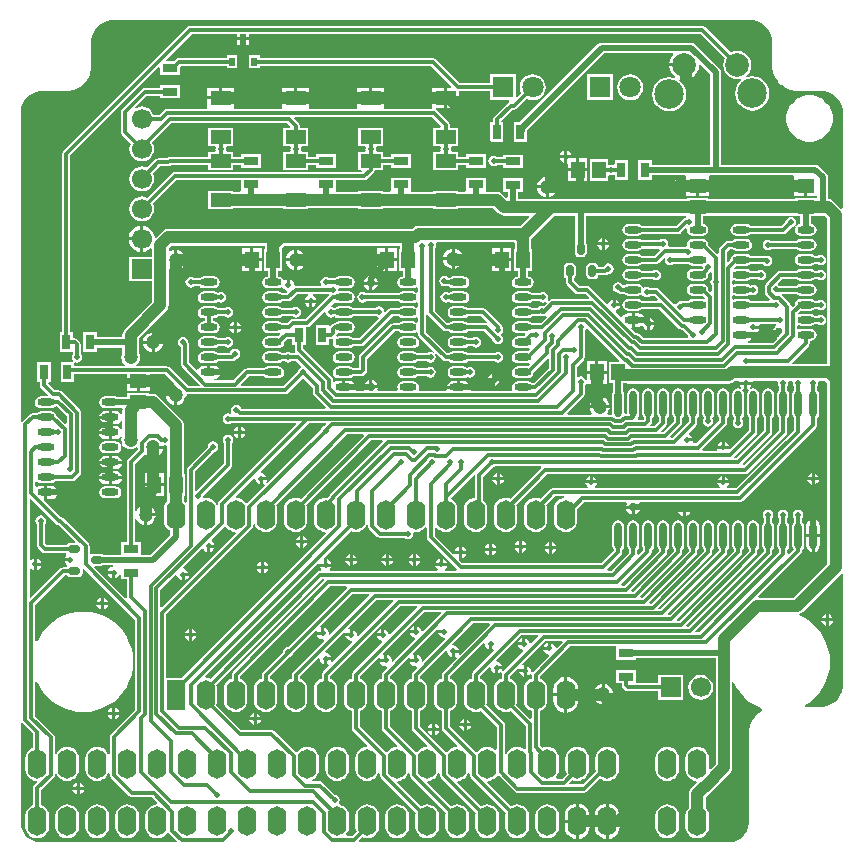
<source format=gtl>
G04*
G04 #@! TF.GenerationSoftware,Altium Limited,Altium Designer,20.2.6 (244)*
G04*
G04 Layer_Physical_Order=1*
G04 Layer_Color=255*
%FSLAX25Y25*%
%MOIN*%
G70*
G04*
G04 #@! TF.SameCoordinates,4BF73655-697D-4C1E-89EC-0D8241B82C52*
G04*
G04*
G04 #@! TF.FilePolarity,Positive*
G04*
G01*
G75*
%ADD16R,0.06890X0.04724*%
%ADD17O,0.05709X0.02362*%
%ADD18R,0.04528X0.05709*%
G04:AMPARAMS|DCode=19|XSize=23.62mil|YSize=39.37mil|CornerRadius=5.91mil|HoleSize=0mil|Usage=FLASHONLY|Rotation=270.000|XOffset=0mil|YOffset=0mil|HoleType=Round|Shape=RoundedRectangle|*
%AMROUNDEDRECTD19*
21,1,0.02362,0.02756,0,0,270.0*
21,1,0.01181,0.03937,0,0,270.0*
1,1,0.01181,-0.01378,-0.00591*
1,1,0.01181,-0.01378,0.00591*
1,1,0.01181,0.01378,0.00591*
1,1,0.01181,0.01378,-0.00591*
%
%ADD19ROUNDEDRECTD19*%
%ADD20R,0.02953X0.05118*%
%ADD21R,0.05118X0.02953*%
%ADD22O,0.02362X0.08858*%
%ADD23R,0.01968X0.02756*%
%ADD24R,0.05709X0.04528*%
G04:AMPARAMS|DCode=25|XSize=23.62mil|YSize=39.37mil|CornerRadius=5.91mil|HoleSize=0mil|Usage=FLASHONLY|Rotation=0.000|XOffset=0mil|YOffset=0mil|HoleType=Round|Shape=RoundedRectangle|*
%AMROUNDEDRECTD25*
21,1,0.02362,0.02756,0,0,0.0*
21,1,0.01181,0.03937,0,0,0.0*
1,1,0.01181,0.00591,-0.01378*
1,1,0.01181,-0.00591,-0.01378*
1,1,0.01181,-0.00591,0.01378*
1,1,0.01181,0.00591,0.01378*
%
%ADD25ROUNDEDRECTD25*%
%ADD46C,0.03937*%
%ADD47C,0.01968*%
%ADD48C,0.01181*%
%ADD49C,0.06693*%
%ADD50R,0.06693X0.06693*%
%ADD51O,0.06299X0.09843*%
%ADD52R,0.06299X0.09843*%
%ADD53C,0.07874*%
%ADD54C,0.09843*%
%ADD55C,0.07087*%
%ADD56R,0.07087X0.07087*%
%ADD57O,0.06299X0.09843*%
%ADD58R,0.06693X0.06693*%
%ADD59C,0.04724*%
%ADD60C,0.01968*%
%ADD61C,0.02362*%
%ADD62C,0.02756*%
G36*
X31591Y274788D02*
X244409D01*
X245075Y274788D01*
X246380Y274528D01*
X247610Y274019D01*
X248716Y273279D01*
X249657Y272338D01*
X250397Y271232D01*
X250906Y270002D01*
X251166Y268697D01*
X251166Y268032D01*
X251166Y260032D01*
X251170Y260012D01*
X251167Y259992D01*
X251205Y259202D01*
X251220Y259144D01*
Y259085D01*
X251528Y257534D01*
X251559Y257461D01*
X251574Y257384D01*
X252179Y255923D01*
X252223Y255858D01*
X252253Y255785D01*
X253131Y254470D01*
X253187Y254414D01*
X253231Y254349D01*
X254349Y253231D01*
X254415Y253187D01*
X254470Y253131D01*
X255785Y252253D01*
X255858Y252223D01*
X255923Y252179D01*
X257384Y251574D01*
X257461Y251559D01*
X257534Y251528D01*
X259085Y251220D01*
X259144D01*
X259202Y251205D01*
X259992Y251167D01*
X260012Y251170D01*
X260032Y251166D01*
X268032Y251166D01*
X268697Y251166D01*
X270002Y250906D01*
X271232Y250397D01*
X272338Y249657D01*
X273280Y248716D01*
X274019Y247610D01*
X274528Y246380D01*
X274788Y245075D01*
X274788Y244409D01*
X274788Y212294D01*
X274288Y212087D01*
X271937Y214437D01*
X271370Y214873D01*
X270709Y215147D01*
X270000Y215240D01*
X269938D01*
Y222500D01*
X269803Y223176D01*
X269420Y223749D01*
X269420Y223749D01*
X266920Y226249D01*
X266347Y226632D01*
X265671Y226766D01*
X265671Y226766D01*
X234266D01*
Y257518D01*
X234266Y257518D01*
X234132Y258193D01*
X233749Y258767D01*
X225597Y266918D01*
X225024Y267301D01*
X224348Y267436D01*
X224348Y267436D01*
X194461D01*
X193785Y267301D01*
X193212Y266918D01*
X193212Y266918D01*
X167101Y240807D01*
X165150D01*
Y234193D01*
X169598D01*
Y237822D01*
X169632Y237992D01*
X169632Y237992D01*
Y238343D01*
X195192Y263903D01*
X218217D01*
X218388Y263403D01*
X217688Y262490D01*
X217190Y261289D01*
X217086Y260500D01*
X222000D01*
Y260000D01*
X222500D01*
Y255086D01*
X223289Y255190D01*
X224490Y255687D01*
X225521Y256479D01*
X226312Y257510D01*
X226810Y258711D01*
X226960Y259853D01*
X227435Y260085D01*
X230734Y256786D01*
Y226766D01*
X211161D01*
Y228307D01*
X206713D01*
Y221693D01*
X211161D01*
Y223234D01*
X222321D01*
X222602Y222850D01*
X222602Y222734D01*
Y220247D01*
X222102Y220197D01*
X222055Y220438D01*
X221572Y221159D01*
X220851Y221641D01*
X220500Y221711D01*
Y219587D01*
Y217462D01*
X220851Y217532D01*
X221572Y218014D01*
X222055Y218736D01*
X222102Y218976D01*
X222602Y218927D01*
Y216323D01*
X225957D01*
Y219587D01*
X226457D01*
Y220087D01*
X230311D01*
Y222734D01*
X230311Y222850D01*
X230593Y223234D01*
X258364D01*
X258646Y222850D01*
Y220087D01*
X262500D01*
Y219587D01*
X263000D01*
Y216323D01*
X266246D01*
X266336Y215904D01*
X266012Y215512D01*
X258898D01*
Y215240D01*
X230059D01*
Y215512D01*
X222854D01*
Y215240D01*
X166766D01*
Y217776D01*
X168307D01*
Y222224D01*
X161693D01*
Y217776D01*
X163234D01*
Y215836D01*
X162734Y215629D01*
X161426Y216937D01*
X160858Y217373D01*
X160197Y217647D01*
X159488Y217740D01*
X156243D01*
X155807Y217894D01*
Y222342D01*
X149193D01*
Y217894D01*
X148757Y217740D01*
X146693D01*
Y218110D01*
X138307D01*
Y217740D01*
X131243D01*
X130807Y217894D01*
Y222342D01*
X124193D01*
Y217894D01*
X123757Y217740D01*
X121693D01*
Y218110D01*
X113307D01*
Y217740D01*
X106243D01*
X105807Y217894D01*
Y221568D01*
X115433D01*
X115955Y221672D01*
X116398Y221968D01*
X118465Y224035D01*
X118761Y224478D01*
X118841Y224882D01*
X121693D01*
Y226627D01*
X124193D01*
Y225768D01*
X130807D01*
Y230217D01*
X124193D01*
Y229357D01*
X121693D01*
Y231102D01*
X119541D01*
X119187Y231602D01*
X119266Y231998D01*
X119187Y232394D01*
X119541Y232894D01*
X121693D01*
Y239114D01*
X113307D01*
Y232894D01*
X115460D01*
X115813Y232394D01*
X115734Y231998D01*
X115813Y231602D01*
X115460Y231102D01*
X113307D01*
Y224882D01*
X114288D01*
X114555Y224382D01*
X114499Y224298D01*
X52133D01*
X51611Y224194D01*
X51168Y223898D01*
X42969Y215699D01*
X42269Y215989D01*
X41200Y216130D01*
X40131Y215989D01*
X39135Y215577D01*
X38280Y214920D01*
X37624Y214065D01*
X37211Y213069D01*
X37070Y212000D01*
X37211Y210931D01*
X37624Y209935D01*
X38280Y209080D01*
X39135Y208423D01*
X40131Y208011D01*
X41200Y207870D01*
X42269Y208011D01*
X43265Y208423D01*
X44120Y209080D01*
X44776Y209935D01*
X45189Y210931D01*
X45330Y212000D01*
X45189Y213069D01*
X44899Y213769D01*
X52698Y221568D01*
X74193D01*
Y217894D01*
X73757Y217740D01*
X71693D01*
Y218110D01*
X63307D01*
Y211890D01*
X71693D01*
Y212260D01*
X88307D01*
Y211890D01*
X96693D01*
Y212260D01*
X113307D01*
Y211890D01*
X121693D01*
Y212260D01*
X138307D01*
Y211890D01*
X146693D01*
Y212260D01*
X158353D01*
X160051Y210563D01*
X160618Y210127D01*
X161279Y209853D01*
X161988Y209760D01*
X170232D01*
X170423Y209298D01*
X167566Y206441D01*
X149883D01*
X149883Y206441D01*
X133467D01*
X132758Y206347D01*
X132097Y206074D01*
X131530Y205638D01*
X131131Y205240D01*
X50000D01*
X49291Y205147D01*
X48630Y204873D01*
X48063Y204437D01*
X46034Y202409D01*
X45507Y202589D01*
X45435Y203135D01*
X44997Y204192D01*
X44300Y205100D01*
X43392Y205797D01*
X42335Y206235D01*
X41700Y206318D01*
Y202000D01*
Y197682D01*
X42335Y197765D01*
X43392Y198203D01*
X44181Y198809D01*
X44681Y198637D01*
Y196095D01*
X37106D01*
Y187906D01*
X44681D01*
Y181056D01*
X35563Y171937D01*
X35127Y171370D01*
X34853Y170709D01*
X34760Y170000D01*
Y169266D01*
X26161D01*
Y170807D01*
X21713D01*
Y164193D01*
X26161D01*
Y165734D01*
X34760D01*
Y164013D01*
X34470Y163312D01*
X34363Y162500D01*
X34470Y161688D01*
X34783Y160932D01*
X35282Y160282D01*
X35579Y160054D01*
X35409Y159554D01*
X18661D01*
Y160481D01*
X18740Y160576D01*
X19150Y160835D01*
X19657Y160734D01*
X20333Y160868D01*
X20906Y161251D01*
X21289Y161824D01*
X21424Y162500D01*
X21289Y163176D01*
X20906Y163749D01*
X20872Y163772D01*
Y166808D01*
X20768Y167330D01*
X20472Y167773D01*
X19780Y168465D01*
X19337Y168761D01*
X18815Y168865D01*
X18287D01*
Y170807D01*
X17428D01*
Y229871D01*
X46723Y259166D01*
X47185Y258975D01*
Y256713D01*
X53799D01*
Y259231D01*
X54266Y259698D01*
X69528D01*
Y258937D01*
X72992D01*
Y263189D01*
X69528D01*
Y262428D01*
X53701D01*
X53179Y262324D01*
X52736Y262028D01*
X51869Y261161D01*
X49371D01*
X49180Y261623D01*
X57845Y270289D01*
X73016D01*
Y269437D01*
X76984D01*
Y270289D01*
X227498D01*
X235565Y262221D01*
X235152Y261223D01*
X234991Y260000D01*
X235152Y258777D01*
X235624Y257637D01*
X236375Y256659D01*
X237354Y255908D01*
X238493Y255436D01*
X239717Y255275D01*
X240940Y255436D01*
X240974Y255450D01*
X241226Y255013D01*
X240614Y254543D01*
X239705Y253359D01*
X239134Y251980D01*
X238939Y250500D01*
X239134Y249020D01*
X239705Y247641D01*
X240614Y246457D01*
X241798Y245548D01*
X243178Y244977D01*
X244657Y244782D01*
X246137Y244977D01*
X247517Y245548D01*
X248701Y246457D01*
X249610Y247641D01*
X250181Y249020D01*
X250376Y250500D01*
X250181Y251980D01*
X249610Y253359D01*
X248701Y254543D01*
X247517Y255452D01*
X246137Y256023D01*
X244657Y256218D01*
X243178Y256023D01*
X242904Y255910D01*
X242652Y256347D01*
X243058Y256659D01*
X243809Y257637D01*
X244281Y258777D01*
X244442Y260000D01*
X244281Y261223D01*
X243809Y262363D01*
X243058Y263341D01*
X242079Y264092D01*
X240940Y264564D01*
X239717Y264725D01*
X238493Y264564D01*
X237496Y264151D01*
X229028Y272619D01*
X228585Y272915D01*
X228063Y273018D01*
X57280D01*
X56758Y272915D01*
X56315Y272619D01*
X15098Y231401D01*
X14802Y230959D01*
X14698Y230436D01*
Y170807D01*
X13839D01*
Y164193D01*
X18142D01*
Y163350D01*
X18026Y163176D01*
X17891Y162500D01*
X18026Y161824D01*
X18371Y161307D01*
X18307Y161060D01*
X18173Y160807D01*
X14213D01*
Y154193D01*
X18661D01*
Y156824D01*
X36146D01*
Y155087D01*
X43854D01*
Y156824D01*
X48979D01*
X52023Y153781D01*
X51862Y153307D01*
X51622Y153276D01*
X50804Y152937D01*
X50102Y152398D01*
X49563Y151696D01*
X49224Y150878D01*
X49175Y150500D01*
X52500D01*
Y150000D01*
X53000D01*
Y146675D01*
X53378Y146724D01*
X54196Y147063D01*
X54898Y147602D01*
X55437Y148304D01*
X55776Y149122D01*
X55852Y149701D01*
X56187Y150082D01*
X56378Y150135D01*
X89000D01*
X89522Y150239D01*
X89965Y150535D01*
X95000Y155570D01*
X98325Y152245D01*
Y150661D01*
X98429Y150139D01*
X98724Y149696D01*
X102597Y145823D01*
X102406Y145361D01*
X74408D01*
X74345Y145676D01*
X73962Y146249D01*
X73389Y146632D01*
X72713Y146766D01*
X72037Y146632D01*
X71464Y146249D01*
X71081Y145676D01*
X70947Y145000D01*
X71081Y144324D01*
X70866Y143746D01*
X70682Y143695D01*
X70676Y143699D01*
X70000Y143833D01*
X69324Y143699D01*
X68751Y143316D01*
X68368Y142743D01*
X68234Y142067D01*
X68368Y141391D01*
X68751Y140818D01*
X69324Y140435D01*
X70000Y140301D01*
X70676Y140435D01*
X71075Y140702D01*
X92500D01*
X92691Y140240D01*
X67047Y114596D01*
X66751Y114153D01*
X66647Y113631D01*
Y113251D01*
X66147Y113152D01*
X65905Y113737D01*
X65280Y114551D01*
X64466Y115176D01*
X63517Y115569D01*
X62500Y115703D01*
X62062Y115645D01*
X61721Y116010D01*
X61766Y116240D01*
X61726Y116443D01*
X70965Y125682D01*
X71261Y126125D01*
X71365Y126647D01*
Y133924D01*
X71632Y134324D01*
X71766Y135000D01*
X71632Y135676D01*
X71249Y136249D01*
X70676Y136632D01*
X70000Y136766D01*
X69324Y136632D01*
X68751Y136249D01*
X68368Y135676D01*
X68234Y135000D01*
X68368Y134324D01*
X68635Y133924D01*
Y127212D01*
X59365Y117942D01*
X58865Y118123D01*
Y124435D01*
X65448Y131018D01*
X65676Y131063D01*
X66249Y131446D01*
X66632Y132019D01*
X66766Y132695D01*
X66632Y133371D01*
X66249Y133944D01*
X65676Y134327D01*
X65000Y134461D01*
X64324Y134327D01*
X63751Y133944D01*
X63368Y133371D01*
X63234Y132695D01*
X63239Y132669D01*
X56535Y125965D01*
X56239Y125522D01*
X56135Y125000D01*
Y114258D01*
X55635Y114088D01*
X55280Y114551D01*
X55240Y114582D01*
Y116398D01*
X55512D01*
Y123602D01*
X55240D01*
Y140000D01*
X55147Y140709D01*
X55033Y140983D01*
X54873Y141370D01*
X54438Y141937D01*
X46938Y149437D01*
X46370Y149873D01*
X45709Y150147D01*
X45000Y150240D01*
X43602D01*
Y150512D01*
X36398D01*
Y149266D01*
X33231D01*
X33154Y149317D01*
X32402Y149467D01*
X29055D01*
X28302Y149317D01*
X27664Y148891D01*
X27238Y148253D01*
X27088Y147500D01*
X27238Y146747D01*
X27664Y146109D01*
X28302Y145683D01*
X29055Y145533D01*
X32402D01*
X33154Y145683D01*
X33231Y145734D01*
X34352D01*
X34791Y145234D01*
X34760Y145000D01*
Y143796D01*
X34260Y143644D01*
X33974Y144072D01*
X33253Y144554D01*
X32402Y144724D01*
X31228D01*
Y142500D01*
Y140276D01*
X32402D01*
X33253Y140445D01*
X33974Y140928D01*
X34260Y141356D01*
X34760Y141204D01*
Y138796D01*
X34260Y138645D01*
X33974Y139073D01*
X33253Y139555D01*
X32402Y139724D01*
X31228D01*
Y137500D01*
Y135276D01*
X32402D01*
X33253Y135445D01*
X33974Y135927D01*
X34008Y135978D01*
X34470Y135812D01*
X34363Y135000D01*
X34470Y134188D01*
X34783Y133431D01*
X35282Y132782D01*
X35932Y132283D01*
X36688Y131970D01*
X37500Y131863D01*
X38312Y131970D01*
X39068Y132283D01*
X39434Y132564D01*
X39882Y132343D01*
X39925Y131855D01*
X36535Y128465D01*
X36239Y128022D01*
X36135Y127500D01*
Y100862D01*
X34193D01*
Y96766D01*
X28268D01*
X28140Y96851D01*
X27618Y96955D01*
X24862D01*
X24365Y96856D01*
X24334Y96855D01*
X23865Y97135D01*
Y99594D01*
X23761Y100117D01*
X23465Y100559D01*
X15034Y108991D01*
X14591Y109286D01*
X14076Y109389D01*
X8651Y114814D01*
X8772Y115106D01*
Y117500D01*
Y119724D01*
X7598D01*
X6747Y119554D01*
X6235Y119212D01*
X5735Y119468D01*
Y120917D01*
X6085Y121059D01*
X6235Y121091D01*
X6846Y120683D01*
X7598Y120533D01*
X10945D01*
X11698Y120683D01*
X12336Y121109D01*
X12353Y121135D01*
X17956D01*
X18479Y121239D01*
X18922Y121535D01*
X20622Y123236D01*
X20918Y123679D01*
X21022Y124201D01*
Y144101D01*
X20918Y144623D01*
X20622Y145066D01*
X14541Y151147D01*
X14098Y151443D01*
X13576Y151547D01*
X12155D01*
X10009Y153693D01*
X10124Y154193D01*
X10787D01*
Y160807D01*
X6339D01*
Y154193D01*
X7198D01*
Y153209D01*
X7302Y152686D01*
X7598Y152244D01*
X9913Y149929D01*
X9721Y149467D01*
X7598D01*
X6846Y149317D01*
X6208Y148891D01*
X5781Y148253D01*
X5632Y147500D01*
X5781Y146747D01*
X6208Y146109D01*
X6846Y145683D01*
X7598Y145533D01*
X10945D01*
X11698Y145683D01*
X12336Y146109D01*
X12340Y146116D01*
X12936Y146164D01*
X16135Y142964D01*
Y140481D01*
X15673Y140290D01*
X12775Y143188D01*
X12762Y143253D01*
X12336Y143891D01*
X11698Y144317D01*
X10945Y144467D01*
X7598D01*
X6846Y144317D01*
X6208Y143891D01*
X6190Y143865D01*
X4800D01*
X4278Y143761D01*
X3835Y143465D01*
X1476Y141106D01*
X1303Y140847D01*
X803Y140999D01*
X803Y244000D01*
X803Y244706D01*
X1078Y246090D01*
X1618Y247394D01*
X2402Y248568D01*
X3401Y249566D01*
X4574Y250350D01*
X5878Y250890D01*
X7263Y251166D01*
X7969Y251166D01*
X15969Y251166D01*
X15988Y251170D01*
X16008Y251167D01*
X16758Y251203D01*
X16816Y251218D01*
X16875D01*
X18347Y251511D01*
X18420Y251541D01*
X18497Y251556D01*
X19884Y252131D01*
X19949Y252174D01*
X20022Y252205D01*
X21270Y253038D01*
X21326Y253094D01*
X21392Y253138D01*
X22452Y254199D01*
X22496Y254265D01*
X22552Y254321D01*
X23386Y255568D01*
X23416Y255641D01*
X23460Y255707D01*
X24034Y257093D01*
X24050Y257171D01*
X24080Y257244D01*
X24373Y258715D01*
Y258775D01*
X24387Y258833D01*
X24424Y259583D01*
X24421Y259602D01*
X24425Y259622D01*
X24425Y267622D01*
X24425Y268328D01*
X24700Y269712D01*
X25240Y271016D01*
X26024Y272190D01*
X27023Y273188D01*
X28196Y273972D01*
X29500Y274512D01*
X30885Y274788D01*
X31591Y274788D01*
D02*
G37*
G36*
X269760Y208865D02*
Y160240D01*
X258192D01*
X257985Y160740D01*
X263465Y166220D01*
X263761Y166662D01*
X263865Y167185D01*
Y168033D01*
X264173D01*
X264926Y168183D01*
X265564Y168609D01*
X265990Y169247D01*
X266140Y170000D01*
X265990Y170753D01*
X265564Y171391D01*
X264926Y171817D01*
X264173Y171967D01*
X260827D01*
X260172Y171837D01*
X259672Y172104D01*
Y172896D01*
X260172Y173163D01*
X260827Y173033D01*
X264173D01*
X264926Y173183D01*
X265564Y173609D01*
X265581Y173635D01*
X266424D01*
X266824Y173368D01*
X267500Y173234D01*
X268176Y173368D01*
X268749Y173751D01*
X269132Y174324D01*
X269266Y175000D01*
X269132Y175676D01*
X268749Y176249D01*
X268176Y176632D01*
X267500Y176766D01*
X266824Y176632D01*
X266424Y176365D01*
X265581D01*
X265564Y176391D01*
X264926Y176817D01*
X264173Y176967D01*
X260827D01*
X260333Y176869D01*
X260086Y177329D01*
X260796Y178039D01*
X260827Y178033D01*
X264173D01*
X264926Y178183D01*
X265564Y178609D01*
X265581Y178635D01*
X266424D01*
X266824Y178368D01*
X267500Y178234D01*
X268176Y178368D01*
X268749Y178751D01*
X269132Y179324D01*
X269266Y180000D01*
X269132Y180676D01*
X268749Y181249D01*
X268176Y181632D01*
X267500Y181766D01*
X266824Y181632D01*
X266424Y181365D01*
X265581D01*
X265564Y181391D01*
X264926Y181817D01*
X264173Y181967D01*
X260827D01*
X260074Y181817D01*
X259436Y181391D01*
X259010Y180753D01*
X258860Y180000D01*
X258866Y179969D01*
X258191Y179295D01*
X257718Y179529D01*
X257639Y179929D01*
X257343Y180372D01*
X254516Y183199D01*
X254602Y183545D01*
X254708Y183699D01*
X259376D01*
X259436Y183609D01*
X260074Y183183D01*
X260827Y183033D01*
X264173D01*
X264926Y183183D01*
X265564Y183609D01*
X265990Y184247D01*
X266140Y185000D01*
X265990Y185753D01*
X265564Y186391D01*
X264926Y186817D01*
X264173Y186967D01*
X260827D01*
X260074Y186817D01*
X259493Y186429D01*
X253652D01*
X253341Y186636D01*
X253216Y187219D01*
X254632Y188635D01*
X259419D01*
X259436Y188609D01*
X260074Y188183D01*
X260827Y188033D01*
X264173D01*
X264926Y188183D01*
X265564Y188609D01*
X265581Y188635D01*
X266424D01*
X266824Y188368D01*
X267500Y188234D01*
X268176Y188368D01*
X268749Y188751D01*
X269132Y189324D01*
X269266Y190000D01*
X269132Y190676D01*
X268749Y191249D01*
X268176Y191632D01*
X267500Y191766D01*
X266824Y191632D01*
X266424Y191365D01*
X265581D01*
X265564Y191391D01*
X264926Y191817D01*
X264173Y191967D01*
X260827D01*
X260074Y191817D01*
X259436Y191391D01*
X259419Y191365D01*
X254067D01*
X253545Y191261D01*
X253102Y190965D01*
X249192Y187055D01*
X248897Y186613D01*
X248793Y186090D01*
Y184166D01*
X248897Y183644D01*
X249192Y183201D01*
X250567Y181827D01*
X250375Y181365D01*
X244125D01*
X244107Y181391D01*
X243469Y181817D01*
X242717Y181967D01*
X239370D01*
X238617Y181817D01*
X238558Y181777D01*
X238117Y182013D01*
Y182987D01*
X238558Y183223D01*
X238617Y183183D01*
X239370Y183033D01*
X242717D01*
X243469Y183183D01*
X244035Y183561D01*
X244324Y183368D01*
X245000Y183234D01*
X245676Y183368D01*
X246249Y183751D01*
X246632Y184324D01*
X246766Y185000D01*
X246632Y185676D01*
X246249Y186249D01*
X245676Y186632D01*
X245000Y186766D01*
X244324Y186632D01*
X244035Y186439D01*
X243469Y186817D01*
X242717Y186967D01*
X239370D01*
X238617Y186817D01*
X238558Y186777D01*
X238117Y187013D01*
Y187987D01*
X238558Y188223D01*
X238617Y188183D01*
X239370Y188033D01*
X242717D01*
X243469Y188183D01*
X244107Y188609D01*
X244125Y188635D01*
X246425D01*
X246824Y188368D01*
X247500Y188234D01*
X248176Y188368D01*
X248749Y188751D01*
X249132Y189324D01*
X249266Y190000D01*
X249132Y190676D01*
X248749Y191249D01*
X248176Y191632D01*
X247500Y191766D01*
X246824Y191632D01*
X246425Y191365D01*
X244125D01*
X244107Y191391D01*
X243469Y191817D01*
X242717Y191967D01*
X239370D01*
X238876Y191869D01*
X238630Y192329D01*
X239339Y193039D01*
X239370Y193033D01*
X242717D01*
X243469Y193183D01*
X244107Y193609D01*
X244125Y193635D01*
X248174D01*
X248359Y193359D01*
X248932Y192976D01*
X249607Y192841D01*
X250283Y192976D01*
X250856Y193359D01*
X251239Y193932D01*
X251374Y194607D01*
X251239Y195283D01*
X250856Y195856D01*
X250283Y196239D01*
X249607Y196374D01*
X249282Y196309D01*
X249002Y196365D01*
X244125D01*
X244107Y196391D01*
X243469Y196817D01*
X242717Y196967D01*
X239370D01*
X238617Y196817D01*
X237979Y196391D01*
X237553Y195753D01*
X237403Y195000D01*
X237409Y194969D01*
X236650Y194210D01*
X236188Y194401D01*
Y197678D01*
X237145Y198635D01*
X237962D01*
X237979Y198609D01*
X238617Y198183D01*
X239370Y198033D01*
X242717D01*
X243469Y198183D01*
X244107Y198609D01*
X244534Y199247D01*
X244684Y200000D01*
X244534Y200753D01*
X244107Y201391D01*
X243469Y201817D01*
X242717Y201967D01*
X239370D01*
X238617Y201817D01*
X237979Y201391D01*
X237962Y201365D01*
X236580D01*
X236057Y201261D01*
X235614Y200965D01*
X233858Y199208D01*
X233562Y198766D01*
X233458Y198243D01*
Y197255D01*
X232996Y197064D01*
X230091Y199969D01*
X230097Y200000D01*
X229947Y200753D01*
X229521Y201391D01*
X228883Y201817D01*
X228130Y201967D01*
X224783D01*
X224031Y201817D01*
X223393Y201391D01*
X222966Y200753D01*
X222816Y200000D01*
X222853Y199818D01*
X222419Y199436D01*
X216974D01*
X216606Y199936D01*
X216678Y200298D01*
X216544Y200974D01*
X216161Y201547D01*
X215588Y201930D01*
X214912Y202064D01*
X214236Y201930D01*
X213663Y201547D01*
X213641Y201514D01*
X207880D01*
X207426Y201817D01*
X206673Y201967D01*
X203327D01*
X202574Y201817D01*
X201936Y201391D01*
X201510Y200753D01*
X201360Y200000D01*
X201510Y199247D01*
X201936Y198609D01*
X202574Y198183D01*
X203327Y198033D01*
X206673D01*
X207426Y198183D01*
X208064Y198609D01*
X208181Y198784D01*
X213647D01*
X213854Y198284D01*
X211935Y196365D01*
X208081D01*
X208064Y196391D01*
X207426Y196817D01*
X206673Y196967D01*
X203327D01*
X202574Y196817D01*
X201936Y196391D01*
X201510Y195753D01*
X201360Y195000D01*
X201510Y194247D01*
X201936Y193609D01*
X202574Y193183D01*
X203327Y193033D01*
X206673D01*
X207426Y193183D01*
X208064Y193609D01*
X208081Y193635D01*
X212500D01*
X213022Y193739D01*
X213465Y194035D01*
X215151Y195721D01*
X215612Y195474D01*
X215517Y195000D01*
X215652Y194324D01*
X216035Y193751D01*
X216608Y193368D01*
X217284Y193234D01*
X217959Y193368D01*
X218359Y193635D01*
X223375D01*
X223393Y193609D01*
X224031Y193183D01*
X224783Y193033D01*
X227830D01*
X228250Y192583D01*
X228234Y192500D01*
X228258Y192378D01*
X227847Y191967D01*
X224783D01*
X224031Y191817D01*
X223393Y191391D01*
X222966Y190753D01*
X222816Y190000D01*
X222966Y189247D01*
X223393Y188609D01*
X224031Y188183D01*
X224783Y188033D01*
X228130D01*
X228883Y188183D01*
X229521Y188609D01*
X229947Y189247D01*
X230097Y190000D01*
X230038Y190297D01*
X230592Y190851D01*
X230635Y190860D01*
X230755Y190848D01*
X231135Y190645D01*
Y188575D01*
X230868Y188176D01*
X230734Y187500D01*
X230868Y186824D01*
X231214Y186307D01*
Y184499D01*
X230752Y184308D01*
X230091Y184969D01*
X230097Y185000D01*
X229947Y185753D01*
X229521Y186391D01*
X228883Y186817D01*
X228130Y186967D01*
X224783D01*
X224031Y186817D01*
X223393Y186391D01*
X222966Y185753D01*
X222816Y185000D01*
X222966Y184247D01*
X223393Y183609D01*
X224031Y183183D01*
X224783Y183033D01*
X228130D01*
X228161Y183039D01*
X228870Y182329D01*
X228624Y181869D01*
X228130Y181967D01*
X224783D01*
X224031Y181817D01*
X223393Y181391D01*
X223375Y181365D01*
X221555D01*
X221033Y181261D01*
X220907Y181177D01*
X220778Y181202D01*
X220102Y181068D01*
X219529Y180685D01*
X219269Y180297D01*
X218687Y180172D01*
X213629Y185230D01*
X213186Y185526D01*
X212664Y185630D01*
X210569D01*
X210169Y185897D01*
X209493Y186031D01*
X208818Y185897D01*
X208746Y185849D01*
X208490Y185753D01*
X208064Y186391D01*
X207426Y186817D01*
X206673Y186967D01*
X203327D01*
X202574Y186817D01*
X202130Y186520D01*
X202038Y186509D01*
X201582Y186603D01*
X201507Y186648D01*
X201249Y187034D01*
X200676Y187417D01*
X200000Y187551D01*
X199324Y187417D01*
X198751Y187034D01*
X198368Y186461D01*
X198234Y185785D01*
X198368Y185109D01*
X198751Y184536D01*
X199324Y184153D01*
X200000Y184019D01*
X200044Y184028D01*
X200476Y183739D01*
X200998Y183635D01*
X201919D01*
X201936Y183609D01*
X202574Y183183D01*
X203327Y183033D01*
X206673D01*
X207426Y183183D01*
X207621Y183313D01*
X208111Y183216D01*
X208244Y183016D01*
X208818Y182633D01*
X209493Y182499D01*
X210169Y182633D01*
X210569Y182900D01*
X212098D01*
X213172Y181827D01*
X212981Y181365D01*
X208081D01*
X208064Y181391D01*
X207426Y181817D01*
X206673Y181967D01*
X203327D01*
X202574Y181817D01*
X201936Y181391D01*
X201510Y180753D01*
X201360Y180000D01*
X201510Y179247D01*
X201936Y178609D01*
X202574Y178183D01*
X203327Y178033D01*
X206673D01*
X207426Y178183D01*
X208064Y178609D01*
X208081Y178635D01*
X213635D01*
X220165Y172106D01*
X220608Y171810D01*
X221130Y171706D01*
X221364D01*
X223274Y169795D01*
X223364Y169345D01*
X223372Y169256D01*
X223111Y168845D01*
X208509D01*
X206980Y170375D01*
X206537Y170670D01*
X206014Y170774D01*
X205919D01*
X204379Y172314D01*
X204500Y172606D01*
Y175000D01*
Y177224D01*
X203327D01*
X202476Y177055D01*
X201754Y176573D01*
X201383Y176017D01*
X200808Y175885D01*
X199078Y177615D01*
X199223Y178094D01*
X199409Y178131D01*
X200066Y178569D01*
X200504Y179226D01*
X200559Y179500D01*
X198635D01*
Y180000D01*
X198135D01*
Y181924D01*
X197861Y181869D01*
X197205Y181431D01*
X196766Y180774D01*
X196729Y180588D01*
X196251Y180443D01*
X190728Y185965D01*
X190286Y186261D01*
X189763Y186365D01*
X187103D01*
X185227Y188241D01*
Y188789D01*
X185418Y188917D01*
X185714Y189360D01*
X185817Y189882D01*
Y192638D01*
X185714Y193160D01*
X185418Y193603D01*
X184975Y193899D01*
X184453Y194003D01*
X183272D01*
X182749Y193899D01*
X182307Y193603D01*
X182011Y193160D01*
X181907Y192638D01*
Y189882D01*
X182011Y189360D01*
X182307Y188917D01*
X182497Y188789D01*
Y187676D01*
X182601Y187153D01*
X182897Y186711D01*
X185573Y184035D01*
X186016Y183739D01*
X186538Y183635D01*
X189198D01*
X190396Y182437D01*
X190205Y181975D01*
X178110D01*
X177588Y181871D01*
X177145Y181575D01*
X176909Y181339D01*
X176521Y181658D01*
X176632Y181824D01*
X176766Y182500D01*
X176632Y183176D01*
X176249Y183749D01*
X175676Y184132D01*
X175000Y184266D01*
X174324Y184132D01*
X173925Y183865D01*
X171310D01*
X171292Y183891D01*
X170654Y184317D01*
X169902Y184467D01*
X166555D01*
X165802Y184317D01*
X165164Y183891D01*
X164738Y183253D01*
X164588Y182500D01*
X164738Y181747D01*
X165164Y181109D01*
X165802Y180683D01*
X166555Y180533D01*
X169902D01*
X170654Y180683D01*
X171292Y181109D01*
X171310Y181135D01*
X173925D01*
X174324Y180868D01*
X175000Y180734D01*
X175676Y180868D01*
X175842Y180979D01*
X176161Y180591D01*
X175193Y179623D01*
X175169Y179638D01*
X174493Y179773D01*
X173818Y179638D01*
X173245Y179255D01*
X172984Y178865D01*
X171310D01*
X171292Y178891D01*
X170654Y179317D01*
X169902Y179467D01*
X166555D01*
X165802Y179317D01*
X165164Y178891D01*
X164738Y178253D01*
X164588Y177500D01*
X164738Y176747D01*
X165164Y176109D01*
X165802Y175683D01*
X166555Y175533D01*
X169902D01*
X170654Y175683D01*
X171292Y176109D01*
X171310Y176135D01*
X173774D01*
X174134Y176207D01*
X174493Y176135D01*
X175213D01*
X175735Y176239D01*
X176048Y176448D01*
X176367Y176060D01*
X174172Y173865D01*
X171310D01*
X171292Y173891D01*
X170654Y174317D01*
X169902Y174467D01*
X166555D01*
X165802Y174317D01*
X165164Y173891D01*
X164738Y173253D01*
X164588Y172500D01*
X164738Y171747D01*
X165164Y171109D01*
X165802Y170683D01*
X166555Y170533D01*
X168915D01*
X169106Y170071D01*
X168502Y169467D01*
X166555D01*
X165802Y169317D01*
X165164Y168891D01*
X164738Y168253D01*
X164588Y167500D01*
X164738Y166747D01*
X165164Y166109D01*
X165802Y165683D01*
X166555Y165533D01*
X169902D01*
X170396Y165631D01*
X170642Y165171D01*
X169932Y164461D01*
X169902Y164467D01*
X166555D01*
X165802Y164317D01*
X165164Y163891D01*
X164738Y163253D01*
X164588Y162500D01*
X164738Y161747D01*
X165164Y161109D01*
X165802Y160683D01*
X166555Y160533D01*
X169902D01*
X170396Y160631D01*
X170642Y160171D01*
X169932Y159461D01*
X169902Y159467D01*
X166555D01*
X165802Y159317D01*
X165164Y158891D01*
X164738Y158253D01*
X164588Y157500D01*
X164738Y156747D01*
X165164Y156109D01*
X165802Y155683D01*
X166555Y155533D01*
X169902D01*
X170654Y155683D01*
X171292Y156109D01*
X171719Y156747D01*
X171869Y157500D01*
X171862Y157531D01*
X176421Y162090D01*
X176883Y161898D01*
Y158906D01*
X171842Y153865D01*
X171310D01*
X171292Y153891D01*
X170654Y154317D01*
X169902Y154467D01*
X166555D01*
X165802Y154317D01*
X165164Y153891D01*
X164738Y153253D01*
X164588Y152500D01*
X164718Y151845D01*
X164451Y151345D01*
X150852D01*
X150538Y151845D01*
X150569Y152000D01*
X146772D01*
Y152500D01*
D01*
Y152000D01*
X142974D01*
X143005Y151845D01*
X142691Y151345D01*
X133777D01*
X133510Y151845D01*
X133640Y152500D01*
X133490Y153253D01*
X133064Y153891D01*
X132426Y154317D01*
X131673Y154467D01*
X128327D01*
X127574Y154317D01*
X126936Y153891D01*
X126510Y153253D01*
X126360Y152500D01*
X126490Y151845D01*
X126223Y151345D01*
X119974D01*
X119791Y151687D01*
X119751Y151845D01*
X119825Y152216D01*
X115175D01*
X115249Y151845D01*
X115209Y151687D01*
X115026Y151345D01*
X112624D01*
X112310Y151845D01*
X112341Y152000D01*
X108543D01*
Y152500D01*
X108043D01*
Y154724D01*
X106870D01*
X106019Y154554D01*
X105412Y154149D01*
X104912Y154328D01*
Y154965D01*
X104809Y155488D01*
X104513Y155930D01*
X94928Y165515D01*
Y166693D01*
X95787D01*
Y172533D01*
X96398D01*
X96920Y172637D01*
X97363Y172933D01*
X102057Y177627D01*
X102308Y177561D01*
X102558Y177420D01*
X102676Y176824D01*
X103059Y176251D01*
X103632Y175868D01*
X104308Y175734D01*
X104984Y175868D01*
X105384Y176135D01*
X105462D01*
X105479Y176109D01*
X106117Y175683D01*
X106870Y175533D01*
X110216D01*
X110969Y175683D01*
X111607Y176109D01*
X111625Y176135D01*
X119465D01*
X119541Y176085D01*
X120107Y175972D01*
X120269Y175657D01*
X120303Y175462D01*
X113706Y168865D01*
X111625D01*
X111607Y168891D01*
X110969Y169317D01*
X110216Y169467D01*
X106870D01*
X106299Y169353D01*
X106124Y169548D01*
X106018Y169807D01*
X106261Y170170D01*
X106285Y170289D01*
X106700Y170567D01*
X106870Y170533D01*
X110216D01*
X110969Y170683D01*
X111607Y171109D01*
X112034Y171747D01*
X112183Y172500D01*
X112034Y173253D01*
X111607Y173891D01*
X110969Y174317D01*
X110216Y174467D01*
X106870D01*
X106117Y174317D01*
X105479Y173891D01*
X105427Y173812D01*
X105170Y173761D01*
X104727Y173465D01*
X104161Y172900D01*
X103663Y173078D01*
X103661Y173079D01*
Y173307D01*
X99213D01*
Y166693D01*
X103661D01*
Y168635D01*
X104308D01*
X104768Y168727D01*
X104927Y168589D01*
X105099Y168322D01*
X105053Y168253D01*
X104903Y167500D01*
X105053Y166747D01*
X105479Y166109D01*
X106117Y165683D01*
X106870Y165533D01*
X110216D01*
X110969Y165683D01*
X111607Y166109D01*
X111625Y166135D01*
X114272D01*
X114794Y166239D01*
X115237Y166535D01*
X124837Y176135D01*
X126919D01*
X126936Y176109D01*
X127574Y175683D01*
X128327Y175533D01*
X131673D01*
X132426Y175683D01*
X132741Y175893D01*
X133241Y175626D01*
Y174374D01*
X132741Y174107D01*
X132426Y174317D01*
X131673Y174467D01*
X128327D01*
X127574Y174317D01*
X126936Y173891D01*
X126919Y173865D01*
X125000D01*
X124478Y173761D01*
X124035Y173465D01*
X114035Y163465D01*
X113739Y163022D01*
X113635Y162500D01*
Y158865D01*
X111625D01*
X111607Y158891D01*
X110969Y159317D01*
X110216Y159467D01*
X106870D01*
X106117Y159317D01*
X105479Y158891D01*
X105053Y158253D01*
X104903Y157500D01*
X105053Y156747D01*
X105479Y156109D01*
X106117Y155683D01*
X106870Y155533D01*
X110216D01*
X110969Y155683D01*
X111607Y156109D01*
X111625Y156135D01*
X114308D01*
X114830Y156239D01*
X115273Y156535D01*
X115965Y157227D01*
X116261Y157670D01*
X116365Y158192D01*
Y161935D01*
X125565Y171135D01*
X126919D01*
X126936Y171109D01*
X127574Y170683D01*
X128327Y170533D01*
X131673D01*
X132426Y170683D01*
X132741Y170893D01*
X133241Y170626D01*
Y170394D01*
X133345Y169872D01*
X133641Y169429D01*
X138748Y164322D01*
X138429Y163933D01*
X138132Y164132D01*
X137457Y164266D01*
X136781Y164132D01*
X136381Y163865D01*
X133081D01*
X133064Y163891D01*
X132426Y164317D01*
X131673Y164467D01*
X128327D01*
X127574Y164317D01*
X126936Y163891D01*
X126510Y163253D01*
X126360Y162500D01*
X126510Y161747D01*
X126936Y161109D01*
X127574Y160683D01*
X128327Y160533D01*
X131673D01*
X132426Y160683D01*
X133064Y161109D01*
X133081Y161135D01*
X136381D01*
X136781Y160868D01*
X137457Y160734D01*
X138132Y160868D01*
X138705Y161251D01*
X139088Y161824D01*
X139223Y162500D01*
X139088Y163176D01*
X138890Y163473D01*
X139278Y163792D01*
X141535Y161535D01*
X141978Y161239D01*
X142500Y161135D01*
X143690D01*
X143708Y161109D01*
X144346Y160683D01*
X145098Y160533D01*
X148445D01*
X149198Y160683D01*
X149836Y161109D01*
X149853Y161135D01*
X158924D01*
X159324Y160868D01*
X160000Y160734D01*
X160676Y160868D01*
X161249Y161251D01*
X161632Y161824D01*
X161766Y162500D01*
X161632Y163176D01*
X161249Y163749D01*
X160676Y164132D01*
X160000Y164266D01*
X159324Y164132D01*
X158924Y163865D01*
X149853D01*
X149836Y163891D01*
X149198Y164317D01*
X148445Y164467D01*
X145098D01*
X144346Y164317D01*
X143708Y163891D01*
X143690Y163865D01*
X143065D01*
X135971Y170959D01*
Y176479D01*
X136471Y176631D01*
X136535Y176535D01*
X141535Y171535D01*
X141978Y171239D01*
X142500Y171135D01*
X143690D01*
X143708Y171109D01*
X144346Y170683D01*
X145098Y170533D01*
X148445D01*
X149198Y170683D01*
X149836Y171109D01*
X149853Y171135D01*
X155365D01*
X158097Y168403D01*
X158191Y167931D01*
X158574Y167358D01*
X159147Y166975D01*
X159823Y166841D01*
X160499Y166975D01*
X161072Y167358D01*
X161455Y167931D01*
X161589Y168607D01*
X161455Y169283D01*
X161122Y169780D01*
X161072Y170069D01*
Y170348D01*
X161249Y170466D01*
X161632Y171039D01*
X161766Y171715D01*
X161632Y172391D01*
X161283Y172914D01*
X161261Y173022D01*
X160965Y173465D01*
X155965Y178465D01*
X155522Y178761D01*
X155000Y178865D01*
X149853D01*
X149836Y178891D01*
X149198Y179317D01*
X148445Y179467D01*
X145098D01*
X144346Y179317D01*
X143708Y178891D01*
X143281Y178253D01*
X143131Y177500D01*
X143281Y176747D01*
X143708Y176109D01*
X144346Y175683D01*
X145098Y175533D01*
X148445D01*
X149198Y175683D01*
X149836Y176109D01*
X149853Y176135D01*
X154435D01*
X156261Y174309D01*
X156015Y173848D01*
X155930Y173865D01*
X149853D01*
X149836Y173891D01*
X149198Y174317D01*
X148445Y174467D01*
X145098D01*
X144346Y174317D01*
X143708Y173891D01*
X143690Y173865D01*
X143065D01*
X138865Y178065D01*
Y198925D01*
X139132Y199324D01*
X139266Y200000D01*
X139174Y200461D01*
X139497Y200961D01*
X149883D01*
X149883Y200961D01*
X165257D01*
X165488Y200659D01*
Y198602D01*
X165217D01*
Y191398D01*
X166462D01*
Y189448D01*
X165802Y189317D01*
X165164Y188891D01*
X164738Y188253D01*
X164588Y187500D01*
X164738Y186747D01*
X165164Y186109D01*
X165802Y185683D01*
X166555Y185533D01*
X169902D01*
X170654Y185683D01*
X171292Y186109D01*
X171719Y186747D01*
X171869Y187500D01*
X171719Y188253D01*
X171292Y188891D01*
X170654Y189317D01*
X169995Y189448D01*
Y191398D01*
X171240D01*
Y198602D01*
X170968D01*
Y201772D01*
X170931Y202056D01*
X178635Y209760D01*
X185734D01*
Y200768D01*
X185649Y200640D01*
X185545Y200118D01*
Y197362D01*
X185649Y196840D01*
X185944Y196397D01*
X186387Y196101D01*
X186909Y195997D01*
X188091D01*
X188613Y196101D01*
X189056Y196397D01*
X189351Y196840D01*
X189455Y197362D01*
Y200118D01*
X189351Y200640D01*
X189266Y200768D01*
Y209760D01*
X222463D01*
X222700Y209333D01*
X222440Y208909D01*
X222047Y208830D01*
X221604Y208535D01*
X219435Y206365D01*
X208081D01*
X208064Y206391D01*
X207426Y206817D01*
X206673Y206967D01*
X203327D01*
X202574Y206817D01*
X201936Y206391D01*
X201510Y205753D01*
X201360Y205000D01*
X201510Y204247D01*
X201936Y203609D01*
X202574Y203183D01*
X203327Y203033D01*
X206673D01*
X207426Y203183D01*
X208064Y203609D01*
X208081Y203635D01*
X220000D01*
X220522Y203739D01*
X220965Y204035D01*
X222400Y205470D01*
X222861Y205224D01*
X222816Y205000D01*
X222966Y204247D01*
X223393Y203609D01*
X224031Y203183D01*
X224783Y203033D01*
X228130D01*
X228883Y203183D01*
X229521Y203609D01*
X229947Y204247D01*
X230097Y205000D01*
X229947Y205753D01*
X229521Y206391D01*
X228883Y206817D01*
X228223Y206948D01*
Y209488D01*
X230059D01*
Y209760D01*
X258898D01*
Y209488D01*
X260734D01*
Y206948D01*
X260074Y206817D01*
X259436Y206391D01*
X259034Y206678D01*
X259132Y206824D01*
X259266Y207500D01*
X259132Y208176D01*
X258749Y208749D01*
X258176Y209132D01*
X257500Y209266D01*
X256824Y209132D01*
X256251Y208749D01*
X255868Y208176D01*
X255774Y207705D01*
X254435Y206365D01*
X244125D01*
X244107Y206391D01*
X243469Y206817D01*
X242717Y206967D01*
X239370D01*
X238617Y206817D01*
X237979Y206391D01*
X237553Y205753D01*
X237403Y205000D01*
X237553Y204247D01*
X237979Y203609D01*
X238617Y203183D01*
X239370Y203033D01*
X242717D01*
X243469Y203183D01*
X244107Y203609D01*
X244125Y203635D01*
X255000D01*
X255522Y203739D01*
X255965Y204035D01*
X257705Y205774D01*
X258176Y205868D01*
X258749Y206251D01*
X259151Y205964D01*
X259010Y205753D01*
X258860Y205000D01*
X259010Y204247D01*
X259436Y203609D01*
X260074Y203183D01*
X260827Y203033D01*
X264173D01*
X264926Y203183D01*
X265564Y203609D01*
X265990Y204247D01*
X266140Y205000D01*
X265990Y205753D01*
X265564Y206391D01*
X264926Y206817D01*
X264266Y206948D01*
Y209488D01*
X266102D01*
Y209760D01*
X268865D01*
X269760Y208865D01*
D02*
G37*
G36*
X82260Y198602D02*
X81988D01*
Y191398D01*
X83234D01*
Y189448D01*
X82574Y189317D01*
X81936Y188891D01*
X81510Y188253D01*
X81360Y187500D01*
X81510Y186747D01*
X81936Y186109D01*
X82574Y185683D01*
X83327Y185533D01*
X86673D01*
X87426Y185683D01*
X87654Y185835D01*
X87701Y185846D01*
X88315Y185676D01*
X88569Y185296D01*
X89226Y184857D01*
X89638Y184775D01*
X89802Y184233D01*
X89435Y183865D01*
X88081D01*
X88064Y183891D01*
X87426Y184317D01*
X86673Y184467D01*
X83327D01*
X82574Y184317D01*
X81936Y183891D01*
X81510Y183253D01*
X81360Y182500D01*
X81510Y181747D01*
X81936Y181109D01*
X82574Y180683D01*
X83327Y180533D01*
X86673D01*
X87426Y180683D01*
X88064Y181109D01*
X88081Y181135D01*
X90000D01*
X90522Y181239D01*
X90965Y181535D01*
X93065Y183635D01*
X96752D01*
X96801Y183135D01*
X96726Y183120D01*
X96069Y182682D01*
X95631Y182025D01*
X95576Y181751D01*
X99424D01*
X99369Y182025D01*
X98931Y182682D01*
X98274Y183120D01*
X98199Y183135D01*
X98248Y183635D01*
X103498D01*
X103705Y183135D01*
X95832Y175262D01*
X92693D01*
X92644Y175762D01*
X92828Y175799D01*
X93176Y175868D01*
X93749Y176251D01*
X94132Y176824D01*
X94266Y177500D01*
X94132Y178176D01*
X93749Y178749D01*
X93176Y179132D01*
X92500Y179266D01*
X91824Y179132D01*
X91425Y178865D01*
X88081D01*
X88064Y178891D01*
X87426Y179317D01*
X86673Y179467D01*
X83327D01*
X82574Y179317D01*
X81936Y178891D01*
X81510Y178253D01*
X81360Y177500D01*
X81510Y176747D01*
X81936Y176109D01*
X82574Y175683D01*
X83327Y175533D01*
X86673D01*
X87426Y175683D01*
X88064Y176109D01*
X88081Y176135D01*
X91425D01*
X91824Y175868D01*
X92172Y175799D01*
X92356Y175762D01*
X92307Y175262D01*
X91532D01*
X91010Y175159D01*
X90567Y174863D01*
X89569Y173865D01*
X88081D01*
X88064Y173891D01*
X87426Y174317D01*
X86673Y174467D01*
X83327D01*
X82574Y174317D01*
X81936Y173891D01*
X81510Y173253D01*
X81360Y172500D01*
X81510Y171747D01*
X81936Y171109D01*
X82574Y170683D01*
X83327Y170533D01*
X86673D01*
X87167Y170631D01*
X87414Y170171D01*
X86704Y169461D01*
X86673Y169467D01*
X83327D01*
X82574Y169317D01*
X81936Y168891D01*
X81510Y168253D01*
X81360Y167500D01*
X81510Y166747D01*
X81936Y166109D01*
X82574Y165683D01*
X83327Y165533D01*
X86673D01*
X87426Y165683D01*
X88064Y166109D01*
X88490Y166747D01*
X88640Y167500D01*
X88634Y167531D01*
X89739Y168635D01*
X91339D01*
Y166693D01*
X92198D01*
Y164950D01*
X92302Y164428D01*
X92344Y164365D01*
X92077Y163865D01*
X91075D01*
X90676Y164132D01*
X90000Y164266D01*
X89324Y164132D01*
X88924Y163865D01*
X88081D01*
X88064Y163891D01*
X87426Y164317D01*
X86673Y164467D01*
X83327D01*
X82574Y164317D01*
X81936Y163891D01*
X81510Y163253D01*
X81360Y162500D01*
X81510Y161747D01*
X81936Y161109D01*
X82574Y160683D01*
X83327Y160533D01*
X86673D01*
X87426Y160683D01*
X88064Y161109D01*
X88081Y161135D01*
X88924D01*
X89324Y160868D01*
X90000Y160734D01*
X90676Y160868D01*
X91075Y161135D01*
X92720D01*
X94264Y159591D01*
X94139Y159008D01*
X93751Y158749D01*
X93368Y158176D01*
X93274Y157705D01*
X88435Y152865D01*
X74339D01*
X74147Y153327D01*
X76956Y156135D01*
X81919D01*
X81936Y156109D01*
X82574Y155683D01*
X83327Y155533D01*
X86673D01*
X87426Y155683D01*
X88064Y156109D01*
X88490Y156747D01*
X88640Y157500D01*
X88490Y158253D01*
X88064Y158891D01*
X87426Y159317D01*
X86673Y159467D01*
X83327D01*
X82574Y159317D01*
X81936Y158891D01*
X81919Y158865D01*
X76391D01*
X75868Y158761D01*
X75425Y158465D01*
X71754Y154794D01*
X65355D01*
X65306Y155294D01*
X66068Y155446D01*
X66789Y155928D01*
X67271Y156649D01*
X67341Y157000D01*
X63543D01*
Y157500D01*
X63043D01*
Y159724D01*
X61870D01*
X61019Y159555D01*
X60298Y159072D01*
X59927Y158517D01*
X59351Y158385D01*
X56853Y160883D01*
Y167011D01*
X56761Y167475D01*
X56766Y167500D01*
X56632Y168176D01*
X56249Y168749D01*
X55676Y169132D01*
X55000Y169266D01*
X54324Y169132D01*
X53751Y168749D01*
X53368Y168176D01*
X53234Y167500D01*
X53368Y166824D01*
X53751Y166251D01*
X54124Y166002D01*
Y160318D01*
X54228Y159796D01*
X54523Y159353D01*
X60550Y153327D01*
X60359Y152865D01*
X56799D01*
X50510Y159154D01*
X50067Y159450D01*
X49545Y159554D01*
X39591D01*
X39421Y160054D01*
X39718Y160282D01*
X40217Y160932D01*
X40530Y161688D01*
X40637Y162500D01*
X40530Y163312D01*
X40240Y164013D01*
Y168865D01*
X49359Y177984D01*
X49794Y178551D01*
X50068Y179212D01*
X50161Y179921D01*
Y191991D01*
X50610Y192213D01*
X50804Y192063D01*
X51622Y191724D01*
X52000Y191675D01*
Y195000D01*
Y198325D01*
X51622Y198276D01*
X50804Y197937D01*
X50610Y197787D01*
X50161Y198009D01*
Y198786D01*
X51135Y199760D01*
X82260D01*
Y198602D01*
D02*
G37*
G36*
X127260D02*
X126988D01*
Y191398D01*
X128234D01*
Y189448D01*
X127574Y189317D01*
X126936Y188891D01*
X126510Y188253D01*
X126360Y187500D01*
X126510Y186747D01*
X126936Y186109D01*
X127574Y185683D01*
X128327Y185533D01*
X131673D01*
X132426Y185683D01*
X132741Y185893D01*
X133241Y185626D01*
Y184374D01*
X132741Y184107D01*
X132426Y184317D01*
X131673Y184467D01*
X128327D01*
X127574Y184317D01*
X126936Y183891D01*
X126919Y183865D01*
X115859D01*
X115459Y184132D01*
X114784Y184266D01*
X114108Y184132D01*
X113535Y183749D01*
X113152Y183176D01*
X113017Y182500D01*
X113152Y181824D01*
X113535Y181251D01*
X114108Y180868D01*
X114784Y180734D01*
X115459Y180868D01*
X115859Y181135D01*
X126919D01*
X126936Y181109D01*
X127574Y180683D01*
X128327Y180533D01*
X131673D01*
X132426Y180683D01*
X132741Y180893D01*
X133241Y180626D01*
Y179374D01*
X132741Y179107D01*
X132426Y179317D01*
X131673Y179467D01*
X128327D01*
X127574Y179317D01*
X126936Y178891D01*
X126919Y178865D01*
X124272D01*
X123749Y178761D01*
X123307Y178465D01*
X122471Y177629D01*
X122276Y177664D01*
X121961Y177826D01*
X121848Y178392D01*
X121465Y178965D01*
X120892Y179348D01*
X120217Y179483D01*
X119541Y179348D01*
X118968Y178965D01*
X118900Y178865D01*
X111625D01*
X111607Y178891D01*
X110969Y179317D01*
X110216Y179467D01*
X106870D01*
X106117Y179317D01*
X105479Y178891D01*
X105462Y178865D01*
X105384D01*
X104984Y179132D01*
X104388Y179250D01*
X104247Y179500D01*
X104181Y179751D01*
X105515Y181085D01*
X106117Y180683D01*
X106870Y180533D01*
X110216D01*
X110969Y180683D01*
X111607Y181109D01*
X112034Y181747D01*
X112183Y182500D01*
X112034Y183253D01*
X111607Y183891D01*
X110969Y184317D01*
X110216Y184467D01*
X106993D01*
X106693Y184722D01*
Y185157D01*
X107087Y185533D01*
X110216D01*
X110969Y185683D01*
X111607Y186109D01*
X112034Y186747D01*
X112183Y187500D01*
X112034Y188253D01*
X111607Y188891D01*
X110969Y189317D01*
X110216Y189467D01*
X106870D01*
X106117Y189317D01*
X105479Y188891D01*
X105462Y188865D01*
X103576D01*
X103176Y189132D01*
X102500Y189266D01*
X101824Y189132D01*
X101251Y188749D01*
X100868Y188176D01*
X100734Y187500D01*
X100860Y186865D01*
X100848Y186745D01*
X100645Y186365D01*
X92500D01*
X92459Y186357D01*
X92047Y186706D01*
X92013Y186778D01*
X91869Y187501D01*
X91431Y188157D01*
X90774Y188595D01*
X90500Y188650D01*
Y186726D01*
X89500D01*
Y188650D01*
X89226Y188595D01*
X88943Y188407D01*
X88499Y188256D01*
X88302Y188534D01*
X88064Y188891D01*
X87426Y189317D01*
X86766Y189448D01*
Y191398D01*
X88012D01*
Y198602D01*
X88012D01*
X87977Y199102D01*
X88635Y199760D01*
X127260D01*
Y198602D01*
D02*
G37*
G36*
X252655Y173135D02*
X252128Y172783D01*
X251646Y172062D01*
X251576Y171711D01*
X253701D01*
Y170711D01*
X251576D01*
X251646Y170360D01*
X252128Y169638D01*
X252683Y169267D01*
X252815Y168692D01*
X251497Y167374D01*
X243255D01*
X243206Y167874D01*
X243568Y167946D01*
X244289Y168428D01*
X244771Y169149D01*
X244841Y169500D01*
X241043D01*
Y170500D01*
X245307D01*
X245342Y170545D01*
X245774Y170631D01*
X246431Y171069D01*
X246869Y171726D01*
X246924Y172000D01*
X245000D01*
Y173000D01*
X246924D01*
X246897Y173135D01*
X247183Y173635D01*
X252504D01*
X252655Y173135D01*
D02*
G37*
G36*
X253325Y154260D02*
X253234Y153799D01*
X253368Y153123D01*
X253635Y152724D01*
Y151605D01*
X253609Y151588D01*
X253183Y150950D01*
X253033Y150197D01*
Y143701D01*
X253183Y142948D01*
X253609Y142310D01*
X253635Y142293D01*
Y138179D01*
X241964Y126508D01*
X241684Y126547D01*
X241506Y127076D01*
X250965Y136535D01*
X251261Y136978D01*
X251365Y137500D01*
Y142293D01*
X251391Y142310D01*
X251817Y142948D01*
X251967Y143701D01*
Y150197D01*
X251817Y150950D01*
X251391Y151588D01*
X250753Y152014D01*
X250000Y152164D01*
X249247Y152014D01*
X248609Y151588D01*
X248183Y150950D01*
X248033Y150197D01*
Y143701D01*
X248183Y142948D01*
X248609Y142310D01*
X248635Y142293D01*
Y138065D01*
X239435Y128865D01*
X238888D01*
X238681Y129365D01*
X245965Y136649D01*
X246261Y137092D01*
X246365Y137614D01*
Y142293D01*
X246391Y142310D01*
X246817Y142948D01*
X246967Y143701D01*
Y150197D01*
X246817Y150950D01*
X246391Y151588D01*
X245753Y152014D01*
X245000Y152164D01*
X244247Y152014D01*
X243931Y152369D01*
X244369Y153025D01*
X244424Y153299D01*
X243000D01*
Y151875D01*
X243274Y151930D01*
X243289Y151940D01*
X243609Y151588D01*
X243183Y150950D01*
X243033Y150197D01*
Y143701D01*
X243183Y142948D01*
X243609Y142310D01*
X243635Y142293D01*
Y138179D01*
X237428Y131972D01*
X237376Y132000D01*
X233076D01*
X233103Y131865D01*
X232817Y131365D01*
X228254D01*
X228047Y131865D01*
X235965Y139783D01*
X236261Y140226D01*
X236365Y140748D01*
Y142293D01*
X236391Y142310D01*
X236817Y142948D01*
X236967Y143701D01*
Y150197D01*
X236817Y150950D01*
X236391Y151588D01*
X235753Y152014D01*
X235000Y152164D01*
X234247Y152014D01*
X233609Y151588D01*
X233183Y150950D01*
X233033Y150197D01*
Y143701D01*
X233183Y142948D01*
X233609Y142310D01*
X233635Y142293D01*
Y141313D01*
X226108Y133786D01*
X225104D01*
X224934Y134105D01*
X224881Y134286D01*
X224924Y134500D01*
X223000D01*
Y135500D01*
X224924D01*
X224869Y135774D01*
X224431Y136431D01*
X223774Y136869D01*
X223691Y136886D01*
X223546Y137364D01*
X225965Y139783D01*
X226261Y140226D01*
X226365Y140748D01*
Y142293D01*
X226391Y142310D01*
X226817Y142948D01*
X226967Y143701D01*
Y150197D01*
X226817Y150950D01*
X226391Y151588D01*
X225753Y152014D01*
X225000Y152164D01*
X224247Y152014D01*
X223609Y151588D01*
X223183Y150950D01*
X223033Y150197D01*
Y143701D01*
X223183Y142948D01*
X223609Y142310D01*
X223635Y142293D01*
Y141313D01*
X218037Y135715D01*
X217551D01*
X217359Y136177D01*
X220965Y139783D01*
X221261Y140226D01*
X221365Y140748D01*
Y142293D01*
X221391Y142310D01*
X221817Y142948D01*
X221967Y143701D01*
Y150197D01*
X221817Y150950D01*
X221391Y151588D01*
X220753Y152014D01*
X220000Y152164D01*
X219247Y152014D01*
X218609Y151588D01*
X218183Y150950D01*
X218033Y150197D01*
Y143701D01*
X218183Y142948D01*
X218609Y142310D01*
X218635Y142293D01*
Y141313D01*
X214966Y137644D01*
X214480D01*
X214288Y138106D01*
X215965Y139783D01*
X216261Y140226D01*
X216365Y140748D01*
Y142293D01*
X216391Y142310D01*
X216817Y142948D01*
X216967Y143701D01*
Y150197D01*
X216817Y150950D01*
X216391Y151588D01*
X215753Y152014D01*
X215000Y152164D01*
X214247Y152014D01*
X213609Y151588D01*
X213183Y150950D01*
X213033Y150197D01*
Y143701D01*
X213183Y142948D01*
X213609Y142310D01*
X213635Y142293D01*
Y141313D01*
X211895Y139574D01*
X210962D01*
X210770Y140035D01*
X210965Y140230D01*
X211261Y140673D01*
X211365Y141195D01*
Y142293D01*
X211391Y142310D01*
X211817Y142948D01*
X211967Y143701D01*
Y150197D01*
X211817Y150950D01*
X211391Y151588D01*
X210753Y152014D01*
X210000Y152164D01*
X209247Y152014D01*
X208609Y151588D01*
X208183Y150950D01*
X208033Y150197D01*
Y143701D01*
X208183Y142948D01*
X208609Y142310D01*
X208635Y142293D01*
Y141761D01*
X208377Y141503D01*
X206782D01*
X206459Y142003D01*
X206550Y142461D01*
X206536Y142528D01*
X206817Y142948D01*
X206967Y143701D01*
Y150197D01*
X206817Y150950D01*
X206391Y151588D01*
X205753Y152014D01*
X205000Y152164D01*
X204247Y152014D01*
X203609Y151588D01*
X203183Y150950D01*
X203033Y150197D01*
Y143701D01*
X203012Y143675D01*
X202443D01*
X202166Y143690D01*
X201967Y144144D01*
Y150197D01*
X201817Y150950D01*
X201766Y151026D01*
Y153874D01*
X202514D01*
X202668Y153810D01*
X203378Y153717D01*
X236819D01*
X237528Y153810D01*
X238189Y154084D01*
X238757Y154519D01*
X238998Y154760D01*
X240200D01*
X240540Y154299D01*
X244460D01*
X244800Y154760D01*
X253003D01*
X253325Y154260D01*
D02*
G37*
G36*
X200356Y161564D02*
X200165Y161102D01*
X196988D01*
Y153898D01*
X198234D01*
Y151026D01*
X198183Y150950D01*
X198033Y150197D01*
Y143895D01*
X198033Y143701D01*
X197577Y143432D01*
X196646D01*
X196400Y143932D01*
X196735Y144369D01*
X197074Y145186D01*
X197123Y145564D01*
X190473D01*
X190522Y145186D01*
X190861Y144369D01*
X191196Y143932D01*
X190950Y143432D01*
X183161D01*
X182969Y143894D01*
X188465Y149389D01*
X188761Y149832D01*
X188865Y150354D01*
Y153314D01*
X189132Y153714D01*
X189150Y153804D01*
X189650Y153754D01*
Y153646D01*
X192413D01*
Y157000D01*
X189650D01*
Y155025D01*
X189150Y154976D01*
X189132Y155066D01*
X188749Y155639D01*
X188176Y156022D01*
X187500Y156156D01*
X186865Y156030D01*
X186745Y156042D01*
X186365Y156245D01*
Y159435D01*
X188465Y161535D01*
X188761Y161978D01*
X188865Y162500D01*
Y171424D01*
X189132Y171824D01*
X189174Y172039D01*
X189717Y172204D01*
X200356Y161564D01*
D02*
G37*
G36*
X49760Y133003D02*
Y123602D01*
X49488D01*
Y116398D01*
X49760D01*
Y114582D01*
X49720Y114551D01*
X49095Y113737D01*
X48703Y112789D01*
X48569Y111772D01*
Y108228D01*
X48703Y107211D01*
X49095Y106263D01*
X49720Y105448D01*
X50534Y104824D01*
X50734Y104741D01*
Y103232D01*
X44268Y96766D01*
X40807D01*
Y100862D01*
X38865D01*
Y108684D01*
X39365Y108783D01*
X39563Y108304D01*
X40102Y107602D01*
X40804Y107063D01*
X41622Y106724D01*
X42000Y106675D01*
Y110000D01*
Y113325D01*
X41622Y113276D01*
X40804Y112937D01*
X40102Y112398D01*
X39563Y111696D01*
X39365Y111217D01*
X38865Y111316D01*
Y126935D01*
X41998Y130068D01*
X42596Y130102D01*
X42670Y130050D01*
X43304Y129563D01*
X44122Y129224D01*
X44500Y129175D01*
Y132500D01*
X45000D01*
Y133000D01*
X48432D01*
X48702Y133253D01*
X48799Y133234D01*
X49260Y133326D01*
X49760Y133003D01*
D02*
G37*
G36*
X102739Y140240D02*
X102295Y139796D01*
X101824Y139703D01*
X101251Y139320D01*
X100868Y138747D01*
X100786Y138335D01*
X83055Y120604D01*
X82667Y120923D01*
X82869Y121226D01*
X82924Y121500D01*
X81500D01*
Y120076D01*
X81774Y120131D01*
X82077Y120333D01*
X82396Y119945D01*
X76370Y113919D01*
X76309Y113895D01*
X75721Y113977D01*
X75280Y114551D01*
X74466Y115176D01*
X73518Y115569D01*
X72695Y115677D01*
X72490Y116178D01*
X78506Y122195D01*
X78848Y122053D01*
X78984Y121965D01*
X79131Y121226D01*
X79569Y120569D01*
X80226Y120131D01*
X80500Y120076D01*
Y122000D01*
X81000D01*
Y122500D01*
X82924D01*
X82869Y122774D01*
X82431Y123431D01*
X81774Y123869D01*
X81035Y124016D01*
X80947Y124152D01*
X80805Y124494D01*
X97013Y140702D01*
X102548D01*
X102739Y140240D01*
D02*
G37*
G36*
X269760Y154059D02*
Y93635D01*
X258550Y82425D01*
X246907D01*
X246700Y82925D01*
X260882Y97107D01*
X261178Y97550D01*
X261282Y98072D01*
Y98340D01*
X261391Y98412D01*
X261817Y99050D01*
X261967Y99803D01*
Y106299D01*
X261817Y107052D01*
X261391Y107690D01*
X261365Y107707D01*
Y109048D01*
X261549Y109324D01*
X261684Y110000D01*
X261549Y110676D01*
X261166Y111249D01*
X260593Y111632D01*
X259917Y111766D01*
X259242Y111632D01*
X258668Y111249D01*
X258286Y110676D01*
X258151Y110000D01*
X258286Y109324D01*
X258635Y108801D01*
Y107707D01*
X258609Y107690D01*
X258183Y107052D01*
X258033Y106299D01*
Y99803D01*
X258183Y99050D01*
X258496Y98581D01*
X256865Y96950D01*
X256365Y97157D01*
Y98395D01*
X256391Y98412D01*
X256817Y99050D01*
X256967Y99803D01*
Y106299D01*
X256817Y107052D01*
X256391Y107690D01*
X256365Y107707D01*
Y108924D01*
X256632Y109324D01*
X256766Y110000D01*
X256632Y110676D01*
X256249Y111249D01*
X255676Y111632D01*
X255000Y111766D01*
X254324Y111632D01*
X253751Y111249D01*
X253368Y110676D01*
X253234Y110000D01*
X253368Y109324D01*
X253635Y108924D01*
Y107707D01*
X253609Y107690D01*
X253183Y107052D01*
X253033Y106299D01*
Y99803D01*
X253183Y99050D01*
X253609Y98412D01*
X253635Y98395D01*
Y97416D01*
X227013Y70794D01*
X225936D01*
X225745Y71256D01*
X250965Y96476D01*
X251261Y96919D01*
X251365Y97441D01*
Y98395D01*
X251391Y98412D01*
X251817Y99050D01*
X251967Y99803D01*
Y106299D01*
X251817Y107052D01*
X251391Y107690D01*
X251365Y107707D01*
Y108924D01*
X251632Y109324D01*
X251766Y110000D01*
X251632Y110676D01*
X251249Y111249D01*
X250676Y111632D01*
X250000Y111766D01*
X249324Y111632D01*
X248751Y111249D01*
X248368Y110676D01*
X248234Y110000D01*
X248368Y109324D01*
X248635Y108924D01*
Y107707D01*
X248609Y107690D01*
X248183Y107052D01*
X248033Y106299D01*
Y99803D01*
X248183Y99050D01*
X248609Y98412D01*
X248567Y97938D01*
X223352Y72723D01*
X222807D01*
X222615Y73185D01*
X245965Y96535D01*
X246261Y96978D01*
X246365Y97500D01*
Y98395D01*
X246391Y98412D01*
X246817Y99050D01*
X246967Y99803D01*
Y106299D01*
X246817Y107052D01*
X246391Y107690D01*
X245753Y108116D01*
X245000Y108266D01*
X244247Y108116D01*
X243609Y107690D01*
X243183Y107052D01*
X243033Y106299D01*
Y99803D01*
X243183Y99050D01*
X243609Y98412D01*
X243517Y97947D01*
X220222Y74652D01*
X219736D01*
X219544Y75114D01*
X240965Y96535D01*
X241261Y96978D01*
X241365Y97500D01*
Y98395D01*
X241391Y98412D01*
X241817Y99050D01*
X241967Y99803D01*
Y106299D01*
X241817Y107052D01*
X241391Y107690D01*
X240753Y108116D01*
X240000Y108266D01*
X239247Y108116D01*
X238609Y107690D01*
X238183Y107052D01*
X238033Y106299D01*
Y99803D01*
X238183Y99050D01*
X238609Y98412D01*
X238517Y97947D01*
X217151Y76581D01*
X216665D01*
X216473Y77043D01*
X235965Y96535D01*
X236261Y96978D01*
X236365Y97500D01*
Y98395D01*
X236391Y98412D01*
X236817Y99050D01*
X236967Y99803D01*
Y106299D01*
X236817Y107052D01*
X236391Y107690D01*
X235753Y108116D01*
X235000Y108266D01*
X234247Y108116D01*
X233609Y107690D01*
X233183Y107052D01*
X233033Y106299D01*
Y99803D01*
X233183Y99050D01*
X233609Y98412D01*
X233517Y97947D01*
X214080Y78510D01*
X213594D01*
X213403Y78972D01*
X230965Y96535D01*
X231261Y96978D01*
X231365Y97500D01*
Y98395D01*
X231391Y98412D01*
X231817Y99050D01*
X231967Y99803D01*
Y106299D01*
X231817Y107052D01*
X231391Y107690D01*
X230753Y108116D01*
X230000Y108266D01*
X229247Y108116D01*
X228609Y107690D01*
X228183Y107052D01*
X228033Y106299D01*
Y99803D01*
X228183Y99050D01*
X228609Y98412D01*
X228517Y97947D01*
X211010Y80440D01*
X210523D01*
X210332Y80901D01*
X225965Y96535D01*
X226261Y96978D01*
X226365Y97500D01*
Y98395D01*
X226391Y98412D01*
X226817Y99050D01*
X226967Y99803D01*
Y106299D01*
X226817Y107052D01*
X226391Y107690D01*
X225753Y108116D01*
X225000Y108266D01*
X224247Y108116D01*
X223609Y107690D01*
X223183Y107052D01*
X223033Y106299D01*
Y99803D01*
X223183Y99050D01*
X223609Y98412D01*
X223517Y97947D01*
X207939Y82369D01*
X207452D01*
X207261Y82831D01*
X220965Y96535D01*
X221261Y96978D01*
X221365Y97500D01*
Y98395D01*
X221391Y98412D01*
X221817Y99050D01*
X221967Y99803D01*
Y106299D01*
X221817Y107052D01*
X221391Y107690D01*
X220753Y108116D01*
X220000Y108266D01*
X219247Y108116D01*
X218609Y107690D01*
X218183Y107052D01*
X218033Y106299D01*
Y99803D01*
X218183Y99050D01*
X218609Y98412D01*
X218517Y97947D01*
X205006Y84436D01*
X204519D01*
X204328Y84898D01*
X215965Y96535D01*
X216261Y96978D01*
X216365Y97500D01*
Y98395D01*
X216391Y98412D01*
X216817Y99050D01*
X216967Y99803D01*
Y106299D01*
X216817Y107052D01*
X216391Y107690D01*
X215753Y108116D01*
X215000Y108266D01*
X214247Y108116D01*
X213609Y107690D01*
X213183Y107052D01*
X213033Y106299D01*
Y99803D01*
X213183Y99050D01*
X213609Y98412D01*
X213517Y97947D01*
X201935Y86365D01*
X201148D01*
X200941Y86865D01*
X210739Y96663D01*
X211035Y97106D01*
X211139Y97628D01*
Y98244D01*
X211391Y98412D01*
X211817Y99050D01*
X211967Y99803D01*
Y106299D01*
X211817Y107052D01*
X211391Y107690D01*
X210753Y108116D01*
X210000Y108266D01*
X209247Y108116D01*
X208609Y107690D01*
X208183Y107052D01*
X208033Y106299D01*
Y99803D01*
X208183Y99050D01*
X208409Y98712D01*
Y98194D01*
X206827Y96612D01*
X206378Y96844D01*
X206365Y96856D01*
Y98395D01*
X206391Y98412D01*
X206817Y99050D01*
X206967Y99803D01*
Y106299D01*
X206817Y107052D01*
X206391Y107690D01*
X205753Y108116D01*
X205000Y108266D01*
X204247Y108116D01*
X203609Y107690D01*
X203183Y107052D01*
X203033Y106299D01*
Y99803D01*
X203183Y99050D01*
X203609Y98412D01*
X203635Y98395D01*
Y97416D01*
X197584Y91365D01*
X196502D01*
X196295Y91865D01*
X200965Y96535D01*
X201261Y96978D01*
X201365Y97500D01*
Y98395D01*
X201391Y98412D01*
X201817Y99050D01*
X201967Y99803D01*
Y106299D01*
X201817Y107052D01*
X201391Y107690D01*
X200753Y108116D01*
X200000Y108266D01*
X199247Y108116D01*
X198609Y107690D01*
X198183Y107052D01*
X198033Y106299D01*
Y99803D01*
X198183Y99050D01*
X198609Y98412D01*
X198517Y97947D01*
X194435Y93865D01*
X148065D01*
X146830Y95100D01*
X147000Y95419D01*
Y97000D01*
X145419D01*
X145100Y96830D01*
X138865Y103065D01*
Y105742D01*
X139365Y105912D01*
X139720Y105448D01*
X140534Y104824D01*
X141482Y104431D01*
X142500Y104297D01*
X143517Y104431D01*
X144466Y104824D01*
X145280Y105448D01*
X145905Y106263D01*
X146297Y107211D01*
X146431Y108228D01*
Y111772D01*
X146297Y112789D01*
X145905Y113737D01*
X145280Y114551D01*
X144466Y115176D01*
X144332Y115232D01*
X144234Y115722D01*
X151841Y123329D01*
X152341Y123122D01*
Y115682D01*
X151482Y115569D01*
X150534Y115176D01*
X149720Y114551D01*
X149095Y113737D01*
X148703Y112789D01*
X148569Y111772D01*
Y108228D01*
X148703Y107211D01*
X149095Y106263D01*
X149720Y105448D01*
X150534Y104824D01*
X151482Y104431D01*
X152500Y104297D01*
X153517Y104431D01*
X154466Y104824D01*
X155280Y105448D01*
X155905Y106263D01*
X156297Y107211D01*
X156431Y108228D01*
Y111772D01*
X156297Y112789D01*
X155905Y113737D01*
X155280Y114551D01*
X155017Y114753D01*
X155071Y115023D01*
Y122767D01*
X158256Y125952D01*
X158727Y126045D01*
X158861Y126135D01*
X174226D01*
X174433Y125635D01*
X164118Y115320D01*
X163517Y115569D01*
X162500Y115703D01*
X161483Y115569D01*
X160534Y115176D01*
X159720Y114551D01*
X159095Y113737D01*
X158703Y112789D01*
X158569Y111772D01*
Y108228D01*
X158703Y107211D01*
X159095Y106263D01*
X159720Y105448D01*
X160534Y104824D01*
X161483Y104431D01*
X162500Y104297D01*
X163517Y104431D01*
X164466Y104824D01*
X165280Y105448D01*
X165905Y106263D01*
X166297Y107211D01*
X166431Y108228D01*
Y111772D01*
X166297Y112789D01*
X166048Y113390D01*
X176294Y123635D01*
X242386D01*
X242908Y123739D01*
X243351Y124035D01*
X255965Y136649D01*
X256261Y137092D01*
X256365Y137614D01*
Y142293D01*
X256391Y142310D01*
X256817Y142948D01*
X256967Y143701D01*
Y150197D01*
X256817Y150950D01*
X256391Y151588D01*
X256365Y151605D01*
Y152724D01*
X256632Y153123D01*
X256766Y153799D01*
X256675Y154260D01*
X256997Y154760D01*
X257889D01*
X258211Y154260D01*
X258120Y153799D01*
X258254Y153123D01*
X258635Y152553D01*
Y151605D01*
X258609Y151588D01*
X258183Y150950D01*
X258033Y150197D01*
Y143701D01*
X258183Y142948D01*
X258521Y142442D01*
Y138179D01*
X239207Y118865D01*
X236276D01*
X236124Y119365D01*
X236431Y119569D01*
X236869Y120226D01*
X236924Y120500D01*
X233076D01*
X233131Y120226D01*
X233569Y119569D01*
X233876Y119365D01*
X233724Y118865D01*
X192276D01*
X192124Y119365D01*
X192431Y119569D01*
X192869Y120226D01*
X192924Y120500D01*
X189076D01*
X189131Y120226D01*
X189569Y119569D01*
X189876Y119365D01*
X189724Y118865D01*
X178228D01*
X177706Y118761D01*
X177263Y118465D01*
X174118Y115320D01*
X173518Y115569D01*
X172500Y115703D01*
X171483Y115569D01*
X170534Y115176D01*
X169720Y114551D01*
X169095Y113737D01*
X168703Y112789D01*
X168569Y111772D01*
Y108228D01*
X168703Y107211D01*
X169095Y106263D01*
X169720Y105448D01*
X170534Y104824D01*
X171483Y104431D01*
X172500Y104297D01*
X173518Y104431D01*
X174466Y104824D01*
X175280Y105448D01*
X175905Y106263D01*
X176297Y107211D01*
X176431Y108228D01*
Y111772D01*
X176297Y112789D01*
X176048Y113390D01*
X178794Y116135D01*
X181953D01*
X181986Y115635D01*
X181483Y115569D01*
X180534Y115176D01*
X179720Y114551D01*
X179095Y113737D01*
X178703Y112789D01*
X178569Y111772D01*
Y108228D01*
X178703Y107211D01*
X179095Y106263D01*
X179720Y105448D01*
X180534Y104824D01*
X181483Y104431D01*
X182500Y104297D01*
X183518Y104431D01*
X184466Y104824D01*
X185280Y105448D01*
X185905Y106263D01*
X186297Y107211D01*
X186431Y108228D01*
Y111772D01*
X186405Y111974D01*
X188636Y114206D01*
X202750D01*
X202985Y113765D01*
X202760Y113428D01*
X202675Y113000D01*
X207325D01*
X207240Y113428D01*
X207015Y113765D01*
X207250Y114206D01*
X240571D01*
X241093Y114310D01*
X241536Y114606D01*
X265965Y139035D01*
X266261Y139478D01*
X266365Y140000D01*
Y142293D01*
X266391Y142310D01*
X266817Y142948D01*
X266967Y143701D01*
Y150197D01*
X266817Y150950D01*
X266391Y151588D01*
X266365Y151605D01*
Y152724D01*
X266632Y153123D01*
X266766Y153799D01*
X266674Y154260D01*
X266997Y154760D01*
X269059D01*
X269760Y154059D01*
D02*
G37*
G36*
X115180Y136382D02*
X94118Y115320D01*
X93518Y115569D01*
X92500Y115703D01*
X91483Y115569D01*
X90534Y115176D01*
X89720Y114551D01*
X89095Y113737D01*
X88703Y112789D01*
X88569Y111772D01*
Y108228D01*
X88703Y107211D01*
X89095Y106263D01*
X89720Y105448D01*
X90534Y104824D01*
X91483Y104431D01*
X92500Y104297D01*
X93518Y104431D01*
X94466Y104824D01*
X95280Y105448D01*
X95905Y106263D01*
X96297Y107211D01*
X96431Y108228D01*
Y111772D01*
X96297Y112789D01*
X96048Y113390D01*
X117573Y134915D01*
X121303D01*
X121494Y134453D01*
X104094Y117052D01*
X103798Y116610D01*
X103742Y116329D01*
X103044Y115631D01*
X102500Y115703D01*
X101482Y115569D01*
X100534Y115176D01*
X99720Y114551D01*
X99095Y113737D01*
X98703Y112789D01*
X98569Y111772D01*
Y108228D01*
X98703Y107211D01*
X99095Y106263D01*
X99720Y105448D01*
X100534Y104824D01*
X101482Y104431D01*
X102401Y104310D01*
X102660Y103862D01*
X54467Y55669D01*
X49377D01*
Y76828D01*
X77953Y105404D01*
X78249Y105847D01*
X78353Y106369D01*
Y106749D01*
X78853Y106848D01*
X79095Y106263D01*
X79720Y105448D01*
X80534Y104824D01*
X81482Y104431D01*
X82500Y104297D01*
X83517Y104431D01*
X84466Y104824D01*
X85280Y105448D01*
X85905Y106263D01*
X86297Y107211D01*
X86431Y108228D01*
Y111772D01*
X86297Y112789D01*
X86049Y113390D01*
X109502Y136844D01*
X114989D01*
X115180Y136382D01*
D02*
G37*
G36*
X116647Y106748D02*
Y106369D01*
X116751Y105847D01*
X117047Y105404D01*
X119676Y102775D01*
X120119Y102479D01*
X120641Y102375D01*
X128925D01*
X129324Y102108D01*
X130000Y101974D01*
X130676Y102108D01*
X131249Y102491D01*
X131632Y103064D01*
X131766Y103740D01*
X131717Y103990D01*
X132058Y104355D01*
X132500Y104297D01*
X133518Y104431D01*
X134466Y104824D01*
X135280Y105448D01*
X135635Y105912D01*
X136135Y105742D01*
Y102500D01*
X136239Y101978D01*
X136535Y101535D01*
X146205Y91865D01*
X145998Y91365D01*
X142276D01*
X142124Y91865D01*
X142431Y92069D01*
X142869Y92726D01*
X142924Y93000D01*
X139076D01*
X139131Y92726D01*
X139569Y92069D01*
X139876Y91865D01*
X139724Y91365D01*
X104114D01*
X103969Y91742D01*
X103945Y91865D01*
X104369Y92500D01*
X104424Y92774D01*
X100576D01*
X100631Y92500D01*
X101055Y91865D01*
X101031Y91742D01*
X100886Y91365D01*
X100728D01*
X100206Y91261D01*
X99763Y90965D01*
X64118Y55320D01*
X63517Y55569D01*
X62599Y55690D01*
X62340Y56138D01*
X100089Y93887D01*
X100301Y93774D01*
X102000D01*
Y95474D01*
X101887Y95685D01*
X110882Y104680D01*
X111483Y104431D01*
X112500Y104297D01*
X113517Y104431D01*
X114466Y104824D01*
X115280Y105448D01*
X115905Y106263D01*
X116147Y106848D01*
X116647Y106748D01*
D02*
G37*
G36*
X12545Y107060D02*
X12987Y106764D01*
X13502Y106662D01*
X19109Y101055D01*
X18918Y100593D01*
X17382D01*
X16860Y100489D01*
X16417Y100194D01*
X16289Y100003D01*
X9427D01*
X8865Y100565D01*
Y106950D01*
X9132Y107350D01*
X9266Y108025D01*
X9132Y108701D01*
X8749Y109274D01*
X8176Y109657D01*
X7500Y109792D01*
X6824Y109657D01*
X6251Y109274D01*
X5868Y108701D01*
X5734Y108025D01*
X5868Y107350D01*
X6135Y106950D01*
Y100000D01*
X6239Y99478D01*
X6535Y99035D01*
X7897Y97673D01*
X8340Y97377D01*
X8862Y97273D01*
X15955D01*
X16099Y97058D01*
X15961Y96437D01*
X15951Y96431D01*
X15513Y95774D01*
X15458Y95500D01*
X17382D01*
Y94500D01*
X15458D01*
X15513Y94226D01*
X15951Y93569D01*
X16207Y93399D01*
X16273Y92836D01*
X15997Y92522D01*
X15000D01*
X14478Y92418D01*
X14035Y92123D01*
X4268Y82355D01*
X3806Y82547D01*
Y91868D01*
X4304Y92022D01*
X4961Y91584D01*
X5235Y91529D01*
Y93453D01*
Y95376D01*
X4961Y95322D01*
X4304Y94883D01*
X3806Y95037D01*
Y115146D01*
X4268Y115337D01*
X12545Y107060D01*
D02*
G37*
G36*
X69279Y106023D02*
X69720Y105448D01*
X70534Y104824D01*
X71482Y104431D01*
X72304Y104323D01*
X72510Y103822D01*
X47909Y79221D01*
X47447Y79412D01*
Y84899D01*
X52495Y89946D01*
X53023Y89767D01*
X53131Y89226D01*
X53569Y88569D01*
X54226Y88131D01*
X54500Y88076D01*
Y90000D01*
X55000D01*
Y90500D01*
X56924D01*
X56869Y90774D01*
X56431Y91431D01*
X55774Y91869D01*
X55233Y91977D01*
X55054Y92505D01*
X61212Y98663D01*
X61826Y98570D01*
X62087Y98179D01*
X62743Y97740D01*
X63017Y97686D01*
Y99609D01*
X63517D01*
Y100109D01*
X65441D01*
X65387Y100383D01*
X64948Y101040D01*
X64557Y101301D01*
X64464Y101915D01*
X68630Y106081D01*
X68691Y106105D01*
X69279Y106023D01*
D02*
G37*
G36*
X38930Y75092D02*
Y45078D01*
X30925Y37072D01*
X30629Y36629D01*
X30525Y36107D01*
Y30220D01*
X30025Y30121D01*
X29783Y30706D01*
X29158Y31520D01*
X28344Y32145D01*
X27395Y32537D01*
X26378Y32671D01*
X25361Y32537D01*
X24412Y32145D01*
X23598Y31520D01*
X22973Y30706D01*
X22581Y29758D01*
X22447Y28740D01*
Y25197D01*
X22581Y24179D01*
X22973Y23231D01*
X23598Y22417D01*
X24412Y21792D01*
X25361Y21399D01*
X26378Y21266D01*
X27395Y21399D01*
X28344Y21792D01*
X29158Y22417D01*
X29783Y23231D01*
X30025Y23817D01*
X30525Y23717D01*
Y23338D01*
X30629Y22816D01*
X30925Y22373D01*
X37097Y16200D01*
X37540Y15904D01*
X38062Y15801D01*
X44640D01*
X46388Y14052D01*
X46182Y13551D01*
X45360Y13443D01*
X44412Y13050D01*
X43598Y12426D01*
X42973Y11611D01*
X42581Y10663D01*
X42447Y9646D01*
Y6102D01*
X42581Y5085D01*
X42973Y4137D01*
X43598Y3322D01*
X44412Y2698D01*
X45360Y2305D01*
X46378Y2171D01*
X47395Y2305D01*
X48344Y2698D01*
X49158Y3322D01*
X49689Y4015D01*
X50125Y4044D01*
X50269Y4005D01*
X50413Y3790D01*
X52938Y1265D01*
X52747Y803D01*
X7177D01*
X5811Y1075D01*
X4524Y1608D01*
X3366Y2381D01*
X2381Y3366D01*
X1608Y4524D01*
X1075Y5811D01*
X803Y7177D01*
Y7874D01*
Y40642D01*
X1303Y40794D01*
X1476Y40535D01*
X5013Y36997D01*
Y32394D01*
X4412Y32145D01*
X3598Y31520D01*
X2973Y30706D01*
X2581Y29758D01*
X2447Y28740D01*
Y25197D01*
X2581Y24179D01*
X2973Y23231D01*
X3598Y22417D01*
X4412Y21792D01*
X5361Y21399D01*
X6182Y21291D01*
X6388Y20790D01*
X5413Y19815D01*
X5117Y19372D01*
X5013Y18850D01*
Y13299D01*
X4412Y13050D01*
X3598Y12426D01*
X2973Y11611D01*
X2581Y10663D01*
X2447Y9646D01*
Y6102D01*
X2581Y5085D01*
X2973Y4137D01*
X3598Y3322D01*
X4412Y2698D01*
X5361Y2305D01*
X6378Y2171D01*
X7395Y2305D01*
X8344Y2698D01*
X9158Y3322D01*
X9782Y4137D01*
X10175Y5085D01*
X10309Y6102D01*
Y9646D01*
X10175Y10663D01*
X9782Y11611D01*
X9158Y12426D01*
X8344Y13050D01*
X7743Y13299D01*
Y18284D01*
X11831Y22373D01*
X12127Y22816D01*
X12231Y23338D01*
Y23717D01*
X12731Y23817D01*
X12973Y23231D01*
X13598Y22417D01*
X14412Y21792D01*
X15360Y21399D01*
X16378Y21266D01*
X17395Y21399D01*
X18344Y21792D01*
X19158Y22417D01*
X19782Y23231D01*
X20175Y24179D01*
X20309Y25197D01*
Y28740D01*
X20175Y29758D01*
X19782Y30706D01*
X19158Y31520D01*
X18344Y32145D01*
X17395Y32537D01*
X16378Y32671D01*
X15360Y32537D01*
X14412Y32145D01*
X13598Y31520D01*
X12973Y30706D01*
X12731Y30121D01*
X12231Y30220D01*
Y35803D01*
X12127Y36325D01*
X11831Y36768D01*
X5735Y42864D01*
Y54201D01*
X5819Y54259D01*
X6458Y54095D01*
X7166Y52659D01*
X8382Y50840D01*
X9825Y49195D01*
X11470Y47752D01*
X13289Y46536D01*
X15252Y45568D01*
X17324Y44865D01*
X19470Y44438D01*
X21654Y44295D01*
X23837Y44438D01*
X25983Y44865D01*
X28055Y45568D01*
X30018Y46536D01*
X31837Y47752D01*
X33483Y49195D01*
X34925Y50840D01*
X36141Y52659D01*
X37109Y54622D01*
X37812Y56694D01*
X38239Y58840D01*
X38382Y61024D01*
X38239Y63207D01*
X37812Y65353D01*
X37109Y67425D01*
X36141Y69388D01*
X34925Y71207D01*
X33483Y72853D01*
X31837Y74295D01*
X30018Y75511D01*
X28055Y76479D01*
X25983Y77182D01*
X23837Y77609D01*
X21654Y77752D01*
X19470Y77609D01*
X17324Y77182D01*
X15252Y76479D01*
X13289Y75511D01*
X11470Y74295D01*
X9825Y72853D01*
X8382Y71207D01*
X7166Y69388D01*
X6458Y67953D01*
X5819Y67788D01*
X5735Y67847D01*
Y79962D01*
X15565Y89793D01*
X16289D01*
X16417Y89602D01*
X16860Y89306D01*
X17382Y89202D01*
X20138D01*
X20660Y89306D01*
X21103Y89602D01*
X21399Y90045D01*
X21503Y90567D01*
Y91748D01*
X21486Y91829D01*
X21947Y92075D01*
X38930Y75092D01*
D02*
G37*
G36*
X31570Y92734D02*
X31063Y92633D01*
X30407Y92194D01*
X29968Y91538D01*
X29914Y91264D01*
X31837D01*
Y90764D01*
X32337D01*
Y88840D01*
X32612Y88895D01*
X33268Y89333D01*
X33693Y89969D01*
X33730Y89977D01*
X34193Y89842D01*
Y88539D01*
X36135D01*
Y82667D01*
X36188Y82402D01*
X35727Y82156D01*
X25338Y92545D01*
X25545Y93045D01*
X27618D01*
X28140Y93148D01*
X28268Y93234D01*
X31521D01*
X31570Y92734D01*
D02*
G37*
G36*
X141125Y77248D02*
X135007Y71130D01*
X134465Y71295D01*
X134369Y71774D01*
X133931Y72431D01*
X133274Y72869D01*
X133000Y72924D01*
Y71000D01*
X132500D01*
Y70500D01*
X130576D01*
X130631Y70226D01*
X131069Y69569D01*
X131726Y69131D01*
X132205Y69036D01*
X132370Y68493D01*
X124948Y61071D01*
X124487Y61317D01*
X124523Y61500D01*
X124369Y62274D01*
X123931Y62931D01*
X123274Y63369D01*
X123000Y63424D01*
Y61500D01*
X122500D01*
Y61000D01*
X120576D01*
X120631Y60726D01*
X121069Y60069D01*
X121726Y59631D01*
X122500Y59477D01*
X122683Y59513D01*
X122930Y59052D01*
X121535Y57658D01*
X121239Y57215D01*
X121135Y56693D01*
Y55425D01*
X120534Y55176D01*
X119720Y54552D01*
X119095Y53737D01*
X118703Y52789D01*
X118569Y51772D01*
Y48228D01*
X118703Y47211D01*
X119095Y46263D01*
X119720Y45448D01*
X120534Y44824D01*
X121135Y44575D01*
Y38965D01*
X121239Y38443D01*
X121535Y38000D01*
X126388Y33147D01*
X126182Y32646D01*
X125361Y32537D01*
X124412Y32145D01*
X123598Y31520D01*
X123157Y30945D01*
X122569Y30864D01*
X122508Y30888D01*
X113865Y39531D01*
Y44575D01*
X114466Y44824D01*
X115280Y45448D01*
X115905Y46263D01*
X116297Y47211D01*
X116431Y48228D01*
Y51772D01*
X116297Y52789D01*
X115905Y53737D01*
X115280Y54552D01*
X114466Y55176D01*
X113865Y55425D01*
Y56128D01*
X120197Y62459D01*
X120236Y62443D01*
X120609Y62165D01*
X120576Y62000D01*
X122000D01*
Y63424D01*
X121835Y63391D01*
X121557Y63764D01*
X121540Y63803D01*
X135447Y77710D01*
X140934D01*
X141125Y77248D01*
D02*
G37*
G36*
X102012Y88135D02*
X71535Y57658D01*
X71239Y57215D01*
X71135Y56693D01*
Y55425D01*
X70534Y55176D01*
X69720Y54552D01*
X69095Y53737D01*
X68703Y52789D01*
X68569Y51772D01*
Y48228D01*
X68703Y47211D01*
X69095Y46263D01*
X69720Y45448D01*
X70534Y44824D01*
X71482Y44431D01*
X72500Y44297D01*
X73518Y44431D01*
X74466Y44824D01*
X75280Y45448D01*
X75905Y46263D01*
X76297Y47211D01*
X76431Y48228D01*
Y51772D01*
X76297Y52789D01*
X75905Y53737D01*
X75280Y54552D01*
X74466Y55176D01*
X73865Y55425D01*
Y56128D01*
X103872Y86135D01*
X109305D01*
X109512Y85635D01*
X89795Y65918D01*
X89324Y65825D01*
X88751Y65442D01*
X88368Y64869D01*
X88275Y64398D01*
X81535Y57658D01*
X81239Y57215D01*
X81135Y56693D01*
Y55425D01*
X80534Y55176D01*
X79720Y54552D01*
X79095Y53737D01*
X78703Y52789D01*
X78569Y51772D01*
Y48228D01*
X78703Y47211D01*
X79095Y46263D01*
X79720Y45448D01*
X80534Y44824D01*
X81482Y44431D01*
X82500Y44297D01*
X83517Y44431D01*
X84466Y44824D01*
X85280Y45448D01*
X85905Y46263D01*
X86297Y47211D01*
X86431Y48228D01*
Y51772D01*
X86297Y52789D01*
X85905Y53737D01*
X85280Y54552D01*
X84466Y55176D01*
X83865Y55425D01*
Y56128D01*
X90205Y62467D01*
X90676Y62561D01*
X91249Y62944D01*
X91632Y63517D01*
X91725Y63988D01*
X99151Y71414D01*
X99587Y71143D01*
X99559Y71000D01*
X100982D01*
Y72424D01*
X100839Y72395D01*
X100568Y72831D01*
X111372Y83635D01*
X116859D01*
X117050Y83173D01*
X103926Y70049D01*
X103465Y70295D01*
X103506Y70500D01*
X103352Y71274D01*
X102913Y71931D01*
X102257Y72369D01*
X101982Y72424D01*
Y70500D01*
X101482D01*
Y70000D01*
X99559D01*
X99613Y69726D01*
X100052Y69069D01*
X100708Y68631D01*
X101482Y68477D01*
X101688Y68518D01*
X101934Y68057D01*
X91535Y57658D01*
X91239Y57215D01*
X91135Y56693D01*
Y55425D01*
X90534Y55176D01*
X89720Y54552D01*
X89095Y53737D01*
X88703Y52789D01*
X88569Y51772D01*
Y48228D01*
X88703Y47211D01*
X89095Y46263D01*
X89720Y45448D01*
X90534Y44824D01*
X91483Y44431D01*
X92500Y44297D01*
X93518Y44431D01*
X94466Y44824D01*
X95280Y45448D01*
X95905Y46263D01*
X96297Y47211D01*
X96431Y48228D01*
Y51772D01*
X96297Y52789D01*
X95905Y53737D01*
X95280Y54552D01*
X94466Y55176D01*
X93865Y55425D01*
Y56128D01*
X100024Y62287D01*
X100485Y62041D01*
X100477Y62000D01*
X100631Y61226D01*
X101069Y60569D01*
X101726Y60131D01*
X102000Y60076D01*
Y62000D01*
X102500D01*
Y62500D01*
X104424D01*
X104369Y62774D01*
X103931Y63431D01*
X103274Y63869D01*
X102500Y64023D01*
X102459Y64015D01*
X102213Y64476D01*
X108697Y70960D01*
X108736Y70943D01*
X109109Y70665D01*
X109076Y70500D01*
X110500D01*
Y71924D01*
X110335Y71891D01*
X110057Y72264D01*
X110040Y72303D01*
X119443Y81706D01*
X124930D01*
X125121Y81244D01*
X113447Y69570D01*
X112987Y69817D01*
X113023Y70000D01*
X112869Y70774D01*
X112431Y71431D01*
X111774Y71869D01*
X111500Y71924D01*
Y70000D01*
X111000D01*
Y69500D01*
X109076D01*
X109131Y69226D01*
X109569Y68569D01*
X110226Y68131D01*
X111000Y67977D01*
X111183Y68013D01*
X111430Y67553D01*
X104704Y60827D01*
X104316Y61146D01*
X104369Y61226D01*
X104424Y61500D01*
X103000D01*
Y60076D01*
X103274Y60131D01*
X103354Y60184D01*
X103673Y59796D01*
X101535Y57658D01*
X101239Y57215D01*
X101135Y56693D01*
Y55425D01*
X100534Y55176D01*
X99720Y54552D01*
X99095Y53737D01*
X98703Y52789D01*
X98569Y51772D01*
Y48228D01*
X98703Y47211D01*
X99095Y46263D01*
X99720Y45448D01*
X100534Y44824D01*
X101482Y44431D01*
X102500Y44297D01*
X103517Y44431D01*
X104466Y44824D01*
X105280Y45448D01*
X105905Y46263D01*
X106297Y47211D01*
X106431Y48228D01*
Y51772D01*
X106297Y52789D01*
X105905Y53737D01*
X105280Y54552D01*
X104466Y55176D01*
X103865Y55425D01*
Y56128D01*
X127376Y79639D01*
X132863D01*
X133054Y79177D01*
X124007Y70130D01*
X123465Y70295D01*
X123369Y70774D01*
X122931Y71431D01*
X122274Y71869D01*
X122000Y71924D01*
Y70000D01*
X121500D01*
Y69500D01*
X119576D01*
X119631Y69226D01*
X120069Y68569D01*
X120726Y68131D01*
X121205Y68036D01*
X121370Y67493D01*
X111535Y57658D01*
X111239Y57215D01*
X111135Y56693D01*
Y55425D01*
X110534Y55176D01*
X109720Y54552D01*
X109095Y53737D01*
X108703Y52789D01*
X108569Y51772D01*
Y48228D01*
X108703Y47211D01*
X109095Y46263D01*
X109720Y45448D01*
X110534Y44824D01*
X111135Y44575D01*
Y38965D01*
X111239Y38443D01*
X111535Y38000D01*
X116388Y33147D01*
X116182Y32646D01*
X115360Y32537D01*
X114412Y32145D01*
X113598Y31520D01*
X112973Y30706D01*
X112581Y29758D01*
X112447Y28740D01*
Y25197D01*
X112581Y24179D01*
X112973Y23231D01*
X113598Y22417D01*
X114412Y21792D01*
X115360Y21399D01*
X116378Y21266D01*
X117395Y21399D01*
X118344Y21792D01*
X119158Y22417D01*
X119782Y23231D01*
X120025Y23817D01*
X120525Y23717D01*
Y23338D01*
X120629Y22816D01*
X120925Y22373D01*
X132596Y10701D01*
X132581Y10663D01*
X132447Y9646D01*
Y6102D01*
X132581Y5085D01*
X132973Y4137D01*
X133598Y3322D01*
X134412Y2698D01*
X135361Y2305D01*
X136378Y2171D01*
X137395Y2305D01*
X138344Y2698D01*
X139158Y3322D01*
X139783Y4137D01*
X140175Y5085D01*
X140309Y6102D01*
Y9646D01*
X140175Y10663D01*
X139783Y11611D01*
X139158Y12426D01*
X138344Y13050D01*
X137395Y13443D01*
X136378Y13577D01*
X135361Y13443D01*
X134412Y13050D01*
X134240Y12918D01*
X126367Y20790D01*
X126574Y21291D01*
X127395Y21399D01*
X128344Y21792D01*
X129158Y22417D01*
X129782Y23231D01*
X130025Y23817D01*
X130525Y23717D01*
Y23338D01*
X130629Y22816D01*
X130925Y22373D01*
X142596Y10701D01*
X142581Y10663D01*
X142447Y9646D01*
Y6102D01*
X142581Y5085D01*
X142973Y4137D01*
X143598Y3322D01*
X144412Y2698D01*
X145361Y2305D01*
X146378Y2171D01*
X147395Y2305D01*
X148344Y2698D01*
X149158Y3322D01*
X149783Y4137D01*
X150175Y5085D01*
X150309Y6102D01*
Y9646D01*
X150175Y10663D01*
X149783Y11611D01*
X149158Y12426D01*
X148344Y13050D01*
X147395Y13443D01*
X146378Y13577D01*
X145361Y13443D01*
X144412Y13050D01*
X144240Y12918D01*
X136367Y20790D01*
X136574Y21291D01*
X137395Y21399D01*
X138344Y21792D01*
X139158Y22417D01*
X139783Y23231D01*
X140025Y23817D01*
X140525Y23717D01*
Y23338D01*
X140629Y22816D01*
X140925Y22373D01*
X152596Y10701D01*
X152581Y10663D01*
X152447Y9646D01*
Y6102D01*
X152581Y5085D01*
X152973Y4137D01*
X153598Y3322D01*
X154412Y2698D01*
X155360Y2305D01*
X156378Y2171D01*
X157395Y2305D01*
X158344Y2698D01*
X159158Y3322D01*
X159783Y4137D01*
X160175Y5085D01*
X160309Y6102D01*
Y9646D01*
X160175Y10663D01*
X159783Y11611D01*
X159158Y12426D01*
X158344Y13050D01*
X157395Y13443D01*
X156378Y13577D01*
X155360Y13443D01*
X154412Y13050D01*
X154240Y12918D01*
X146368Y20790D01*
X146573Y21291D01*
X147395Y21399D01*
X148344Y21792D01*
X149158Y22417D01*
X149783Y23231D01*
X150025Y23817D01*
X150525Y23717D01*
Y23338D01*
X150629Y22816D01*
X150925Y22373D01*
X162596Y10701D01*
X162581Y10663D01*
X162447Y9646D01*
Y6102D01*
X162581Y5085D01*
X162973Y4137D01*
X163598Y3322D01*
X164412Y2698D01*
X165360Y2305D01*
X166378Y2171D01*
X167395Y2305D01*
X168344Y2698D01*
X169158Y3322D01*
X169782Y4137D01*
X170175Y5085D01*
X170309Y6102D01*
Y9646D01*
X170175Y10663D01*
X169782Y11611D01*
X169158Y12426D01*
X168344Y13050D01*
X167395Y13443D01*
X166378Y13577D01*
X165360Y13443D01*
X164412Y13050D01*
X164240Y12918D01*
X156368Y20790D01*
X156573Y21291D01*
X157395Y21399D01*
X158344Y21792D01*
X159158Y22417D01*
X159599Y22992D01*
X160187Y23073D01*
X160248Y23049D01*
X165483Y17815D01*
X165926Y17519D01*
X166448Y17415D01*
X188779D01*
X189302Y17519D01*
X189745Y17815D01*
X194022Y22092D01*
X194412Y21792D01*
X195361Y21399D01*
X196378Y21266D01*
X197395Y21399D01*
X198344Y21792D01*
X199158Y22417D01*
X199783Y23231D01*
X200175Y24179D01*
X200309Y25197D01*
Y28740D01*
X200175Y29758D01*
X199783Y30706D01*
X199158Y31520D01*
X198344Y32145D01*
X197395Y32537D01*
X196378Y32671D01*
X195361Y32537D01*
X194412Y32145D01*
X193598Y31520D01*
X192973Y30706D01*
X192581Y29758D01*
X192447Y28740D01*
Y25197D01*
X192542Y24472D01*
X188214Y20144D01*
X183909D01*
X183718Y20606D01*
X184760Y21648D01*
X185361Y21399D01*
X186378Y21266D01*
X187395Y21399D01*
X188344Y21792D01*
X189158Y22417D01*
X189783Y23231D01*
X190175Y24179D01*
X190309Y25197D01*
Y28740D01*
X190175Y29758D01*
X189783Y30706D01*
X189158Y31520D01*
X188344Y32145D01*
X187395Y32537D01*
X186378Y32671D01*
X185361Y32537D01*
X184412Y32145D01*
X183598Y31520D01*
X182973Y30706D01*
X182581Y29758D01*
X182447Y28740D01*
Y25197D01*
X182581Y24179D01*
X182829Y23578D01*
X181324Y22073D01*
X179487D01*
X179278Y22573D01*
X179782Y23231D01*
X180175Y24179D01*
X180309Y25197D01*
Y28740D01*
X180175Y29758D01*
X179782Y30706D01*
X179158Y31520D01*
X178344Y32145D01*
X177395Y32537D01*
X176378Y32671D01*
X175361Y32537D01*
X174760Y32289D01*
X173865Y33183D01*
Y44575D01*
X174466Y44824D01*
X175280Y45448D01*
X175905Y46263D01*
X176297Y47211D01*
X176431Y48228D01*
Y51772D01*
X176297Y52789D01*
X175905Y53737D01*
X175280Y54552D01*
X174466Y55176D01*
X173865Y55425D01*
Y56128D01*
X183872Y66135D01*
X199193D01*
Y61713D01*
X205807D01*
Y62171D01*
X232536D01*
Y26934D01*
X230809Y25207D01*
X230309Y25414D01*
Y28740D01*
X230175Y29758D01*
X229783Y30706D01*
X229158Y31520D01*
X228344Y32145D01*
X227395Y32537D01*
X226378Y32671D01*
X225360Y32537D01*
X224412Y32145D01*
X223598Y31520D01*
X222973Y30706D01*
X222581Y29758D01*
X222447Y28740D01*
Y25197D01*
X222581Y24179D01*
X222973Y23231D01*
X223598Y22417D01*
X224412Y21792D01*
X225360Y21399D01*
X226077Y21305D01*
X226256Y20777D01*
X224441Y18962D01*
X224005Y18395D01*
X223731Y17734D01*
X223638Y17025D01*
Y12456D01*
X223598Y12426D01*
X222973Y11611D01*
X222581Y10663D01*
X222447Y9646D01*
Y6102D01*
X222581Y5085D01*
X222973Y4137D01*
X223598Y3322D01*
X224412Y2698D01*
X225360Y2305D01*
X226378Y2171D01*
X227395Y2305D01*
X228344Y2698D01*
X229158Y3322D01*
X229783Y4137D01*
X230175Y5085D01*
X230309Y6102D01*
Y9646D01*
X230175Y10663D01*
X229783Y11611D01*
X229158Y12426D01*
X229118Y12456D01*
Y15890D01*
X230214Y16986D01*
X230745Y17393D01*
X237213Y23861D01*
X237649Y24429D01*
X237922Y25089D01*
X238016Y25798D01*
Y54254D01*
X238085Y54296D01*
X238736Y54105D01*
X239450Y52659D01*
X240665Y50840D01*
X242108Y49195D01*
X243753Y47752D01*
X245573Y46536D01*
X247535Y45568D01*
X248041Y45397D01*
X248114Y44844D01*
X247005Y44103D01*
X246949Y44047D01*
X246884Y44003D01*
X245760Y42880D01*
X245716Y42814D01*
X245660Y42758D01*
X244778Y41437D01*
X244747Y41364D01*
X244704Y41299D01*
X244095Y39831D01*
X244080Y39753D01*
X244050Y39680D01*
X243740Y38122D01*
Y38062D01*
X243725Y38005D01*
X243686Y37210D01*
X243689Y37190D01*
X243685Y37171D01*
Y7874D01*
X243685Y7178D01*
X243414Y5811D01*
X242881Y4525D01*
X242107Y3366D01*
X241122Y2381D01*
X239964Y1608D01*
X238677Y1075D01*
X237311Y803D01*
X113662D01*
X113470Y1265D01*
X114760Y2554D01*
X115360Y2305D01*
X116378Y2171D01*
X117395Y2305D01*
X118344Y2698D01*
X119158Y3322D01*
X119782Y4137D01*
X120175Y5085D01*
X120309Y6102D01*
Y9646D01*
X120175Y10663D01*
X119782Y11611D01*
X119158Y12426D01*
X118344Y13050D01*
X117395Y13443D01*
X116378Y13577D01*
X115360Y13443D01*
X114412Y13050D01*
X113598Y12426D01*
X112973Y11611D01*
X112581Y10663D01*
X112447Y9646D01*
Y6102D01*
X112581Y5085D01*
X112829Y4484D01*
X111324Y2979D01*
X109487D01*
X109278Y3479D01*
X109783Y4137D01*
X110175Y5085D01*
X110309Y6102D01*
Y9646D01*
X110175Y10663D01*
X109783Y11611D01*
X109158Y12426D01*
X108344Y13050D01*
X107395Y13443D01*
X107129Y13478D01*
X106886Y14014D01*
X107093Y14324D01*
X107228Y15000D01*
X107093Y15676D01*
X106710Y16249D01*
X106137Y16632D01*
X105666Y16725D01*
X101658Y20734D01*
X101215Y21030D01*
X100693Y21133D01*
X98059D01*
X97960Y21633D01*
X98344Y21792D01*
X99158Y22417D01*
X99783Y23231D01*
X100175Y24179D01*
X100309Y25197D01*
Y28740D01*
X100175Y29758D01*
X99783Y30706D01*
X99158Y31520D01*
X98344Y32145D01*
X97395Y32537D01*
X96378Y32671D01*
X95360Y32537D01*
X94412Y32145D01*
X93598Y31520D01*
X93157Y30945D01*
X92569Y30864D01*
X92508Y30888D01*
X85360Y38036D01*
X84917Y38332D01*
X84395Y38436D01*
X74397D01*
X66099Y46733D01*
X66297Y47211D01*
X66431Y48228D01*
Y51772D01*
X66297Y52789D01*
X66048Y53390D01*
X101294Y88635D01*
X101805D01*
X102012Y88135D01*
D02*
G37*
G36*
X173408Y69532D02*
X171007Y67130D01*
X170465Y67295D01*
X170369Y67774D01*
X169931Y68431D01*
X169274Y68869D01*
X169000Y68924D01*
Y67000D01*
X168500D01*
Y66500D01*
X166576D01*
X166631Y66226D01*
X167069Y65569D01*
X167726Y65131D01*
X168205Y65035D01*
X168370Y64493D01*
X161704Y57827D01*
X161316Y58146D01*
X161369Y58226D01*
X161424Y58500D01*
X160000D01*
Y57076D01*
X160274Y57131D01*
X160829Y57502D01*
X161176Y57259D01*
X161235Y57193D01*
X161135Y56693D01*
Y55425D01*
X160534Y55176D01*
X159720Y54552D01*
X159095Y53737D01*
X158703Y52789D01*
X158569Y51772D01*
Y48228D01*
X158703Y47211D01*
X159095Y46263D01*
X159720Y45448D01*
X160534Y44824D01*
X161483Y44431D01*
X162500Y44297D01*
X163517Y44431D01*
X164118Y44680D01*
X169206Y39592D01*
Y32113D01*
X168706Y31867D01*
X168344Y32145D01*
X167395Y32537D01*
X166378Y32671D01*
X165360Y32537D01*
X164412Y32145D01*
X163598Y31520D01*
X162973Y30706D01*
X162731Y30121D01*
X162231Y30220D01*
Y39862D01*
X162127Y40385D01*
X161831Y40827D01*
X156048Y46610D01*
X156297Y47211D01*
X156431Y48228D01*
Y51772D01*
X156297Y52789D01*
X155905Y53737D01*
X155280Y54552D01*
X154466Y55176D01*
X153865Y55425D01*
Y56128D01*
X157024Y59287D01*
X157485Y59041D01*
X157477Y59000D01*
X157631Y58226D01*
X158069Y57569D01*
X158726Y57131D01*
X159000Y57076D01*
Y59000D01*
X159500D01*
Y59500D01*
X161424D01*
X161369Y59774D01*
X160931Y60431D01*
X160274Y60869D01*
X159500Y61023D01*
X159459Y61015D01*
X159213Y61476D01*
X167731Y69994D01*
X173217D01*
X173408Y69532D01*
D02*
G37*
G36*
X181479Y67602D02*
X179507Y65630D01*
X178964Y65795D01*
X178869Y66274D01*
X178431Y66931D01*
X177774Y67369D01*
X177500Y67424D01*
Y65500D01*
X177000D01*
Y65000D01*
X175076D01*
X175131Y64726D01*
X175569Y64069D01*
X176226Y63631D01*
X176705Y63535D01*
X176870Y62993D01*
X171535Y57658D01*
X171435Y57509D01*
X170964Y57704D01*
X171023Y58000D01*
X170869Y58774D01*
X170431Y59431D01*
X169774Y59869D01*
X169500Y59924D01*
Y58000D01*
Y56076D01*
X169774Y56131D01*
X170431Y56569D01*
X170673Y56932D01*
X171144Y56737D01*
X171135Y56693D01*
Y55425D01*
X170534Y55176D01*
X169720Y54552D01*
X169095Y53737D01*
X168703Y52789D01*
X168569Y51772D01*
Y48228D01*
X168703Y47211D01*
X169095Y46263D01*
X169720Y45448D01*
X170534Y44824D01*
X171135Y44575D01*
Y42177D01*
X170673Y41985D01*
X166048Y46610D01*
X166297Y47211D01*
X166431Y48228D01*
Y51772D01*
X166297Y52789D01*
X165905Y53737D01*
X165280Y54552D01*
X164466Y55176D01*
X163865Y55425D01*
Y56128D01*
X166697Y58960D01*
X166736Y58943D01*
X167109Y58665D01*
X167076Y58500D01*
X168500D01*
Y59924D01*
X168335Y59891D01*
X168057Y60264D01*
X168041Y60303D01*
X175802Y68064D01*
X181288D01*
X181479Y67602D01*
D02*
G37*
G36*
X157267Y73390D02*
X147204Y63327D01*
X146816Y63646D01*
X146869Y63726D01*
X146924Y64000D01*
X145500D01*
Y62576D01*
X145774Y62631D01*
X145854Y62684D01*
X146173Y62296D01*
X141535Y57658D01*
X141239Y57215D01*
X141135Y56693D01*
Y55425D01*
X140534Y55176D01*
X139720Y54552D01*
X139095Y53737D01*
X138703Y52789D01*
X138569Y51772D01*
Y48228D01*
X138703Y47211D01*
X139095Y46263D01*
X139720Y45448D01*
X140534Y44824D01*
X141135Y44575D01*
Y38965D01*
X141239Y38443D01*
X141535Y38000D01*
X146388Y33147D01*
X146182Y32646D01*
X145361Y32537D01*
X144412Y32145D01*
X143598Y31520D01*
X143157Y30945D01*
X142569Y30864D01*
X142508Y30888D01*
X133865Y39531D01*
Y44575D01*
X134466Y44824D01*
X135280Y45448D01*
X135905Y46263D01*
X136297Y47211D01*
X136431Y48228D01*
Y51772D01*
X136297Y52789D01*
X135905Y53737D01*
X135280Y54552D01*
X134466Y55176D01*
X133865Y55425D01*
Y56128D01*
X142524Y64787D01*
X142985Y64541D01*
X142977Y64500D01*
X143131Y63726D01*
X143569Y63069D01*
X144226Y62631D01*
X144500Y62576D01*
Y64500D01*
X145000D01*
Y65000D01*
X146924D01*
X146869Y65274D01*
X146431Y65931D01*
X145774Y66369D01*
X145000Y66523D01*
X144959Y66515D01*
X144713Y66976D01*
X151589Y73852D01*
X157075D01*
X157267Y73390D01*
D02*
G37*
G36*
X139736Y71943D02*
X140109Y71665D01*
X140076Y71500D01*
X142000D01*
Y70500D01*
X140076D01*
X140131Y70226D01*
X140569Y69569D01*
X141226Y69131D01*
X142000Y68977D01*
X142183Y69013D01*
X142429Y68553D01*
X134948Y61071D01*
X134487Y61317D01*
X134523Y61500D01*
X134369Y62274D01*
X133931Y62931D01*
X133274Y63369D01*
X133000Y63424D01*
Y61500D01*
X132500D01*
Y61000D01*
X130576D01*
X130631Y60726D01*
X131069Y60069D01*
X131726Y59631D01*
X132500Y59477D01*
X132683Y59513D01*
X132930Y59052D01*
X131535Y57658D01*
X131239Y57215D01*
X131135Y56693D01*
Y55425D01*
X130534Y55176D01*
X129720Y54552D01*
X129095Y53737D01*
X128703Y52789D01*
X128569Y51772D01*
Y48228D01*
X128703Y47211D01*
X129095Y46263D01*
X129720Y45448D01*
X130534Y44824D01*
X131135Y44575D01*
Y38965D01*
X131239Y38443D01*
X131535Y38000D01*
X136388Y33147D01*
X136182Y32646D01*
X135361Y32537D01*
X134412Y32145D01*
X133598Y31520D01*
X133157Y30945D01*
X132569Y30864D01*
X132508Y30888D01*
X123865Y39531D01*
Y44575D01*
X124466Y44824D01*
X125280Y45448D01*
X125905Y46263D01*
X126297Y47211D01*
X126431Y48228D01*
Y51772D01*
X126297Y52789D01*
X125905Y53737D01*
X125280Y54552D01*
X124466Y55176D01*
X123865Y55425D01*
Y56128D01*
X130197Y62459D01*
X130236Y62443D01*
X130609Y62165D01*
X130576Y62000D01*
X132000D01*
Y63424D01*
X131835Y63391D01*
X131557Y63764D01*
X131541Y63803D01*
X139697Y71960D01*
X139736Y71943D01*
D02*
G37*
G36*
X274788Y90206D02*
X274788Y53150D01*
X274788Y52453D01*
X274516Y51087D01*
X273983Y49800D01*
X273209Y48642D01*
X272224Y47657D01*
X271066Y46883D01*
X269779Y46350D01*
X268413Y46078D01*
X262408D01*
X262367Y46255D01*
X262365Y46578D01*
X264121Y47752D01*
X265766Y49195D01*
X267209Y50840D01*
X268425Y52659D01*
X269392Y54622D01*
X270096Y56694D01*
X270523Y58840D01*
X270666Y61024D01*
X270523Y63207D01*
X270096Y65353D01*
X269392Y67425D01*
X268425Y69388D01*
X267209Y71207D01*
X265766Y72853D01*
X264121Y74295D01*
X262301Y75511D01*
X260339Y76479D01*
X260237Y76513D01*
X260287Y77024D01*
X260394Y77038D01*
X261055Y77312D01*
X261623Y77748D01*
X274288Y90413D01*
X274788Y90206D01*
D02*
G37*
G36*
X155485Y67041D02*
X155477Y67000D01*
X155631Y66226D01*
X156069Y65569D01*
X156726Y65131D01*
X157000Y65076D01*
Y67000D01*
X158000D01*
Y65076D01*
X158274Y65131D01*
X158354Y65184D01*
X158673Y64796D01*
X151535Y57658D01*
X151239Y57215D01*
X151135Y56693D01*
Y55425D01*
X150534Y55176D01*
X149720Y54552D01*
X149095Y53737D01*
X148703Y52789D01*
X148569Y51772D01*
Y48228D01*
X148703Y47211D01*
X149095Y46263D01*
X149720Y45448D01*
X150534Y44824D01*
X151482Y44431D01*
X152500Y44297D01*
X153517Y44431D01*
X154118Y44680D01*
X159501Y39297D01*
Y31849D01*
X159001Y31640D01*
X158344Y32145D01*
X157395Y32537D01*
X156378Y32671D01*
X155360Y32537D01*
X154412Y32145D01*
X153598Y31520D01*
X153157Y30945D01*
X152569Y30864D01*
X152508Y30888D01*
X143865Y39531D01*
Y44575D01*
X144466Y44824D01*
X145280Y45448D01*
X145905Y46263D01*
X146297Y47211D01*
X146431Y48228D01*
Y51772D01*
X146297Y52789D01*
X145905Y53737D01*
X145280Y54552D01*
X144466Y55176D01*
X143865Y55425D01*
Y56128D01*
X155024Y67287D01*
X155485Y67041D01*
D02*
G37*
%LPC*%
G36*
X76984Y268437D02*
X75500D01*
Y266559D01*
X76984D01*
Y268437D01*
D02*
G37*
G36*
X74500D02*
X73016D01*
Y266559D01*
X74500D01*
Y268437D01*
D02*
G37*
G36*
X221500Y259500D02*
X217086D01*
X217190Y258711D01*
X217688Y257510D01*
X218479Y256479D01*
X219024Y256061D01*
X218772Y255624D01*
X218539Y255720D01*
X217059Y255915D01*
X215579Y255720D01*
X214200Y255149D01*
X213016Y254240D01*
X212107Y253056D01*
X211536Y251677D01*
X211341Y250197D01*
X211536Y248717D01*
X212107Y247338D01*
X213016Y246153D01*
X214200Y245245D01*
X215579Y244673D01*
X217059Y244479D01*
X218539Y244673D01*
X219918Y245245D01*
X221102Y246153D01*
X222011Y247338D01*
X222582Y248717D01*
X222777Y250197D01*
X222582Y251677D01*
X222011Y253056D01*
X221102Y254240D01*
X220404Y254776D01*
X220656Y255213D01*
X220711Y255190D01*
X221500Y255086D01*
Y259500D01*
D02*
G37*
G36*
X121945Y252358D02*
X118000D01*
Y249496D01*
X121945D01*
Y252358D01*
D02*
G37*
G36*
X96945D02*
X93000D01*
Y249496D01*
X96945D01*
Y252358D01*
D02*
G37*
G36*
X71945D02*
X68000D01*
Y249496D01*
X71945D01*
Y252358D01*
D02*
G37*
G36*
X117000D02*
X113055D01*
Y249496D01*
X117000D01*
Y252358D01*
D02*
G37*
G36*
X92000D02*
X88055D01*
Y249496D01*
X92000D01*
Y252358D01*
D02*
G37*
G36*
X67000D02*
X63055D01*
Y249496D01*
X67000D01*
Y252358D01*
D02*
G37*
G36*
X142000D02*
X138055D01*
Y249496D01*
X142000D01*
Y252358D01*
D02*
G37*
G36*
X53799Y253287D02*
X47185D01*
Y252428D01*
X42134D01*
X41612Y252324D01*
X41169Y252028D01*
X34524Y245383D01*
X34228Y244941D01*
X34124Y244418D01*
Y237711D01*
X34228Y237189D01*
X34524Y236746D01*
X37501Y233769D01*
X37211Y233069D01*
X37070Y232000D01*
X37211Y230931D01*
X37624Y229935D01*
X38280Y229080D01*
X39135Y228424D01*
X40131Y228011D01*
X41200Y227870D01*
X42269Y228011D01*
X43265Y228424D01*
X44120Y229080D01*
X44776Y229935D01*
X45189Y230931D01*
X45330Y232000D01*
X45189Y233069D01*
X44776Y234065D01*
X44651Y234229D01*
X51057Y240635D01*
X89639D01*
X90660Y239614D01*
X90453Y239114D01*
X88307D01*
Y232894D01*
X90460D01*
X90812Y232394D01*
X90734Y231998D01*
X90812Y231602D01*
X90460Y231102D01*
X88307D01*
Y224882D01*
X96693D01*
Y226627D01*
X99193D01*
Y225768D01*
X105807D01*
Y230217D01*
X99193D01*
Y229357D01*
X96693D01*
Y231102D01*
X94541D01*
X94187Y231602D01*
X94266Y231998D01*
X94187Y232394D01*
X94541Y232894D01*
X96693D01*
Y239114D01*
X93865D01*
Y239705D01*
X93761Y240227D01*
X93465Y240670D01*
X92032Y242102D01*
X92224Y242564D01*
X138005D01*
X140956Y239614D01*
X140749Y239114D01*
X138307D01*
Y232894D01*
X140460D01*
X140813Y232394D01*
X140734Y231998D01*
X140813Y231602D01*
X140460Y231102D01*
X138307D01*
Y224882D01*
X146693D01*
Y226627D01*
X149193D01*
Y225768D01*
X155807D01*
Y230217D01*
X149193D01*
Y229357D01*
X146693D01*
Y231102D01*
X144541D01*
X144187Y231602D01*
X144266Y231998D01*
X144187Y232394D01*
X144541Y232894D01*
X146693D01*
Y239114D01*
X143865D01*
Y240000D01*
X143761Y240522D01*
X143465Y240965D01*
X139536Y244894D01*
X139177Y245134D01*
X139218Y245521D01*
X139260Y245634D01*
X142000D01*
Y248496D01*
X138055D01*
Y245794D01*
X138055Y245634D01*
X137696Y245294D01*
X122304D01*
X121945Y245634D01*
X121945Y245794D01*
Y248496D01*
X117500D01*
X113055D01*
Y245794D01*
X113055Y245634D01*
X112696Y245294D01*
X97304D01*
X96945Y245634D01*
X96945Y245794D01*
Y248496D01*
X92500D01*
X88055D01*
Y245794D01*
X88055Y245634D01*
X87696Y245294D01*
X72304D01*
X71945Y245634D01*
X71945Y245794D01*
Y248496D01*
X67500D01*
X63055D01*
Y245794D01*
X63055Y245634D01*
X62696Y245294D01*
X49693D01*
X49171Y245190D01*
X48728Y244894D01*
X47199Y243365D01*
X45066D01*
X44776Y244065D01*
X44120Y244920D01*
X43265Y245577D01*
X42269Y245989D01*
X41200Y246130D01*
X40131Y245989D01*
X39390Y245682D01*
X39107Y246106D01*
X42699Y249698D01*
X47185D01*
Y248839D01*
X53799D01*
Y253287D01*
D02*
G37*
G36*
X198291Y256791D02*
X189709D01*
Y248209D01*
X198291D01*
Y256791D01*
D02*
G37*
G36*
X204000Y256828D02*
X202880Y256681D01*
X201836Y256248D01*
X200939Y255561D01*
X200252Y254664D01*
X199819Y253620D01*
X199672Y252500D01*
X199819Y251380D01*
X200252Y250336D01*
X200939Y249439D01*
X201836Y248751D01*
X202880Y248319D01*
X204000Y248172D01*
X205120Y248319D01*
X206164Y248751D01*
X207061Y249439D01*
X207749Y250336D01*
X208181Y251380D01*
X208328Y252500D01*
X208181Y253620D01*
X207749Y254664D01*
X207061Y255561D01*
X206164Y256248D01*
X205120Y256681D01*
X204000Y256828D01*
D02*
G37*
G36*
X80472Y263189D02*
X77008D01*
Y258937D01*
X80472D01*
Y259698D01*
X137568D01*
X144446Y252820D01*
X144255Y252358D01*
X143000D01*
Y249496D01*
X146945D01*
Y251135D01*
X157209D01*
Y248209D01*
X163581D01*
X163630Y247709D01*
X163614Y247706D01*
X163172Y247410D01*
X158535Y242773D01*
X158239Y242330D01*
X158135Y241808D01*
Y240807D01*
X157276D01*
Y234193D01*
X161724D01*
Y240807D01*
X161020D01*
X160929Y241307D01*
X164702Y245080D01*
X165445D01*
X165967Y245184D01*
X166410Y245480D01*
X169580Y248650D01*
X170380Y248319D01*
X171500Y248172D01*
X172620Y248319D01*
X173664Y248751D01*
X174561Y249439D01*
X175249Y250336D01*
X175681Y251380D01*
X175828Y252500D01*
X175681Y253620D01*
X175249Y254664D01*
X174561Y255561D01*
X173664Y256248D01*
X172620Y256681D01*
X171500Y256828D01*
X170380Y256681D01*
X169336Y256248D01*
X168439Y255561D01*
X167752Y254664D01*
X167319Y253620D01*
X167172Y252500D01*
X167319Y251380D01*
X167650Y250580D01*
X166253Y249183D01*
X165791Y249375D01*
Y256791D01*
X157209D01*
Y253865D01*
X147262D01*
X139098Y262028D01*
X138655Y262324D01*
X138133Y262428D01*
X80472D01*
Y263189D01*
D02*
G37*
G36*
X146945Y248496D02*
X143000D01*
Y245634D01*
X146945D01*
Y248496D01*
D02*
G37*
G36*
X264458Y249819D02*
X263101D01*
X263023Y249803D01*
X262944D01*
X261613Y249538D01*
X261540Y249508D01*
X261463Y249493D01*
X260209Y248973D01*
X260143Y248929D01*
X260070Y248899D01*
X258942Y248145D01*
X258886Y248089D01*
X258820Y248045D01*
X257860Y247086D01*
X257816Y247020D01*
X257760Y246964D01*
X257006Y245835D01*
X256976Y245762D01*
X256932Y245697D01*
X256413Y244443D01*
X256397Y244365D01*
X256367Y244292D01*
X256102Y242961D01*
Y242882D01*
X256087Y242805D01*
Y241447D01*
X256102Y241370D01*
Y241291D01*
X256367Y239960D01*
X256397Y239887D01*
X256413Y239809D01*
X256932Y238555D01*
X256976Y238489D01*
X257006Y238416D01*
X257760Y237288D01*
X257816Y237232D01*
X257860Y237166D01*
X258820Y236207D01*
X258886Y236163D01*
X258942Y236107D01*
X260070Y235353D01*
X260143Y235322D01*
X260209Y235279D01*
X261463Y234759D01*
X261540Y234744D01*
X261613Y234714D01*
X262944Y234449D01*
X263023D01*
X263101Y234433D01*
X264458D01*
X264536Y234449D01*
X264615D01*
X265946Y234714D01*
X266019Y234744D01*
X266096Y234759D01*
X267350Y235279D01*
X267416Y235322D01*
X267489Y235353D01*
X268618Y236107D01*
X268673Y236163D01*
X268739Y236207D01*
X269699Y237166D01*
X269743Y237232D01*
X269799Y237288D01*
X270553Y238416D01*
X270583Y238490D01*
X270627Y238555D01*
X271146Y239809D01*
X271162Y239887D01*
X271192Y239960D01*
X271457Y241291D01*
Y241370D01*
X271472Y241447D01*
Y242805D01*
X271457Y242882D01*
Y242961D01*
X271192Y244292D01*
X271162Y244365D01*
X271146Y244443D01*
X270627Y245697D01*
X270583Y245762D01*
X270553Y245835D01*
X269799Y246964D01*
X269743Y247020D01*
X269699Y247086D01*
X268739Y248045D01*
X268673Y248089D01*
X268618Y248145D01*
X267489Y248899D01*
X267416Y248929D01*
X267350Y248973D01*
X266096Y249493D01*
X266019Y249508D01*
X265946Y249538D01*
X264615Y249803D01*
X264536D01*
X264458Y249819D01*
D02*
G37*
G36*
X183000Y231281D02*
Y229857D01*
X184424D01*
X184369Y230131D01*
X183931Y230787D01*
X183274Y231226D01*
X183000Y231281D01*
D02*
G37*
G36*
X182000D02*
X181726Y231226D01*
X181069Y230787D01*
X180631Y230131D01*
X180576Y229857D01*
X182000D01*
Y231281D01*
D02*
G37*
G36*
X168307Y230098D02*
X161693D01*
Y229298D01*
X159664D01*
X159176Y229624D01*
X158500Y229758D01*
X157824Y229624D01*
X157251Y229241D01*
X156868Y228668D01*
X156734Y227992D01*
X156868Y227316D01*
X157251Y226743D01*
X157824Y226360D01*
X158500Y226226D01*
X159176Y226360D01*
X159487Y226568D01*
X161693D01*
Y225650D01*
X168307D01*
Y230098D01*
D02*
G37*
G36*
X182000Y228857D02*
X180576D01*
X180631Y228583D01*
X181069Y227926D01*
X181726Y227488D01*
X182000Y227433D01*
Y228857D01*
D02*
G37*
G36*
X71693Y239114D02*
X63307D01*
Y232894D01*
X65460D01*
X65812Y232394D01*
X65734Y231998D01*
X65812Y231602D01*
X65460Y231102D01*
X63307D01*
Y229357D01*
X50492D01*
X49970Y229253D01*
X49527Y228957D01*
X49435Y228865D01*
X46700D01*
X46178Y228761D01*
X45735Y228465D01*
X42969Y225699D01*
X42269Y225989D01*
X41200Y226130D01*
X40131Y225989D01*
X39135Y225576D01*
X38280Y224920D01*
X37624Y224065D01*
X37211Y223069D01*
X37070Y222000D01*
X37211Y220931D01*
X37624Y219935D01*
X38280Y219080D01*
X39135Y218424D01*
X40131Y218011D01*
X41200Y217870D01*
X42269Y218011D01*
X43265Y218424D01*
X44120Y219080D01*
X44776Y219935D01*
X45189Y220931D01*
X45330Y222000D01*
X45189Y223069D01*
X44899Y223769D01*
X47265Y226135D01*
X50000D01*
X50522Y226239D01*
X50965Y226535D01*
X51057Y226627D01*
X63307D01*
Y224882D01*
X71693D01*
Y226627D01*
X74193D01*
Y225768D01*
X80807D01*
Y230217D01*
X74193D01*
Y229357D01*
X71693D01*
Y231102D01*
X69541D01*
X69187Y231602D01*
X69266Y231998D01*
X69187Y232394D01*
X69541Y232894D01*
X71693D01*
Y239114D01*
D02*
G37*
G36*
X189720Y228854D02*
X186957D01*
Y225500D01*
X189720D01*
Y228854D01*
D02*
G37*
G36*
X184815Y228857D02*
X183000D01*
Y227236D01*
X183193Y227078D01*
Y225500D01*
X185957D01*
Y228854D01*
X184817D01*
X184815Y228857D01*
D02*
G37*
G36*
X196555Y228602D02*
X190532D01*
Y221398D01*
X196022D01*
X196174Y220898D01*
X196069Y220828D01*
X195631Y220171D01*
X195576Y219897D01*
X197000D01*
Y221347D01*
X196555Y221708D01*
Y222992D01*
X197055Y223322D01*
X197500Y223234D01*
X198176Y223368D01*
X198339Y223477D01*
X198839Y223210D01*
Y221693D01*
X203287D01*
Y228307D01*
X198839D01*
Y226790D01*
X198339Y226523D01*
X198176Y226632D01*
X197500Y226766D01*
X197055Y226678D01*
X196555Y227008D01*
Y228602D01*
D02*
G37*
G36*
X189720Y224500D02*
X186957D01*
Y221146D01*
X189720D01*
Y224500D01*
D02*
G37*
G36*
X185957D02*
X183193D01*
Y221146D01*
X185957D01*
Y224500D01*
D02*
G37*
G36*
X253000Y221711D02*
Y220087D01*
X254624D01*
X254555Y220438D01*
X254072Y221159D01*
X253351Y221641D01*
X253000Y221711D01*
D02*
G37*
G36*
X252000D02*
X251649Y221641D01*
X250927Y221159D01*
X250445Y220438D01*
X250376Y220087D01*
X252000D01*
Y221711D01*
D02*
G37*
G36*
X219500D02*
X219149Y221641D01*
X218427Y221159D01*
X217945Y220438D01*
X217876Y220087D01*
X219500D01*
Y221711D01*
D02*
G37*
G36*
X198000Y221321D02*
Y219897D01*
X199424D01*
X199369Y220171D01*
X198931Y220828D01*
X198274Y221266D01*
X198000Y221321D01*
D02*
G37*
G36*
X176799Y222695D02*
Y219870D01*
X179625D01*
X179575Y220248D01*
X179236Y221066D01*
X178697Y221768D01*
X177995Y222307D01*
X177177Y222646D01*
X176799Y222695D01*
D02*
G37*
G36*
X175799D02*
X175422Y222646D01*
X174604Y222307D01*
X173901Y221768D01*
X173362Y221066D01*
X173024Y220248D01*
X172974Y219870D01*
X175799D01*
Y222695D01*
D02*
G37*
G36*
X199424Y218897D02*
X198000D01*
Y217474D01*
X198274Y217528D01*
X198931Y217967D01*
X199369Y218623D01*
X199424Y218897D01*
D02*
G37*
G36*
X197000D02*
X195576D01*
X195631Y218623D01*
X196069Y217967D01*
X196726Y217528D01*
X197000Y217474D01*
Y218897D01*
D02*
G37*
G36*
X254624Y219087D02*
X253000D01*
Y217462D01*
X253351Y217532D01*
X254072Y218014D01*
X254555Y218736D01*
X254624Y219087D01*
D02*
G37*
G36*
X252000D02*
X250376D01*
X250445Y218736D01*
X250927Y218014D01*
X251649Y217532D01*
X252000Y217462D01*
Y219087D01*
D02*
G37*
G36*
X219500D02*
X217876D01*
X217945Y218736D01*
X218427Y218014D01*
X219149Y217532D01*
X219500Y217462D01*
Y219087D01*
D02*
G37*
G36*
X230311D02*
X226957D01*
Y216323D01*
X230311D01*
Y219087D01*
D02*
G37*
G36*
X262000D02*
X258646D01*
Y216323D01*
X262000D01*
Y219087D01*
D02*
G37*
G36*
X179625Y218870D02*
X176799D01*
Y216045D01*
X177177Y216094D01*
X177995Y216433D01*
X178697Y216972D01*
X179236Y217674D01*
X179575Y218492D01*
X179625Y218870D01*
D02*
G37*
G36*
X175799D02*
X172974D01*
X173024Y218492D01*
X173362Y217674D01*
X173901Y216972D01*
X174604Y216433D01*
X175422Y216094D01*
X175799Y216045D01*
Y218870D01*
D02*
G37*
G36*
X40700Y206318D02*
X40065Y206235D01*
X39008Y205797D01*
X38100Y205100D01*
X37403Y204192D01*
X36965Y203135D01*
X36882Y202500D01*
X40700D01*
Y206318D01*
D02*
G37*
G36*
Y201500D02*
X36882D01*
X36965Y200865D01*
X37403Y199808D01*
X38100Y198900D01*
X39008Y198203D01*
X40065Y197765D01*
X40700Y197682D01*
Y201500D01*
D02*
G37*
G36*
X43854Y154087D02*
X40500D01*
Y151323D01*
X43854D01*
Y154087D01*
D02*
G37*
G36*
X39500D02*
X36146D01*
Y151323D01*
X39500D01*
Y154087D01*
D02*
G37*
G36*
X52000Y149500D02*
X49175D01*
X49224Y149122D01*
X49563Y148304D01*
X50102Y147602D01*
X50804Y147063D01*
X51622Y146724D01*
X52000Y146675D01*
Y149500D01*
D02*
G37*
G36*
X30228Y144724D02*
X29055D01*
X28204Y144554D01*
X27483Y144072D01*
X27000Y143351D01*
X26931Y143000D01*
X30228D01*
Y144724D01*
D02*
G37*
G36*
Y142000D02*
X26931D01*
X27000Y141649D01*
X27483Y140928D01*
X28204Y140445D01*
X29055Y140276D01*
X30228D01*
Y142000D01*
D02*
G37*
G36*
X30228Y139724D02*
X29055D01*
X28204Y139555D01*
X27483Y139073D01*
X27001Y138351D01*
X26931Y138000D01*
X30228D01*
Y139724D01*
D02*
G37*
G36*
X74299Y139424D02*
Y138000D01*
X75722D01*
X75668Y138274D01*
X75229Y138931D01*
X74573Y139369D01*
X74299Y139424D01*
D02*
G37*
G36*
X73299D02*
X73024Y139369D01*
X72368Y138931D01*
X71930Y138274D01*
X71875Y138000D01*
X73299D01*
Y139424D01*
D02*
G37*
G36*
X75722Y137000D02*
X74299D01*
Y135576D01*
X74573Y135631D01*
X75229Y136069D01*
X75668Y136726D01*
X75722Y137000D01*
D02*
G37*
G36*
X73299D02*
X71875D01*
X71930Y136726D01*
X72368Y136069D01*
X73024Y135631D01*
X73299Y135576D01*
Y137000D01*
D02*
G37*
G36*
X30228Y137000D02*
X26931D01*
X27001Y136649D01*
X27483Y135927D01*
X28204Y135445D01*
X29055Y135276D01*
X30228D01*
Y137000D01*
D02*
G37*
G36*
X32402Y134467D02*
X29055D01*
X28302Y134317D01*
X27664Y133891D01*
X27238Y133253D01*
X27088Y132500D01*
X27238Y131747D01*
X27664Y131109D01*
X28302Y130683D01*
X29055Y130533D01*
X32402D01*
X33154Y130683D01*
X33792Y131109D01*
X34219Y131747D01*
X34369Y132500D01*
X34219Y133253D01*
X33792Y133891D01*
X33154Y134317D01*
X32402Y134467D01*
D02*
G37*
G36*
X32402Y129724D02*
X31228D01*
Y128000D01*
X34526D01*
X34456Y128351D01*
X33974Y129072D01*
X33253Y129554D01*
X32402Y129724D01*
D02*
G37*
G36*
X30228D02*
X29055D01*
X28204Y129554D01*
X27483Y129072D01*
X27001Y128351D01*
X26931Y128000D01*
X30228D01*
Y129724D01*
D02*
G37*
G36*
X34526Y127000D02*
X31228D01*
Y125276D01*
X32402D01*
X33253Y125445D01*
X33974Y125927D01*
X34456Y126649D01*
X34526Y127000D01*
D02*
G37*
G36*
X30228D02*
X26931D01*
X27001Y126649D01*
X27483Y125927D01*
X28204Y125445D01*
X29055Y125276D01*
X30228D01*
Y127000D01*
D02*
G37*
G36*
X32402Y124724D02*
X31228D01*
Y123000D01*
X34526D01*
X34456Y123351D01*
X33974Y124073D01*
X33253Y124555D01*
X32402Y124724D01*
D02*
G37*
G36*
X30228D02*
X29055D01*
X28204Y124555D01*
X27483Y124073D01*
X27000Y123351D01*
X26931Y123000D01*
X30228D01*
Y124724D01*
D02*
G37*
G36*
X34526Y122000D02*
X31228D01*
Y120276D01*
X32402D01*
X33253Y120446D01*
X33974Y120928D01*
X34456Y121649D01*
X34526Y122000D01*
D02*
G37*
G36*
X30228D02*
X26931D01*
X27000Y121649D01*
X27483Y120928D01*
X28204Y120446D01*
X29055Y120276D01*
X30228D01*
Y122000D01*
D02*
G37*
G36*
X10945Y119724D02*
X9772D01*
Y118000D01*
X13069D01*
X12999Y118351D01*
X12517Y119072D01*
X11796Y119554D01*
X10945Y119724D01*
D02*
G37*
G36*
X32402Y119467D02*
X29055D01*
X28302Y119317D01*
X27664Y118891D01*
X27238Y118253D01*
X27088Y117500D01*
X27238Y116747D01*
X27664Y116109D01*
X28302Y115683D01*
X29055Y115533D01*
X32402D01*
X33154Y115683D01*
X33792Y116109D01*
X34219Y116747D01*
X34369Y117500D01*
X34219Y118253D01*
X33792Y118891D01*
X33154Y119317D01*
X32402Y119467D01*
D02*
G37*
G36*
X13069Y117000D02*
X9772D01*
Y115276D01*
X10945D01*
X11796Y115445D01*
X12517Y115928D01*
X12999Y116649D01*
X13069Y117000D01*
D02*
G37*
G36*
X264173Y201967D02*
X260827D01*
X260074Y201817D01*
X259436Y201391D01*
X259419Y201365D01*
X251076D01*
X250676Y201632D01*
X250000Y201766D01*
X249324Y201632D01*
X248751Y201249D01*
X248368Y200676D01*
X248234Y200000D01*
X248368Y199324D01*
X248751Y198751D01*
X249324Y198368D01*
X250000Y198234D01*
X250676Y198368D01*
X251076Y198635D01*
X259419D01*
X259436Y198609D01*
X260074Y198183D01*
X260827Y198033D01*
X264173D01*
X264926Y198183D01*
X265564Y198609D01*
X265990Y199247D01*
X266140Y200000D01*
X265990Y200753D01*
X265564Y201391D01*
X264926Y201817D01*
X264173Y201967D01*
D02*
G37*
G36*
X195500Y202222D02*
Y200798D01*
X196924D01*
X196869Y201072D01*
X196431Y201729D01*
X195774Y202167D01*
X195500Y202222D01*
D02*
G37*
G36*
X194500D02*
X194226Y202167D01*
X193569Y201729D01*
X193131Y201072D01*
X193076Y200798D01*
X194500D01*
Y202222D01*
D02*
G37*
G36*
X196924Y199798D02*
X195500D01*
Y198375D01*
X195774Y198429D01*
X196431Y198868D01*
X196869Y199524D01*
X196924Y199798D01*
D02*
G37*
G36*
X194500D02*
X193076D01*
X193131Y199524D01*
X193569Y198868D01*
X194226Y198429D01*
X194500Y198375D01*
Y199798D01*
D02*
G37*
G36*
X145500Y198719D02*
Y195894D01*
X148325D01*
X148276Y196271D01*
X147937Y197089D01*
X147398Y197792D01*
X146696Y198331D01*
X145878Y198669D01*
X145500Y198719D01*
D02*
G37*
G36*
X144500D02*
X144122Y198669D01*
X143304Y198331D01*
X142602Y197792D01*
X142063Y197089D01*
X141724Y196271D01*
X141675Y195894D01*
X144500D01*
Y198719D01*
D02*
G37*
G36*
X164406Y198854D02*
X161642D01*
Y195500D01*
X164406D01*
Y198854D01*
D02*
G37*
G36*
X160642D02*
X157878D01*
Y195500D01*
X160642D01*
Y198854D01*
D02*
G37*
G36*
X264173Y196967D02*
X260827D01*
X260074Y196817D01*
X259436Y196391D01*
X259010Y195753D01*
X258860Y195000D01*
X259010Y194247D01*
X259436Y193609D01*
X260074Y193183D01*
X260827Y193033D01*
X264173D01*
X264926Y193183D01*
X265564Y193609D01*
X265581Y193635D01*
X266424D01*
X266824Y193368D01*
X267500Y193234D01*
X268176Y193368D01*
X268749Y193751D01*
X269132Y194324D01*
X269266Y195000D01*
X269132Y195676D01*
X268749Y196249D01*
X268176Y196632D01*
X267500Y196766D01*
X266824Y196632D01*
X266424Y196365D01*
X265581D01*
X265564Y196391D01*
X264926Y196817D01*
X264173Y196967D01*
D02*
G37*
G36*
X148325Y194894D02*
X145500D01*
Y192068D01*
X145878Y192118D01*
X146696Y192457D01*
X147398Y192996D01*
X147937Y193698D01*
X148276Y194516D01*
X148325Y194894D01*
D02*
G37*
G36*
X144500D02*
X141675D01*
X141724Y194516D01*
X142063Y193698D01*
X142602Y192996D01*
X143304Y192457D01*
X144122Y192118D01*
X144500Y192068D01*
Y194894D01*
D02*
G37*
G36*
X164406Y194500D02*
X161642D01*
Y191146D01*
X164406D01*
Y194500D01*
D02*
G37*
G36*
X160642D02*
X157878D01*
Y191146D01*
X160642D01*
Y194500D01*
D02*
G37*
G36*
X191933Y194003D02*
X190752D01*
X190230Y193899D01*
X189787Y193603D01*
X189491Y193160D01*
X189387Y192638D01*
Y189882D01*
X189491Y189360D01*
X189787Y188917D01*
X190230Y188621D01*
X190752Y188517D01*
X191933D01*
X192455Y188621D01*
X192898Y188917D01*
X193194Y189360D01*
X193298Y189882D01*
Y189895D01*
X195741D01*
X196264Y189999D01*
X196678Y190276D01*
X196727Y190266D01*
X197403Y190401D01*
X197976Y190784D01*
X198359Y191357D01*
X198494Y192033D01*
X198359Y192708D01*
X197976Y193281D01*
X197403Y193664D01*
X196727Y193799D01*
X196051Y193664D01*
X195478Y193281D01*
X195096Y192708D01*
X195079Y192625D01*
X193298D01*
Y192638D01*
X193194Y193160D01*
X192898Y193603D01*
X192455Y193899D01*
X191933Y194003D01*
D02*
G37*
G36*
X206673Y191967D02*
X203327D01*
X202574Y191817D01*
X201936Y191391D01*
X201510Y190753D01*
X201360Y190000D01*
X201510Y189247D01*
X201936Y188609D01*
X202574Y188183D01*
X203327Y188033D01*
X206673D01*
X207426Y188183D01*
X208064Y188609D01*
X208081Y188635D01*
X211424D01*
X211824Y188368D01*
X212500Y188234D01*
X213176Y188368D01*
X213749Y188751D01*
X214132Y189324D01*
X214266Y190000D01*
X214132Y190676D01*
X213749Y191249D01*
X213176Y191632D01*
X212500Y191766D01*
X211824Y191632D01*
X211424Y191365D01*
X208081D01*
X208064Y191391D01*
X207426Y191817D01*
X206673Y191967D01*
D02*
G37*
G36*
X142107Y189659D02*
X141432Y189524D01*
X140859Y189141D01*
X140476Y188568D01*
X140341Y187892D01*
X140476Y187217D01*
X140859Y186644D01*
X141432Y186261D01*
X142107Y186126D01*
X142783Y186261D01*
X142934Y186361D01*
X143539D01*
X143708Y186109D01*
X144346Y185683D01*
X145098Y185533D01*
X148445D01*
X149198Y185683D01*
X149836Y186109D01*
X150262Y186747D01*
X150412Y187500D01*
X150262Y188253D01*
X149836Y188891D01*
X149198Y189317D01*
X148445Y189467D01*
X145098D01*
X144346Y189317D01*
X144007Y189091D01*
X143390D01*
X143356Y189141D01*
X142783Y189524D01*
X142107Y189659D01*
D02*
G37*
G36*
X148445Y184467D02*
X145098D01*
X144346Y184317D01*
X143708Y183891D01*
X143690Y183865D01*
X143576D01*
X143176Y184132D01*
X142500Y184266D01*
X141824Y184132D01*
X141251Y183749D01*
X140868Y183176D01*
X140734Y182500D01*
X140868Y181824D01*
X141251Y181251D01*
X141824Y180868D01*
X142500Y180734D01*
X143176Y180868D01*
X143576Y181135D01*
X143690D01*
X143708Y181109D01*
X144346Y180683D01*
X145098Y180533D01*
X148445D01*
X149198Y180683D01*
X149836Y181109D01*
X150262Y181747D01*
X150412Y182500D01*
X150262Y183253D01*
X149836Y183891D01*
X149198Y184317D01*
X148445Y184467D01*
D02*
G37*
G36*
X199135Y181924D02*
Y180500D01*
X200559D01*
X200504Y180774D01*
X200066Y181431D01*
X199409Y181869D01*
X199135Y181924D01*
D02*
G37*
G36*
X210653Y175543D02*
Y174119D01*
X212077D01*
X212022Y174393D01*
X211584Y175049D01*
X210927Y175488D01*
X210653Y175543D01*
D02*
G37*
G36*
X212077Y173119D02*
X210653D01*
Y171695D01*
X210927Y171750D01*
X211584Y172188D01*
X212022Y172845D01*
X212077Y173119D01*
D02*
G37*
G36*
X206673Y177224D02*
X205500D01*
Y175000D01*
Y172776D01*
X206673D01*
X207524Y172945D01*
X207803Y173132D01*
X208265Y172940D01*
X208284Y172845D01*
X208722Y172188D01*
X209379Y171750D01*
X209653Y171695D01*
Y173619D01*
Y175543D01*
X209379Y175488D01*
X209242Y175397D01*
X208780Y175588D01*
X208728Y175851D01*
X208246Y176573D01*
X207524Y177055D01*
X206673Y177224D01*
D02*
G37*
G36*
X148445Y169467D02*
X145098D01*
X144346Y169317D01*
X143708Y168891D01*
X143281Y168253D01*
X143131Y167500D01*
X143281Y166747D01*
X143708Y166109D01*
X144346Y165683D01*
X145098Y165533D01*
X148445D01*
X149198Y165683D01*
X149836Y166109D01*
X149853Y166135D01*
X151425D01*
X151824Y165868D01*
X152500Y165734D01*
X153176Y165868D01*
X153749Y166251D01*
X154132Y166824D01*
X154266Y167500D01*
X154132Y168176D01*
X153749Y168749D01*
X153176Y169132D01*
X152500Y169266D01*
X151824Y169132D01*
X151425Y168865D01*
X149853D01*
X149836Y168891D01*
X149198Y169317D01*
X148445Y169467D01*
D02*
G37*
G36*
X131673D02*
X128327D01*
X127574Y169317D01*
X126936Y168891D01*
X126510Y168253D01*
X126360Y167500D01*
X126510Y166747D01*
X126936Y166109D01*
X127574Y165683D01*
X128327Y165533D01*
X131673D01*
X132426Y165683D01*
X133064Y166109D01*
X133490Y166747D01*
X133640Y167500D01*
X133490Y168253D01*
X133064Y168891D01*
X132426Y169317D01*
X131673Y169467D01*
D02*
G37*
G36*
X110216Y164467D02*
X106870D01*
X106117Y164317D01*
X105479Y163891D01*
X105053Y163253D01*
X104903Y162500D01*
X105053Y161747D01*
X105479Y161109D01*
X106117Y160683D01*
X106870Y160533D01*
X110216D01*
X110969Y160683D01*
X111607Y161109D01*
X112034Y161747D01*
X112183Y162500D01*
X112034Y163253D01*
X111607Y163891D01*
X110969Y164317D01*
X110216Y164467D01*
D02*
G37*
G36*
X148445Y159467D02*
X145098D01*
X144346Y159317D01*
X143708Y158891D01*
X143281Y158253D01*
X143131Y157500D01*
X143281Y156747D01*
X143708Y156109D01*
X144346Y155683D01*
X145098Y155533D01*
X148445D01*
X149198Y155683D01*
X149741Y156046D01*
X150008Y155868D01*
X150684Y155734D01*
X151360Y155868D01*
X151933Y156251D01*
X152315Y156824D01*
X152450Y157500D01*
X152315Y158176D01*
X151933Y158749D01*
X151360Y159132D01*
X150684Y159266D01*
X150008Y159132D01*
X149741Y158954D01*
X149198Y159317D01*
X148445Y159467D01*
D02*
G37*
G36*
X131673D02*
X128327D01*
X127574Y159317D01*
X126936Y158891D01*
X126510Y158253D01*
X126360Y157500D01*
X126510Y156747D01*
X126936Y156109D01*
X127574Y155683D01*
X128327Y155533D01*
X131673D01*
X132426Y155683D01*
X133064Y156109D01*
X133081Y156135D01*
X136381D01*
X136781Y155868D01*
X137457Y155734D01*
X138132Y155868D01*
X138705Y156251D01*
X139088Y156824D01*
X139223Y157500D01*
X139088Y158176D01*
X138705Y158749D01*
X138132Y159132D01*
X137457Y159266D01*
X136781Y159132D01*
X136381Y158865D01*
X133081D01*
X133064Y158891D01*
X132426Y159317D01*
X131673Y159467D01*
D02*
G37*
G36*
X159000Y156924D02*
Y155500D01*
X160424D01*
X160369Y155774D01*
X159931Y156431D01*
X159274Y156869D01*
X159000Y156924D01*
D02*
G37*
G36*
X158000D02*
X157726Y156869D01*
X157069Y156431D01*
X156631Y155774D01*
X156576Y155500D01*
X158000D01*
Y156924D01*
D02*
G37*
G36*
X118000Y155042D02*
Y153217D01*
X119825D01*
X119740Y153644D01*
X119214Y154431D01*
X118428Y154956D01*
X118000Y155042D01*
D02*
G37*
G36*
X117000D02*
X116572Y154956D01*
X115786Y154431D01*
X115260Y153644D01*
X115175Y153217D01*
X117000D01*
Y155042D01*
D02*
G37*
G36*
X160424Y154500D02*
X159000D01*
Y153076D01*
X159274Y153131D01*
X159931Y153569D01*
X160369Y154226D01*
X160424Y154500D01*
D02*
G37*
G36*
X158000D02*
X156576D01*
X156631Y154226D01*
X157069Y153569D01*
X157726Y153131D01*
X158000Y153076D01*
Y154500D01*
D02*
G37*
G36*
X148445Y154724D02*
X147272D01*
Y153000D01*
X150569D01*
X150499Y153351D01*
X150017Y154072D01*
X149296Y154554D01*
X148445Y154724D01*
D02*
G37*
G36*
X146272D02*
X145098D01*
X144247Y154554D01*
X143526Y154072D01*
X143044Y153351D01*
X142974Y153000D01*
X146272D01*
Y154724D01*
D02*
G37*
G36*
X110216D02*
X109043D01*
Y153000D01*
X112341D01*
X112271Y153351D01*
X111789Y154072D01*
X111068Y154554D01*
X110216Y154724D01*
D02*
G37*
G36*
X53000Y198325D02*
Y195500D01*
X55825D01*
X55776Y195878D01*
X55437Y196696D01*
X54898Y197398D01*
X54196Y197937D01*
X53378Y198276D01*
X53000Y198325D01*
D02*
G37*
G36*
X81177Y198854D02*
X78413D01*
Y195500D01*
X81177D01*
Y198854D01*
D02*
G37*
G36*
X77413D02*
X74650D01*
Y195500D01*
X77413D01*
Y198854D01*
D02*
G37*
G36*
X55825Y194500D02*
X53000D01*
Y191675D01*
X53378Y191724D01*
X54196Y192063D01*
X54898Y192602D01*
X55437Y193304D01*
X55776Y194122D01*
X55825Y194500D01*
D02*
G37*
G36*
X81177Y194500D02*
X78413D01*
Y191146D01*
X81177D01*
Y194500D01*
D02*
G37*
G36*
X77413D02*
X74650D01*
Y191146D01*
X77413D01*
Y194500D01*
D02*
G37*
G36*
X65216Y189467D02*
X61870D01*
X61117Y189317D01*
X60479Y188891D01*
X60462Y188865D01*
X58575D01*
X58176Y189132D01*
X57500Y189266D01*
X56824Y189132D01*
X56251Y188749D01*
X55868Y188176D01*
X55734Y187500D01*
X55868Y186824D01*
X56251Y186251D01*
X56824Y185868D01*
X57500Y185734D01*
X58176Y185868D01*
X58575Y186135D01*
X60462D01*
X60479Y186109D01*
X61117Y185683D01*
X61870Y185533D01*
X65216D01*
X65969Y185683D01*
X66607Y186109D01*
X67034Y186747D01*
X67184Y187500D01*
X67034Y188253D01*
X66607Y188891D01*
X65969Y189317D01*
X65216Y189467D01*
D02*
G37*
G36*
Y184467D02*
X61870D01*
X61117Y184317D01*
X60479Y183891D01*
X60053Y183253D01*
X59903Y182500D01*
X60053Y181747D01*
X60479Y181109D01*
X61117Y180683D01*
X61870Y180533D01*
X65216D01*
X65969Y180683D01*
X66535Y181061D01*
X66824Y180868D01*
X67500Y180734D01*
X68176Y180868D01*
X68749Y181251D01*
X69132Y181824D01*
X69266Y182500D01*
X69132Y183176D01*
X68749Y183749D01*
X68176Y184132D01*
X67500Y184266D01*
X66824Y184132D01*
X66535Y183939D01*
X65969Y184317D01*
X65216Y184467D01*
D02*
G37*
G36*
X99424Y180751D02*
X98000D01*
Y179327D01*
X98274Y179382D01*
X98931Y179821D01*
X99369Y180477D01*
X99424Y180751D01*
D02*
G37*
G36*
X97000D02*
X95576D01*
X95631Y180477D01*
X96069Y179821D01*
X96726Y179382D01*
X97000Y179327D01*
Y180751D01*
D02*
G37*
G36*
X65216Y179467D02*
X61870D01*
X61117Y179317D01*
X60479Y178891D01*
X60053Y178253D01*
X59903Y177500D01*
X60053Y176747D01*
X60479Y176109D01*
X61117Y175683D01*
X61870Y175533D01*
X62178D01*
Y174467D01*
X61870D01*
X61117Y174317D01*
X60479Y173891D01*
X60053Y173253D01*
X59903Y172500D01*
X60053Y171747D01*
X60479Y171109D01*
X61117Y170683D01*
X61870Y170533D01*
X65216D01*
X65969Y170683D01*
X66607Y171109D01*
X67034Y171747D01*
X67184Y172500D01*
X67034Y173253D01*
X66607Y173891D01*
X65969Y174317D01*
X65216Y174467D01*
X64908D01*
Y175533D01*
X65216D01*
X65969Y175683D01*
X66607Y176109D01*
X66625Y176135D01*
X68924D01*
X69324Y175868D01*
X70000Y175734D01*
X70676Y175868D01*
X71249Y176251D01*
X71632Y176824D01*
X71766Y177500D01*
X71632Y178176D01*
X71249Y178749D01*
X70676Y179132D01*
X70000Y179266D01*
X69324Y179132D01*
X68924Y178865D01*
X66625D01*
X66607Y178891D01*
X65969Y179317D01*
X65216Y179467D01*
D02*
G37*
G36*
X72823Y174424D02*
Y173000D01*
X74247D01*
X74192Y173274D01*
X73753Y173931D01*
X73097Y174369D01*
X72823Y174424D01*
D02*
G37*
G36*
X71823D02*
X71549Y174369D01*
X70892Y173931D01*
X70454Y173274D01*
X70399Y173000D01*
X71823D01*
Y174424D01*
D02*
G37*
G36*
X74247Y172000D02*
X72823D01*
Y170576D01*
X73097Y170631D01*
X73753Y171069D01*
X74192Y171726D01*
X74247Y172000D01*
D02*
G37*
G36*
X71823D02*
X70399D01*
X70454Y171726D01*
X70892Y171069D01*
X71549Y170631D01*
X71823Y170576D01*
Y172000D01*
D02*
G37*
G36*
X45500Y170825D02*
Y168000D01*
X48325D01*
X48276Y168378D01*
X47937Y169196D01*
X47398Y169898D01*
X46696Y170437D01*
X45878Y170776D01*
X45500Y170825D01*
D02*
G37*
G36*
X44500D02*
X44122Y170776D01*
X43304Y170437D01*
X42602Y169898D01*
X42063Y169196D01*
X41724Y168378D01*
X41675Y168000D01*
X44500D01*
Y170825D01*
D02*
G37*
G36*
X65216Y169467D02*
X61870D01*
X61117Y169317D01*
X60479Y168891D01*
X60053Y168253D01*
X59903Y167500D01*
X60053Y166747D01*
X60479Y166109D01*
X61117Y165683D01*
X61870Y165533D01*
X65216D01*
X65969Y165683D01*
X66607Y166109D01*
X66625Y166135D01*
X68924D01*
X69324Y165868D01*
X70000Y165734D01*
X70676Y165868D01*
X71249Y166251D01*
X71632Y166824D01*
X71766Y167500D01*
X71632Y168176D01*
X71249Y168749D01*
X70676Y169132D01*
X70000Y169266D01*
X69324Y169132D01*
X68924Y168865D01*
X66625D01*
X66607Y168891D01*
X65969Y169317D01*
X65216Y169467D01*
D02*
G37*
G36*
X48325Y167000D02*
X45500D01*
Y164175D01*
X45878Y164224D01*
X46696Y164563D01*
X47398Y165102D01*
X47937Y165804D01*
X48276Y166622D01*
X48325Y167000D01*
D02*
G37*
G36*
X44500D02*
X41675D01*
X41724Y166622D01*
X42063Y165804D01*
X42602Y165102D01*
X43304Y164563D01*
X44122Y164224D01*
X44500Y164175D01*
Y167000D01*
D02*
G37*
G36*
X72323Y165431D02*
X71647Y165296D01*
X71074Y164913D01*
X70691Y164340D01*
X70596Y163865D01*
X66625D01*
X66607Y163891D01*
X65969Y164317D01*
X65216Y164467D01*
X61870D01*
X61117Y164317D01*
X60479Y163891D01*
X60053Y163253D01*
X59903Y162500D01*
X60053Y161747D01*
X60479Y161109D01*
X61117Y160683D01*
X61870Y160533D01*
X65216D01*
X65969Y160683D01*
X66607Y161109D01*
X66625Y161135D01*
X71391D01*
X71913Y161239D01*
X72356Y161535D01*
X72394Y161593D01*
X72793Y161992D01*
X72999Y162033D01*
X73572Y162416D01*
X73955Y162989D01*
X74089Y163665D01*
X73955Y164340D01*
X73572Y164913D01*
X72999Y165296D01*
X72323Y165431D01*
D02*
G37*
G36*
X65216Y159724D02*
X64043D01*
Y158000D01*
X67341D01*
X67271Y158351D01*
X66789Y159072D01*
X66068Y159555D01*
X65216Y159724D01*
D02*
G37*
G36*
X93000Y198325D02*
Y195500D01*
X95825D01*
X95776Y195878D01*
X95437Y196696D01*
X94898Y197398D01*
X94196Y197937D01*
X93378Y198276D01*
X93000Y198325D01*
D02*
G37*
G36*
X92000D02*
X91622Y198276D01*
X90804Y197937D01*
X90102Y197398D01*
X89563Y196696D01*
X89224Y195878D01*
X89175Y195500D01*
X92000D01*
Y198325D01*
D02*
G37*
G36*
X126177Y198854D02*
X123413D01*
Y195500D01*
X126177D01*
Y198854D01*
D02*
G37*
G36*
X122413D02*
X119650D01*
Y195500D01*
X122413D01*
Y198854D01*
D02*
G37*
G36*
X95825Y194500D02*
X93000D01*
Y191675D01*
X93378Y191724D01*
X94196Y192063D01*
X94898Y192602D01*
X95437Y193304D01*
X95776Y194122D01*
X95825Y194500D01*
D02*
G37*
G36*
X92000D02*
X89175D01*
X89224Y194122D01*
X89563Y193304D01*
X90102Y192602D01*
X90804Y192063D01*
X91622Y191724D01*
X92000Y191675D01*
Y194500D01*
D02*
G37*
G36*
X126177Y194500D02*
X123413D01*
Y191146D01*
X126177D01*
Y194500D01*
D02*
G37*
G36*
X122413D02*
X119650D01*
Y191146D01*
X122413D01*
Y194500D01*
D02*
G37*
G36*
X118000Y189609D02*
Y187784D01*
X119825D01*
X119740Y188211D01*
X119214Y188998D01*
X118428Y189523D01*
X118000Y189609D01*
D02*
G37*
G36*
X117000D02*
X116572Y189523D01*
X115786Y188998D01*
X115260Y188211D01*
X115175Y187784D01*
X117000D01*
Y189609D01*
D02*
G37*
G36*
X119825Y186784D02*
X118000D01*
Y184958D01*
X118428Y185044D01*
X119214Y185569D01*
X119740Y186356D01*
X119825Y186784D01*
D02*
G37*
G36*
X117000D02*
X115175D01*
X115260Y186356D01*
X115786Y185569D01*
X116572Y185044D01*
X117000Y184958D01*
Y186784D01*
D02*
G37*
G36*
X242000Y153299D02*
X240576D01*
X240631Y153025D01*
X241069Y152369D01*
X240753Y152014D01*
X240000Y152164D01*
X239247Y152014D01*
X238609Y151588D01*
X238183Y150950D01*
X238033Y150197D01*
Y143701D01*
X238183Y142948D01*
X238609Y142310D01*
X238635Y142293D01*
Y141823D01*
X238368Y141424D01*
X238234Y140748D01*
X238368Y140072D01*
X238751Y139499D01*
X239324Y139116D01*
X240000Y138982D01*
X240676Y139116D01*
X241249Y139499D01*
X241632Y140072D01*
X241766Y140748D01*
X241632Y141424D01*
X241365Y141823D01*
Y142293D01*
X241391Y142310D01*
X241817Y142948D01*
X241967Y143701D01*
Y150197D01*
X241817Y150950D01*
X241391Y151588D01*
X241711Y151940D01*
X241726Y151930D01*
X242000Y151875D01*
Y153299D01*
D02*
G37*
G36*
X230000Y152164D02*
X229247Y152014D01*
X228609Y151588D01*
X228183Y150950D01*
X228033Y150197D01*
Y143701D01*
X228183Y142948D01*
X228609Y142310D01*
X228635Y142293D01*
Y142271D01*
X228368Y141871D01*
X228234Y141195D01*
X228368Y140519D01*
X228751Y139946D01*
X229324Y139564D01*
X230000Y139429D01*
X230676Y139564D01*
X231249Y139946D01*
X231632Y140519D01*
X231766Y141195D01*
X231632Y141871D01*
X231365Y142271D01*
Y142293D01*
X231391Y142310D01*
X231817Y142948D01*
X231967Y143701D01*
Y150197D01*
X231817Y150950D01*
X231391Y151588D01*
X230753Y152014D01*
X230000Y152164D01*
D02*
G37*
G36*
X235500Y134424D02*
Y133000D01*
X236924D01*
X236869Y133274D01*
X236431Y133931D01*
X235774Y134369D01*
X235500Y134424D01*
D02*
G37*
G36*
X234500D02*
X234226Y134369D01*
X233569Y133931D01*
X233131Y133274D01*
X233076Y133000D01*
X234500D01*
Y134424D01*
D02*
G37*
G36*
X196177Y161354D02*
X193413D01*
Y158000D01*
X196177D01*
Y161354D01*
D02*
G37*
G36*
X192413D02*
X189650D01*
Y158000D01*
X192413D01*
Y161354D01*
D02*
G37*
G36*
X196177Y157000D02*
X193413D01*
Y153646D01*
X196177D01*
Y157000D01*
D02*
G37*
G36*
X194298Y149390D02*
Y146564D01*
X197123D01*
X197074Y146942D01*
X196735Y147760D01*
X196196Y148462D01*
X195494Y149001D01*
X194676Y149340D01*
X194298Y149390D01*
D02*
G37*
G36*
X193298D02*
X192920Y149340D01*
X192102Y149001D01*
X191400Y148462D01*
X190861Y147760D01*
X190522Y146942D01*
X190473Y146564D01*
X193298D01*
Y149390D01*
D02*
G37*
G36*
X48325Y132000D02*
X45500D01*
Y129175D01*
X45878Y129224D01*
X46696Y129563D01*
X47398Y130102D01*
X47937Y130804D01*
X48276Y131622D01*
X48325Y132000D01*
D02*
G37*
G36*
X48677Y123854D02*
X45913D01*
Y120500D01*
X48677D01*
Y123854D01*
D02*
G37*
G36*
X44913D02*
X42150D01*
Y120500D01*
X44913D01*
Y123854D01*
D02*
G37*
G36*
X48677Y119500D02*
X45913D01*
Y116146D01*
X48677D01*
Y119500D01*
D02*
G37*
G36*
X44913D02*
X42150D01*
Y116146D01*
X44913D01*
Y119500D01*
D02*
G37*
G36*
X43000Y113325D02*
Y110500D01*
X45825D01*
X45776Y110878D01*
X45437Y111696D01*
X44898Y112398D01*
X44196Y112937D01*
X43378Y113276D01*
X43000Y113325D01*
D02*
G37*
G36*
X45825Y109500D02*
X43000D01*
Y106675D01*
X43378Y106724D01*
X44196Y107063D01*
X44898Y107602D01*
X45437Y108304D01*
X45776Y109122D01*
X45825Y109500D01*
D02*
G37*
G36*
X265500Y123924D02*
Y122500D01*
X266924D01*
X266869Y122774D01*
X266431Y123431D01*
X265774Y123869D01*
X265500Y123924D01*
D02*
G37*
G36*
X264500D02*
X264226Y123869D01*
X263569Y123431D01*
X263131Y122774D01*
X263076Y122500D01*
X264500D01*
Y123924D01*
D02*
G37*
G36*
X160500D02*
Y122500D01*
X161924D01*
X161869Y122774D01*
X161431Y123431D01*
X160774Y123869D01*
X160500Y123924D01*
D02*
G37*
G36*
X159500D02*
X159226Y123869D01*
X158569Y123431D01*
X158131Y122774D01*
X158076Y122500D01*
X159500D01*
Y123924D01*
D02*
G37*
G36*
X235500Y122924D02*
Y121500D01*
X236924D01*
X236869Y121774D01*
X236431Y122431D01*
X235774Y122869D01*
X235500Y122924D01*
D02*
G37*
G36*
X234500D02*
X234226Y122869D01*
X233569Y122431D01*
X233131Y121774D01*
X233076Y121500D01*
X234500D01*
Y122924D01*
D02*
G37*
G36*
X191500D02*
Y121500D01*
X192924D01*
X192869Y121774D01*
X192431Y122431D01*
X191774Y122869D01*
X191500Y122924D01*
D02*
G37*
G36*
X190500D02*
X190226Y122869D01*
X189569Y122431D01*
X189131Y121774D01*
X189076Y121500D01*
X190500D01*
Y122924D01*
D02*
G37*
G36*
X266924Y121500D02*
X265500D01*
Y120076D01*
X265774Y120131D01*
X266431Y120569D01*
X266869Y121226D01*
X266924Y121500D01*
D02*
G37*
G36*
X264500D02*
X263076D01*
X263131Y121226D01*
X263569Y120569D01*
X264226Y120131D01*
X264500Y120076D01*
Y121500D01*
D02*
G37*
G36*
X161924D02*
X160500D01*
Y120076D01*
X160774Y120131D01*
X161431Y120569D01*
X161869Y121226D01*
X161924Y121500D01*
D02*
G37*
G36*
X159500D02*
X158076D01*
X158131Y121226D01*
X158569Y120569D01*
X159226Y120131D01*
X159500Y120076D01*
Y121500D01*
D02*
G37*
G36*
X222500Y113424D02*
Y112000D01*
X223924D01*
X223869Y112274D01*
X223431Y112931D01*
X222774Y113369D01*
X222500Y113424D01*
D02*
G37*
G36*
X221500D02*
X221226Y113369D01*
X220569Y112931D01*
X220131Y112274D01*
X220076Y112000D01*
X221500D01*
Y113424D01*
D02*
G37*
G36*
X207325Y112000D02*
X205500D01*
Y110175D01*
X205928Y110260D01*
X206714Y110786D01*
X207240Y111572D01*
X207325Y112000D01*
D02*
G37*
G36*
X204500D02*
X202675D01*
X202760Y111572D01*
X203286Y110786D01*
X204072Y110260D01*
X204500Y110175D01*
Y112000D01*
D02*
G37*
G36*
X223924Y111000D02*
X222500D01*
Y109576D01*
X222774Y109631D01*
X223431Y110069D01*
X223869Y110726D01*
X223924Y111000D01*
D02*
G37*
G36*
X221500D02*
X220076D01*
X220131Y110726D01*
X220569Y110069D01*
X221226Y109631D01*
X221500Y109576D01*
Y111000D01*
D02*
G37*
G36*
X265500Y108424D02*
Y103551D01*
X267224D01*
Y106299D01*
X267055Y107150D01*
X266572Y107872D01*
X265851Y108354D01*
X265500Y108424D01*
D02*
G37*
G36*
X264500D02*
X264149Y108354D01*
X263427Y107872D01*
X262945Y107150D01*
X262776Y106299D01*
Y103551D01*
X264500D01*
Y108424D01*
D02*
G37*
G36*
X168000Y101293D02*
Y99869D01*
X169424D01*
X169369Y100143D01*
X168931Y100800D01*
X168274Y101238D01*
X168000Y101293D01*
D02*
G37*
G36*
X167000D02*
X166726Y101238D01*
X166069Y100800D01*
X165631Y100143D01*
X165576Y99869D01*
X167000D01*
Y101293D01*
D02*
G37*
G36*
X178000Y100924D02*
Y99500D01*
X179424D01*
X179369Y99774D01*
X178931Y100431D01*
X178274Y100869D01*
X178000Y100924D01*
D02*
G37*
G36*
X177000D02*
X176726Y100869D01*
X176069Y100431D01*
X175631Y99774D01*
X175576Y99500D01*
X177000D01*
Y100924D01*
D02*
G37*
G36*
X158000Y100424D02*
Y99000D01*
X159424D01*
X159369Y99274D01*
X158931Y99931D01*
X158274Y100369D01*
X158000Y100424D01*
D02*
G37*
G36*
X157000D02*
X156726Y100369D01*
X156069Y99931D01*
X155631Y99274D01*
X155576Y99000D01*
X157000D01*
Y100424D01*
D02*
G37*
G36*
X148000Y99424D02*
Y98000D01*
X149424D01*
X149369Y98274D01*
X148931Y98931D01*
X148274Y99369D01*
X148000Y99424D01*
D02*
G37*
G36*
X147000D02*
X146726Y99369D01*
X146069Y98931D01*
X145631Y98274D01*
X145576Y98000D01*
X147000D01*
Y99424D01*
D02*
G37*
G36*
X267224Y102551D02*
X265500D01*
Y97679D01*
X265851Y97749D01*
X266572Y98231D01*
X267055Y98952D01*
X267224Y99803D01*
Y102551D01*
D02*
G37*
G36*
X264500D02*
X262776D01*
Y99803D01*
X262945Y98952D01*
X263427Y98231D01*
X264149Y97749D01*
X264500Y97679D01*
Y102551D01*
D02*
G37*
G36*
X169424Y98869D02*
X168000D01*
Y97445D01*
X168274Y97500D01*
X168931Y97939D01*
X169369Y98595D01*
X169424Y98869D01*
D02*
G37*
G36*
X167000D02*
X165576D01*
X165631Y98595D01*
X166069Y97939D01*
X166726Y97500D01*
X167000Y97445D01*
Y98869D01*
D02*
G37*
G36*
X179424Y98500D02*
X178000D01*
Y97076D01*
X178274Y97131D01*
X178931Y97569D01*
X179369Y98226D01*
X179424Y98500D01*
D02*
G37*
G36*
X177000D02*
X175576D01*
X175631Y98226D01*
X176069Y97569D01*
X176726Y97131D01*
X177000Y97076D01*
Y98500D01*
D02*
G37*
G36*
X159424Y98000D02*
X158000D01*
Y96576D01*
X158274Y96631D01*
X158931Y97069D01*
X159369Y97726D01*
X159424Y98000D01*
D02*
G37*
G36*
X157000D02*
X155576D01*
X155631Y97726D01*
X156069Y97069D01*
X156726Y96631D01*
X157000Y96576D01*
Y98000D01*
D02*
G37*
G36*
X149424Y97000D02*
X148000D01*
Y95576D01*
X148274Y95631D01*
X148931Y96069D01*
X149369Y96726D01*
X149424Y97000D01*
D02*
G37*
G36*
X95000Y102924D02*
Y101500D01*
X96424D01*
X96369Y101774D01*
X95931Y102431D01*
X95274Y102869D01*
X95000Y102924D01*
D02*
G37*
G36*
X94000D02*
X93726Y102869D01*
X93069Y102431D01*
X92631Y101774D01*
X92576Y101500D01*
X94000D01*
Y102924D01*
D02*
G37*
G36*
X96424Y100500D02*
X95000D01*
Y99076D01*
X95274Y99131D01*
X95931Y99569D01*
X96369Y100226D01*
X96424Y100500D01*
D02*
G37*
G36*
X94000D02*
X92576D01*
X92631Y100226D01*
X93069Y99569D01*
X93726Y99131D01*
X94000Y99076D01*
Y100500D01*
D02*
G37*
G36*
X81982Y94424D02*
Y93000D01*
X83406D01*
X83352Y93274D01*
X82913Y93931D01*
X82257Y94369D01*
X81982Y94424D01*
D02*
G37*
G36*
X80983D02*
X80708Y94369D01*
X80052Y93931D01*
X79613Y93274D01*
X79559Y93000D01*
X80983D01*
Y94424D01*
D02*
G37*
G36*
X83406Y92000D02*
X81982D01*
Y90576D01*
X82257Y90631D01*
X82913Y91069D01*
X83352Y91726D01*
X83406Y92000D01*
D02*
G37*
G36*
X80983D02*
X79559D01*
X79613Y91726D01*
X80052Y91069D01*
X80708Y90631D01*
X80983Y90576D01*
Y92000D01*
D02*
G37*
G36*
X58000Y71924D02*
Y70500D01*
X59424D01*
X59369Y70774D01*
X58931Y71431D01*
X58274Y71869D01*
X58000Y71924D01*
D02*
G37*
G36*
X57000D02*
X56726Y71869D01*
X56069Y71431D01*
X55631Y70774D01*
X55576Y70500D01*
X57000D01*
Y71924D01*
D02*
G37*
G36*
X59424Y69500D02*
X58000D01*
Y68076D01*
X58274Y68131D01*
X58931Y68569D01*
X59369Y69226D01*
X59424Y69500D01*
D02*
G37*
G36*
X57000D02*
X55576D01*
X55631Y69226D01*
X56069Y68569D01*
X56726Y68131D01*
X57000Y68076D01*
Y69500D01*
D02*
G37*
G36*
X132558Y96924D02*
Y95500D01*
X133982D01*
X133927Y95774D01*
X133489Y96431D01*
X132833Y96869D01*
X132558Y96924D01*
D02*
G37*
G36*
X131558D02*
X131284Y96869D01*
X130628Y96431D01*
X130189Y95774D01*
X130135Y95500D01*
X131558D01*
Y96924D01*
D02*
G37*
G36*
X123500D02*
Y95500D01*
X124924D01*
X124869Y95774D01*
X124431Y96431D01*
X123774Y96869D01*
X123500Y96924D01*
D02*
G37*
G36*
X122500D02*
X122226Y96869D01*
X121569Y96431D01*
X121131Y95774D01*
X121076Y95500D01*
X122500D01*
Y96924D01*
D02*
G37*
G36*
X111500D02*
Y95500D01*
X112924D01*
X112869Y95774D01*
X112431Y96431D01*
X111774Y96869D01*
X111500Y96924D01*
D02*
G37*
G36*
X110500D02*
X110226Y96869D01*
X109569Y96431D01*
X109131Y95774D01*
X109076Y95500D01*
X110500D01*
Y96924D01*
D02*
G37*
G36*
X141500Y95424D02*
Y94000D01*
X142924D01*
X142869Y94274D01*
X142431Y94931D01*
X141774Y95369D01*
X141500Y95424D01*
D02*
G37*
G36*
X140500D02*
X140226Y95369D01*
X139569Y94931D01*
X139131Y94274D01*
X139076Y94000D01*
X140500D01*
Y95424D01*
D02*
G37*
G36*
X103000Y95198D02*
Y93774D01*
X104424D01*
X104369Y94048D01*
X103931Y94705D01*
X103274Y95143D01*
X103000Y95198D01*
D02*
G37*
G36*
X133982Y94500D02*
X132558D01*
Y93076D01*
X132833Y93131D01*
X133489Y93569D01*
X133927Y94226D01*
X133982Y94500D01*
D02*
G37*
G36*
X131558D02*
X130135D01*
X130189Y94226D01*
X130628Y93569D01*
X131284Y93131D01*
X131558Y93076D01*
Y94500D01*
D02*
G37*
G36*
X124924D02*
X123500D01*
Y93076D01*
X123774Y93131D01*
X124431Y93569D01*
X124869Y94226D01*
X124924Y94500D01*
D02*
G37*
G36*
X122500D02*
X121076D01*
X121131Y94226D01*
X121569Y93569D01*
X122226Y93131D01*
X122500Y93076D01*
Y94500D01*
D02*
G37*
G36*
X112924D02*
X111500D01*
Y93076D01*
X111774Y93131D01*
X112431Y93569D01*
X112869Y94226D01*
X112924Y94500D01*
D02*
G37*
G36*
X110500D02*
X109076D01*
X109131Y94226D01*
X109569Y93569D01*
X110226Y93131D01*
X110500Y93076D01*
Y94500D01*
D02*
G37*
G36*
X6235Y95376D02*
Y93953D01*
X7659D01*
X7604Y94227D01*
X7165Y94883D01*
X6509Y95322D01*
X6235Y95376D01*
D02*
G37*
G36*
X7659Y92953D02*
X6235D01*
Y91529D01*
X6509Y91584D01*
X7165Y92022D01*
X7604Y92678D01*
X7659Y92953D01*
D02*
G37*
G36*
X65441Y99109D02*
X64017D01*
Y97686D01*
X64292Y97740D01*
X64948Y98179D01*
X65387Y98835D01*
X65441Y99109D01*
D02*
G37*
G36*
X56924Y89500D02*
X55500D01*
Y88076D01*
X55774Y88131D01*
X56431Y88569D01*
X56869Y89226D01*
X56924Y89500D01*
D02*
G37*
G36*
X28519Y82424D02*
Y81000D01*
X29943D01*
X29888Y81274D01*
X29449Y81931D01*
X28793Y82369D01*
X28519Y82424D01*
D02*
G37*
G36*
X27519D02*
X27245Y82369D01*
X26588Y81931D01*
X26150Y81274D01*
X26095Y81000D01*
X27519D01*
Y82424D01*
D02*
G37*
G36*
X29943Y80000D02*
X28519D01*
Y78576D01*
X28793Y78631D01*
X29449Y79069D01*
X29888Y79726D01*
X29943Y80000D01*
D02*
G37*
G36*
X27519D02*
X26095D01*
X26150Y79726D01*
X26588Y79069D01*
X27245Y78631D01*
X27519Y78576D01*
Y80000D01*
D02*
G37*
G36*
X32337Y45649D02*
Y44225D01*
X33761D01*
X33707Y44499D01*
X33268Y45156D01*
X32612Y45594D01*
X32337Y45649D01*
D02*
G37*
G36*
X31337D02*
X31063Y45594D01*
X30407Y45156D01*
X29968Y44499D01*
X29914Y44225D01*
X31337D01*
Y45649D01*
D02*
G37*
G36*
X33761Y43225D02*
X32337D01*
Y41802D01*
X32612Y41856D01*
X33268Y42295D01*
X33707Y42951D01*
X33761Y43225D01*
D02*
G37*
G36*
X31337D02*
X29914D01*
X29968Y42951D01*
X30407Y42295D01*
X31063Y41856D01*
X31337Y41802D01*
Y43225D01*
D02*
G37*
G36*
X20500Y20773D02*
Y19350D01*
X21924D01*
X21869Y19624D01*
X21431Y20280D01*
X20774Y20719D01*
X20500Y20773D01*
D02*
G37*
G36*
X19500D02*
X19226Y20719D01*
X18569Y20280D01*
X18131Y19624D01*
X18076Y19350D01*
X19500D01*
Y20773D01*
D02*
G37*
G36*
X21924Y18350D02*
X20500D01*
Y16926D01*
X20774Y16981D01*
X21431Y17419D01*
X21869Y18075D01*
X21924Y18350D01*
D02*
G37*
G36*
X19500D02*
X18076D01*
X18131Y18075D01*
X18569Y17419D01*
X19226Y16981D01*
X19500Y16926D01*
Y18350D01*
D02*
G37*
G36*
X36378Y13577D02*
X35361Y13443D01*
X34412Y13050D01*
X33598Y12426D01*
X32973Y11611D01*
X32581Y10663D01*
X32447Y9646D01*
Y6102D01*
X32581Y5085D01*
X32973Y4137D01*
X33598Y3322D01*
X34412Y2698D01*
X35361Y2305D01*
X36378Y2171D01*
X37395Y2305D01*
X38344Y2698D01*
X39158Y3322D01*
X39783Y4137D01*
X40175Y5085D01*
X40309Y6102D01*
Y9646D01*
X40175Y10663D01*
X39783Y11611D01*
X39158Y12426D01*
X38344Y13050D01*
X37395Y13443D01*
X36378Y13577D01*
D02*
G37*
G36*
X26378D02*
X25361Y13443D01*
X24412Y13050D01*
X23598Y12426D01*
X22973Y11611D01*
X22581Y10663D01*
X22447Y9646D01*
Y6102D01*
X22581Y5085D01*
X22973Y4137D01*
X23598Y3322D01*
X24412Y2698D01*
X25361Y2305D01*
X26378Y2171D01*
X27395Y2305D01*
X28344Y2698D01*
X29158Y3322D01*
X29783Y4137D01*
X30175Y5085D01*
X30309Y6102D01*
Y9646D01*
X30175Y10663D01*
X29783Y11611D01*
X29158Y12426D01*
X28344Y13050D01*
X27395Y13443D01*
X26378Y13577D01*
D02*
G37*
G36*
X16378D02*
X15360Y13443D01*
X14412Y13050D01*
X13598Y12426D01*
X12973Y11611D01*
X12581Y10663D01*
X12447Y9646D01*
Y6102D01*
X12581Y5085D01*
X12973Y4137D01*
X13598Y3322D01*
X14412Y2698D01*
X15360Y2305D01*
X16378Y2171D01*
X17395Y2305D01*
X18344Y2698D01*
X19158Y3322D01*
X19782Y4137D01*
X20175Y5085D01*
X20309Y6102D01*
Y9646D01*
X20175Y10663D01*
X19782Y11611D01*
X19158Y12426D01*
X18344Y13050D01*
X17395Y13443D01*
X16378Y13577D01*
D02*
G37*
G36*
X31337Y90264D02*
X29914D01*
X29968Y89990D01*
X30407Y89333D01*
X31063Y88895D01*
X31337Y88840D01*
Y90264D01*
D02*
G37*
G36*
X132000Y72924D02*
X131726Y72869D01*
X131069Y72431D01*
X130631Y71774D01*
X130576Y71500D01*
X132000D01*
Y72924D01*
D02*
G37*
G36*
X121000Y71924D02*
X120726Y71869D01*
X120069Y71431D01*
X119631Y70774D01*
X119576Y70500D01*
X121000D01*
Y71924D01*
D02*
G37*
G36*
X195542Y53518D02*
Y50692D01*
X198367D01*
X198317Y51070D01*
X197978Y51888D01*
X197440Y52590D01*
X196737Y53129D01*
X195919Y53468D01*
X195542Y53518D01*
D02*
G37*
G36*
X194542D02*
X194164Y53468D01*
X193346Y53129D01*
X192644Y52590D01*
X192105Y51888D01*
X191766Y51070D01*
X191716Y50692D01*
X194542D01*
Y53518D01*
D02*
G37*
G36*
X183000Y55891D02*
Y50500D01*
X186685D01*
Y51772D01*
X186543Y52855D01*
X186125Y53864D01*
X185459Y54731D01*
X184593Y55396D01*
X183583Y55814D01*
X183000Y55891D01*
D02*
G37*
G36*
X182000Y55891D02*
X181417Y55814D01*
X180407Y55396D01*
X179541Y54731D01*
X178875Y53864D01*
X178457Y52855D01*
X178315Y51772D01*
Y50500D01*
X182000D01*
Y55891D01*
D02*
G37*
G36*
X205807Y58287D02*
X199193D01*
Y53839D01*
X201135D01*
Y53192D01*
X201239Y52670D01*
X201535Y52227D01*
X202227Y51535D01*
X202670Y51239D01*
X203192Y51135D01*
X213405D01*
Y48406D01*
X221595D01*
Y56595D01*
X213405D01*
Y53865D01*
X205807D01*
Y58287D01*
D02*
G37*
G36*
X227500Y56630D02*
X226431Y56489D01*
X225435Y56077D01*
X224580Y55420D01*
X223923Y54565D01*
X223511Y53569D01*
X223370Y52500D01*
X223511Y51431D01*
X223923Y50435D01*
X224580Y49580D01*
X225435Y48924D01*
X226431Y48511D01*
X227500Y48370D01*
X228569Y48511D01*
X229565Y48924D01*
X230420Y49580D01*
X231077Y50435D01*
X231489Y51431D01*
X231630Y52500D01*
X231489Y53569D01*
X231077Y54565D01*
X230420Y55420D01*
X229565Y56077D01*
X228569Y56489D01*
X227500Y56630D01*
D02*
G37*
G36*
X198367Y49692D02*
X195542D01*
Y46867D01*
X195919Y46916D01*
X196737Y47255D01*
X197440Y47794D01*
X197978Y48497D01*
X198317Y49314D01*
X198367Y49692D01*
D02*
G37*
G36*
X194542D02*
X191716D01*
X191766Y49314D01*
X192105Y48497D01*
X192644Y47794D01*
X193346Y47255D01*
X194164Y46916D01*
X194542Y46867D01*
Y49692D01*
D02*
G37*
G36*
X186685Y49500D02*
X183000D01*
Y44109D01*
X183583Y44186D01*
X184593Y44604D01*
X185459Y45269D01*
X186125Y46136D01*
X186543Y47145D01*
X186685Y48228D01*
Y49500D01*
D02*
G37*
G36*
X182000D02*
X178315D01*
Y48228D01*
X178457Y47145D01*
X178875Y46136D01*
X179541Y45269D01*
X180407Y44604D01*
X181417Y44186D01*
X182000Y44109D01*
Y49500D01*
D02*
G37*
G36*
X79500Y43924D02*
Y42500D01*
X80924D01*
X80869Y42774D01*
X80431Y43431D01*
X79774Y43869D01*
X79500Y43924D01*
D02*
G37*
G36*
X78500D02*
X78226Y43869D01*
X77569Y43431D01*
X77131Y42774D01*
X77076Y42500D01*
X78500D01*
Y43924D01*
D02*
G37*
G36*
X80924Y41500D02*
X79500D01*
Y40076D01*
X79774Y40131D01*
X80431Y40569D01*
X80869Y41226D01*
X80924Y41500D01*
D02*
G37*
G36*
X78500D02*
X77076D01*
X77131Y41226D01*
X77569Y40569D01*
X78226Y40131D01*
X78500Y40076D01*
Y41500D01*
D02*
G37*
G36*
X216378Y32671D02*
X215360Y32537D01*
X214412Y32145D01*
X213598Y31520D01*
X212973Y30706D01*
X212581Y29758D01*
X212447Y28740D01*
Y25197D01*
X212581Y24179D01*
X212973Y23231D01*
X213598Y22417D01*
X214412Y21792D01*
X215360Y21399D01*
X216378Y21266D01*
X217395Y21399D01*
X218344Y21792D01*
X219158Y22417D01*
X219782Y23231D01*
X220175Y24179D01*
X220309Y25197D01*
Y28740D01*
X220175Y29758D01*
X219782Y30706D01*
X219158Y31520D01*
X218344Y32145D01*
X217395Y32537D01*
X216378Y32671D01*
D02*
G37*
G36*
X106378D02*
X105360Y32537D01*
X104412Y32145D01*
X103598Y31520D01*
X102973Y30706D01*
X102581Y29758D01*
X102447Y28740D01*
Y25197D01*
X102581Y24179D01*
X102973Y23231D01*
X103598Y22417D01*
X104412Y21792D01*
X105360Y21399D01*
X106378Y21266D01*
X107395Y21399D01*
X108344Y21792D01*
X109158Y22417D01*
X109783Y23231D01*
X110175Y24179D01*
X110309Y25197D01*
Y28740D01*
X110175Y29758D01*
X109783Y30706D01*
X109158Y31520D01*
X108344Y32145D01*
X107395Y32537D01*
X106378Y32671D01*
D02*
G37*
G36*
X196878Y13765D02*
Y8374D01*
X200563D01*
Y9646D01*
X200421Y10729D01*
X200003Y11738D01*
X199337Y12605D01*
X198471Y13270D01*
X197461Y13689D01*
X196878Y13765D01*
D02*
G37*
G36*
X186878D02*
Y8374D01*
X190563D01*
Y9646D01*
X190421Y10729D01*
X190003Y11738D01*
X189338Y12605D01*
X188471Y13270D01*
X187461Y13689D01*
X186878Y13765D01*
D02*
G37*
G36*
X195878Y13765D02*
X195295Y13689D01*
X194285Y13270D01*
X193418Y12605D01*
X192753Y11738D01*
X192335Y10729D01*
X192192Y9646D01*
Y8374D01*
X195878D01*
Y13765D01*
D02*
G37*
G36*
X185878D02*
X185295Y13689D01*
X184285Y13270D01*
X183418Y12605D01*
X182753Y11738D01*
X182335Y10729D01*
X182193Y9646D01*
Y8374D01*
X185878D01*
Y13765D01*
D02*
G37*
G36*
X216378Y13577D02*
X215360Y13443D01*
X214412Y13050D01*
X213598Y12426D01*
X212973Y11611D01*
X212581Y10663D01*
X212447Y9646D01*
Y6102D01*
X212581Y5085D01*
X212973Y4137D01*
X213598Y3322D01*
X214412Y2698D01*
X215360Y2305D01*
X216378Y2171D01*
X217395Y2305D01*
X218344Y2698D01*
X219158Y3322D01*
X219782Y4137D01*
X220175Y5085D01*
X220309Y6102D01*
Y9646D01*
X220175Y10663D01*
X219782Y11611D01*
X219158Y12426D01*
X218344Y13050D01*
X217395Y13443D01*
X216378Y13577D01*
D02*
G37*
G36*
X176378D02*
X175361Y13443D01*
X174412Y13050D01*
X173598Y12426D01*
X172973Y11611D01*
X172581Y10663D01*
X172447Y9646D01*
Y6102D01*
X172581Y5085D01*
X172973Y4137D01*
X173598Y3322D01*
X174412Y2698D01*
X175361Y2305D01*
X176378Y2171D01*
X177395Y2305D01*
X178344Y2698D01*
X179158Y3322D01*
X179782Y4137D01*
X180175Y5085D01*
X180309Y6102D01*
Y9646D01*
X180175Y10663D01*
X179782Y11611D01*
X179158Y12426D01*
X178344Y13050D01*
X177395Y13443D01*
X176378Y13577D01*
D02*
G37*
G36*
X126378D02*
X125361Y13443D01*
X124412Y13050D01*
X123598Y12426D01*
X122973Y11611D01*
X122581Y10663D01*
X122447Y9646D01*
Y6102D01*
X122581Y5085D01*
X122973Y4137D01*
X123598Y3322D01*
X124412Y2698D01*
X125361Y2305D01*
X126378Y2171D01*
X127395Y2305D01*
X128344Y2698D01*
X129158Y3322D01*
X129782Y4137D01*
X130175Y5085D01*
X130309Y6102D01*
Y9646D01*
X130175Y10663D01*
X129782Y11611D01*
X129158Y12426D01*
X128344Y13050D01*
X127395Y13443D01*
X126378Y13577D01*
D02*
G37*
G36*
X200563Y7374D02*
X196878D01*
Y1983D01*
X197461Y2060D01*
X198471Y2478D01*
X199337Y3143D01*
X200003Y4010D01*
X200421Y5019D01*
X200563Y6102D01*
Y7374D01*
D02*
G37*
G36*
X190563D02*
X186878D01*
Y1983D01*
X187461Y2060D01*
X188471Y2478D01*
X189338Y3143D01*
X190003Y4010D01*
X190421Y5019D01*
X190563Y6102D01*
Y7374D01*
D02*
G37*
G36*
X195878D02*
X192192D01*
Y6102D01*
X192335Y5019D01*
X192753Y4010D01*
X193418Y3143D01*
X194285Y2478D01*
X195295Y2060D01*
X195878Y1983D01*
Y7374D01*
D02*
G37*
G36*
X185878D02*
X182193D01*
Y6102D01*
X182335Y5019D01*
X182753Y4010D01*
X183418Y3143D01*
X184285Y2478D01*
X185295Y2060D01*
X185878Y1983D01*
Y7374D01*
D02*
G37*
G36*
X168000Y68924D02*
X167726Y68869D01*
X167069Y68431D01*
X166631Y67774D01*
X166576Y67500D01*
X168000D01*
Y68924D01*
D02*
G37*
G36*
X176500Y67424D02*
X176226Y67369D01*
X175569Y66931D01*
X175131Y66274D01*
X175076Y66000D01*
X176500D01*
Y67424D01*
D02*
G37*
G36*
X168500Y57500D02*
X167076D01*
X167131Y57226D01*
X167569Y56569D01*
X168226Y56131D01*
X168500Y56076D01*
Y57500D01*
D02*
G37*
G36*
X139000Y40424D02*
Y39000D01*
X140424D01*
X140369Y39274D01*
X139931Y39931D01*
X139274Y40369D01*
X139000Y40424D01*
D02*
G37*
G36*
X138000D02*
X137726Y40369D01*
X137069Y39931D01*
X136631Y39274D01*
X136576Y39000D01*
X138000D01*
Y40424D01*
D02*
G37*
G36*
X140424Y38000D02*
X139000D01*
Y36576D01*
X139274Y36631D01*
X139931Y37069D01*
X140369Y37726D01*
X140424Y38000D01*
D02*
G37*
G36*
X138000D02*
X136576D01*
X136631Y37726D01*
X137069Y37069D01*
X137726Y36631D01*
X138000Y36576D01*
Y38000D01*
D02*
G37*
G36*
X270185Y76924D02*
Y75500D01*
X271609D01*
X271554Y75774D01*
X271116Y76431D01*
X270459Y76869D01*
X270185Y76924D01*
D02*
G37*
G36*
X269185D02*
X268911Y76869D01*
X268254Y76431D01*
X267816Y75774D01*
X267761Y75500D01*
X269185D01*
Y76924D01*
D02*
G37*
G36*
X271609Y74500D02*
X270185D01*
Y73076D01*
X270459Y73131D01*
X271116Y73569D01*
X271554Y74226D01*
X271609Y74500D01*
D02*
G37*
G36*
X269185D02*
X267761D01*
X267816Y74226D01*
X268254Y73569D01*
X268911Y73131D01*
X269185Y73076D01*
Y74500D01*
D02*
G37*
G36*
X149500Y41924D02*
Y40500D01*
X150924D01*
X150869Y40774D01*
X150431Y41431D01*
X149774Y41869D01*
X149500Y41924D01*
D02*
G37*
G36*
X148500D02*
X148226Y41869D01*
X147569Y41431D01*
X147131Y40774D01*
X147076Y40500D01*
X148500D01*
Y41924D01*
D02*
G37*
G36*
X150924Y39500D02*
X149500D01*
Y38076D01*
X149774Y38131D01*
X150431Y38569D01*
X150869Y39226D01*
X150924Y39500D01*
D02*
G37*
G36*
X148500D02*
X147076D01*
X147131Y39226D01*
X147569Y38569D01*
X148226Y38131D01*
X148500Y38076D01*
Y39500D01*
D02*
G37*
%LPD*%
D16*
X117500Y227992D02*
D03*
Y215000D02*
D03*
X142500Y215000D02*
D03*
Y227992D02*
D03*
X92500Y215000D02*
D03*
Y227992D02*
D03*
X67500Y215000D02*
D03*
Y227992D02*
D03*
X142500Y236004D02*
D03*
Y248996D02*
D03*
X117500Y236004D02*
D03*
Y248996D02*
D03*
X92500Y236004D02*
D03*
Y248996D02*
D03*
X67500Y236004D02*
D03*
Y248996D02*
D03*
D17*
X241043Y205000D02*
D03*
Y200000D02*
D03*
Y195000D02*
D03*
Y190000D02*
D03*
Y185000D02*
D03*
Y180000D02*
D03*
Y175000D02*
D03*
Y170000D02*
D03*
X262500Y205000D02*
D03*
Y200000D02*
D03*
Y195000D02*
D03*
Y190000D02*
D03*
Y185000D02*
D03*
Y180000D02*
D03*
Y175000D02*
D03*
Y170000D02*
D03*
X63543Y187500D02*
D03*
Y182500D02*
D03*
Y177500D02*
D03*
Y172500D02*
D03*
Y167500D02*
D03*
Y162500D02*
D03*
Y157500D02*
D03*
X85000Y187500D02*
D03*
Y182500D02*
D03*
Y177500D02*
D03*
Y172500D02*
D03*
Y167500D02*
D03*
Y162500D02*
D03*
Y157500D02*
D03*
X146772Y187500D02*
D03*
X146772Y182500D02*
D03*
X146772Y177500D02*
D03*
Y172500D02*
D03*
Y167500D02*
D03*
Y162500D02*
D03*
X146772Y157500D02*
D03*
X146772Y152500D02*
D03*
X168228Y187500D02*
D03*
Y182500D02*
D03*
Y177500D02*
D03*
Y172500D02*
D03*
Y167500D02*
D03*
Y162500D02*
D03*
Y157500D02*
D03*
Y152500D02*
D03*
X226457Y175000D02*
D03*
Y180000D02*
D03*
Y185000D02*
D03*
Y190000D02*
D03*
Y195000D02*
D03*
Y200000D02*
D03*
Y205000D02*
D03*
X205000Y175000D02*
D03*
Y180000D02*
D03*
Y185000D02*
D03*
Y190000D02*
D03*
Y195000D02*
D03*
Y200000D02*
D03*
Y205000D02*
D03*
X30728Y117500D02*
D03*
Y122500D02*
D03*
X30728Y127500D02*
D03*
X30728Y132500D02*
D03*
X30728Y137500D02*
D03*
X30728Y142500D02*
D03*
Y147500D02*
D03*
X9272Y117500D02*
D03*
Y122500D02*
D03*
X9272Y127500D02*
D03*
X9272Y132500D02*
D03*
X9272Y137500D02*
D03*
X9272Y142500D02*
D03*
X9272Y147500D02*
D03*
X130000Y152500D02*
D03*
Y157500D02*
D03*
Y162500D02*
D03*
Y167500D02*
D03*
Y172500D02*
D03*
Y177500D02*
D03*
Y182500D02*
D03*
Y187500D02*
D03*
X108543Y152500D02*
D03*
Y157500D02*
D03*
Y162500D02*
D03*
Y167500D02*
D03*
Y172500D02*
D03*
Y177500D02*
D03*
Y182500D02*
D03*
Y187500D02*
D03*
D18*
X85000Y195000D02*
D03*
X77913D02*
D03*
X161142D02*
D03*
X168228D02*
D03*
X122913D02*
D03*
X130000D02*
D03*
X45413Y120000D02*
D03*
X52500D02*
D03*
X192913Y157500D02*
D03*
X200000D02*
D03*
X193543Y225000D02*
D03*
X186457D02*
D03*
D19*
X18760Y98638D02*
D03*
Y91158D02*
D03*
X26240Y95000D02*
D03*
D20*
X23937Y167500D02*
D03*
X16063D02*
D03*
X16437Y157500D02*
D03*
X8563D02*
D03*
X167374Y237500D02*
D03*
X159500D02*
D03*
X93563Y170000D02*
D03*
X101437D02*
D03*
X208937Y225000D02*
D03*
X201063D02*
D03*
D21*
X50492Y258937D02*
D03*
Y251063D02*
D03*
X165000Y220000D02*
D03*
Y227874D02*
D03*
X202500Y56063D02*
D03*
Y63937D02*
D03*
X152500Y220118D02*
D03*
Y227992D02*
D03*
X127500Y220118D02*
D03*
Y227992D02*
D03*
X102500Y220118D02*
D03*
Y227992D02*
D03*
X77500Y220118D02*
D03*
Y227992D02*
D03*
X37500Y98638D02*
D03*
Y90764D02*
D03*
D22*
X265000Y146949D02*
D03*
X260000D02*
D03*
X255000Y146949D02*
D03*
X250000Y146949D02*
D03*
X245000D02*
D03*
X240000D02*
D03*
X235000D02*
D03*
X230000D02*
D03*
X225000D02*
D03*
X220000Y146949D02*
D03*
X215000Y146949D02*
D03*
X210000D02*
D03*
X205000D02*
D03*
X200000D02*
D03*
X265000Y103051D02*
D03*
X260000D02*
D03*
X255000Y103051D02*
D03*
X250000Y103051D02*
D03*
X245000D02*
D03*
X240000D02*
D03*
X235000D02*
D03*
X230000Y103051D02*
D03*
X225000Y103051D02*
D03*
X220000Y103051D02*
D03*
X215000Y103051D02*
D03*
X210000D02*
D03*
X205000Y103051D02*
D03*
X200000Y103051D02*
D03*
D23*
X71260Y261063D02*
D03*
X78740D02*
D03*
X75000Y268937D02*
D03*
D24*
X40000Y154587D02*
D03*
Y147500D02*
D03*
X226457Y219587D02*
D03*
Y212500D02*
D03*
X262500Y219587D02*
D03*
Y212500D02*
D03*
D25*
X187500Y198740D02*
D03*
X191342Y191260D02*
D03*
X183862D02*
D03*
D46*
X87500Y202500D02*
X130000D01*
X50000D02*
X87500D01*
X85000Y200000D02*
X87500Y202500D01*
X130000Y195000D02*
Y202500D01*
X92500Y195000D02*
X122913D01*
X149883Y203701D02*
X149883Y203701D01*
X168228D01*
X133467Y203701D02*
X149883D01*
X168228Y195000D02*
Y201772D01*
X117500Y215000D02*
X117500Y215000D01*
X102500Y215000D02*
X117500D01*
X37500Y135000D02*
Y145000D01*
X45000Y120413D02*
Y132500D01*
Y120413D02*
X45413Y120000D01*
X177541Y220639D02*
Y231455D01*
X175000Y232500D02*
X177541Y229959D01*
X186767Y240681D02*
X218345D01*
X176299Y219397D02*
X177541Y220639D01*
Y231455D02*
X186767Y240681D01*
X176299Y219370D02*
Y219397D01*
X143976Y248602D02*
X150437Y242141D01*
X142894Y248602D02*
X143976D01*
X142500Y248996D02*
X142894Y248602D01*
X156898Y232224D02*
X169976D01*
X150437Y238685D02*
X156898Y232224D01*
X150437Y238685D02*
Y242141D01*
X170251Y232500D02*
X175000D01*
X169976Y232224D02*
X170251Y232500D01*
X218345Y240681D02*
X224697Y247033D01*
X222753Y255304D02*
X224697Y253361D01*
X222753Y255304D02*
Y259247D01*
X222000Y260000D02*
X222753Y259247D01*
X224697Y247033D02*
Y253361D01*
X262500Y212500D02*
X268172D01*
X270000D01*
X117500Y215000D02*
X127500D01*
X187500Y219397D02*
X201929D01*
X219811D01*
X75000Y248996D02*
X92500D01*
X67500D02*
X75000D01*
X145000Y195394D02*
X145213D01*
X145607Y195000D01*
X161142D01*
X117500Y248996D02*
X142500D01*
X132266Y202500D02*
X133467Y203701D01*
X130000Y202500D02*
X132266D01*
X165000Y212500D02*
X177500D01*
X161988D02*
X165000D01*
X226457Y219587D02*
X252500D01*
X220000D02*
X226457D01*
Y212500D02*
X262500D01*
X252500Y219587D02*
X262500D01*
X177541Y219397D02*
X187500D01*
X92500Y248996D02*
X117500D01*
X92500Y215000D02*
X102500D01*
X152500D02*
X159488D01*
X142500D02*
X152500D01*
X127500D02*
X142500D01*
X77500D02*
X92500D01*
X67500D02*
X77500D01*
X159488D02*
X161988Y212500D01*
X219811Y219397D02*
X220000Y219587D01*
X203220Y156614D02*
X203378Y156457D01*
X200295Y156614D02*
X203220D01*
X203378Y156457D02*
X236819D01*
X237863Y157500D01*
X270194D01*
X192913Y146949D02*
X193798Y146064D01*
X187500Y212500D02*
X226457D01*
X177500D02*
X187500D01*
X37500Y170000D02*
X47421Y179921D01*
Y199921D02*
X50000Y202500D01*
X47421Y179921D02*
Y199921D01*
X52500Y175000D02*
Y195000D01*
X45000Y167500D02*
X52500Y175000D01*
X167500Y202500D02*
X177500Y212500D01*
X200000Y156909D02*
X200295Y156614D01*
X200000Y156909D02*
Y157500D01*
X167500Y202500D02*
X168228Y201772D01*
X272500Y155194D02*
Y210000D01*
X270000Y212500D02*
X272500Y210000D01*
X192913Y146949D02*
Y157500D01*
X37500Y162500D02*
Y167412D01*
Y170000D01*
Y145000D02*
X40000Y147500D01*
X52500Y195000D02*
X77913D01*
X85000D02*
Y200000D01*
X182500Y50000D02*
X194636D01*
X194828Y50192D01*
X195042D01*
X42651Y110151D02*
Y116647D01*
X42500Y110000D02*
X42651Y110151D01*
X40000Y154587D02*
X47913D01*
X52500Y150000D01*
X45118Y119114D02*
Y119705D01*
X42651Y116647D02*
X45118Y119114D01*
Y119705D02*
X45413Y120000D01*
X235276Y63660D02*
Y68753D01*
Y25798D02*
Y63660D01*
X45000Y147500D02*
X52500Y140000D01*
X40000Y147500D02*
X45000D01*
X52500Y110000D02*
Y120000D01*
Y140000D01*
X205000Y12500D02*
Y40000D01*
X195000Y50000D02*
X205000Y40000D01*
X272500Y92500D02*
Y155194D01*
X270194Y157500D02*
X272500Y155194D01*
X226378Y7874D02*
Y17025D01*
X228684Y19331D01*
X228808D01*
X235276Y25798D01*
X246207Y79685D02*
X259685D01*
X235276Y68753D02*
X246207Y79685D01*
X259685D02*
X272500Y92500D01*
X196378Y7874D02*
X200374D01*
X205000Y12500D01*
X186378Y7874D02*
X196378D01*
D47*
X162716Y159216D02*
Y174636D01*
X158500Y155000D02*
X162716Y159216D01*
X156000Y152500D02*
X158500Y155000D01*
X146772Y152500D02*
X156000D01*
X205000Y175000D02*
X205075Y174925D01*
X208847D01*
X210153Y173619D01*
X167866Y239075D02*
X194461Y265669D01*
X167866Y237992D02*
Y239075D01*
X167374Y237500D02*
X167866Y237992D01*
X224348Y265669D02*
X232500Y257518D01*
X194461Y265669D02*
X224348D01*
X232500Y225000D02*
Y257518D01*
X161142Y176211D02*
X162716Y174636D01*
X161142Y176211D02*
Y195000D01*
X252490Y170000D02*
X253701Y171211D01*
X75000Y248996D02*
Y268937D01*
X232500Y225000D02*
X265671D01*
X208937D02*
X232500D01*
X165000Y212500D02*
Y220000D01*
X268172Y214329D02*
Y222500D01*
Y214329D02*
X270000Y212500D01*
X265671Y225000D02*
X268172Y222500D01*
X186457Y225000D02*
X187500Y223957D01*
Y219397D02*
Y223957D01*
X102500Y215000D02*
Y220118D01*
X152500Y215000D02*
Y220118D01*
X127500Y215000D02*
Y220118D01*
X77500Y215000D02*
Y220118D01*
X187500Y198740D02*
Y212500D01*
X241043Y170000D02*
X252490D01*
X262500Y205000D02*
Y212500D01*
X226457Y205000D02*
Y212500D01*
X205000Y112500D02*
X233020D01*
X233236Y112716D01*
X262283D01*
X265000Y110000D01*
X108619Y152575D02*
X117359D01*
X117500Y152717D01*
X108543Y152500D02*
X108619Y152575D01*
X63543Y157500D02*
X70000D01*
X77913Y165413D02*
Y195000D01*
X70000Y157500D02*
X77913Y165413D01*
X23937Y167500D02*
X37412D01*
X37500Y167412D01*
X117500Y187284D02*
Y188996D01*
X85000Y187500D02*
Y195000D01*
X122913Y194409D02*
Y195000D01*
X117500Y188996D02*
X122913Y194409D01*
X130000Y187500D02*
Y195000D01*
X168228Y187500D02*
Y195000D01*
X202500Y63937D02*
X234999D01*
X235276Y63660D01*
X25000Y117500D02*
Y127500D01*
X9272Y117500D02*
X25000D01*
X30728Y125000D02*
Y127500D01*
Y122500D02*
Y125000D01*
X25000Y127500D02*
X27500Y125000D01*
X30728D01*
X25000Y127500D02*
Y142500D01*
X30728Y122500D02*
X30728Y122500D01*
Y140000D02*
Y142500D01*
Y137500D02*
Y140000D01*
X27500D02*
X30728D01*
X25000Y142500D02*
X27500Y140000D01*
X25000Y142500D02*
Y150000D01*
X29587Y154587D02*
X40000D01*
X25000Y150000D02*
X29587Y154587D01*
X30728Y142500D02*
X30728Y142500D01*
X30728Y147500D02*
X40000D01*
X45000Y95000D02*
X52500Y102500D01*
Y110000D01*
X26240Y95000D02*
X45000D01*
X265000Y103051D02*
Y110000D01*
X200000Y146949D02*
Y157500D01*
D48*
X49545Y158189D02*
X56234Y151500D01*
X89000D02*
X95000Y157500D01*
X56234Y151500D02*
X89000D01*
X62378Y153429D02*
X72320D01*
X55489Y160318D02*
X62378Y153429D01*
X72320D02*
X76391Y157500D01*
X47734Y135000D02*
X48799D01*
X46533Y136201D02*
X47734Y135000D01*
X43467Y136201D02*
X46533D01*
X41299Y134033D02*
X43467Y136201D01*
X41299Y131299D02*
Y134033D01*
X37500Y127500D02*
X41299Y131299D01*
X37500Y98638D02*
Y127500D01*
X221929Y175000D02*
X226457D01*
X220991Y179436D02*
X221555Y180000D01*
X220778Y179436D02*
X220991D01*
X209493Y184265D02*
X212664D01*
X221929Y175000D01*
X205000Y180000D02*
X214201D01*
X221130Y173071D01*
X221929D01*
X221555Y180000D02*
X226457D01*
X200000Y185785D02*
X200213D01*
X200998Y185000D02*
X205000D01*
X200213Y185785D02*
X200998Y185000D01*
X196514Y192033D02*
X196727D01*
X195741Y191260D02*
X196514Y192033D01*
X191342Y191260D02*
X195741D01*
X164823Y227933D02*
X164882Y227992D01*
X158559Y227933D02*
X164823D01*
X158500Y227992D02*
X158559Y227933D01*
X164882Y227992D02*
X165000Y227874D01*
X260827Y180000D02*
X267500D01*
X159500Y237500D02*
Y241808D01*
X164137Y246445D01*
X165445D01*
X171500Y252500D01*
X146696D02*
X161500D01*
X138133Y261063D02*
X146696Y252500D01*
X78740Y261063D02*
X138133D01*
X142500Y172500D02*
X155930D01*
X239370Y195000D02*
X249002D01*
X85000Y162500D02*
X93285D01*
X254067Y190000D02*
X267500D01*
X180918Y178681D02*
X190626D01*
X174737Y172500D02*
X180918Y178681D01*
X168228Y172500D02*
X174737D01*
X124272Y177500D02*
X130000D01*
X114272Y167500D02*
X124272Y177500D01*
X108543Y167500D02*
X114272D01*
X103548Y152259D02*
Y154965D01*
X93563Y164950D02*
X103548Y154965D01*
X93563Y164950D02*
Y170000D01*
X228063Y271654D02*
X239717Y260000D01*
X57280Y271654D02*
X228063D01*
X16063Y230436D02*
X57280Y271654D01*
X16063Y167500D02*
Y230436D01*
X159823Y168607D02*
X159823D01*
X155930Y172500D02*
X159823Y168607D01*
X17126Y158189D02*
X49545D01*
X9498Y142274D02*
X11759D01*
X15571Y138462D01*
Y129621D02*
Y138462D01*
X182500Y157137D02*
Y162500D01*
X173415Y148051D02*
X182500Y157137D01*
X105027Y148051D02*
X173415D01*
X101619Y151460D02*
X105027Y148051D01*
X194567Y131929D02*
X194961Y131535D01*
X144862Y131929D02*
X194567D01*
X142637Y129705D02*
X144862Y131929D01*
X139068Y129705D02*
X142637D01*
X123322Y134350D02*
X194874D01*
X105059Y116087D02*
X123322Y134350D01*
X105059Y115716D02*
Y116087D01*
X102500Y113157D02*
X105059Y115716D01*
X102500Y110000D02*
Y113157D01*
X186538Y174823D02*
X189028D01*
X179787Y168072D02*
X186538Y174823D01*
X179787Y166642D02*
Y168072D01*
X178248Y165103D02*
X179787Y166642D01*
X250157Y186090D02*
X254067Y190000D01*
X250157Y184166D02*
Y186090D01*
Y184166D02*
X252001Y182323D01*
X253462D01*
X256378Y179407D01*
Y170324D02*
Y179407D01*
X181718Y176752D02*
X189827D01*
X175686Y170720D02*
X181718Y176752D01*
X175686Y168284D02*
Y170720D01*
X169902Y162500D02*
X175686Y168284D01*
X168228Y162500D02*
X169902D01*
X236752Y192382D02*
X239370Y195000D01*
X236752Y166989D02*
Y192382D01*
X233385Y163622D02*
X236752Y166989D01*
X146772Y157500D02*
X150684D01*
X131736Y131108D02*
X131949D01*
X139530Y132178D02*
X139681Y132028D01*
X138973Y132178D02*
X139530D01*
X132294Y128168D02*
X136311Y132185D01*
X129350Y130133D02*
X131315Y128168D01*
X132294D01*
X138967Y132185D02*
X138973Y132178D01*
X136311Y132185D02*
X138967D01*
X125133Y130133D02*
X129350D01*
X130422Y132421D02*
X131736Y131108D01*
X51575Y258937D02*
X53701Y261063D01*
X71260D01*
X50492Y258937D02*
X51575D01*
X35489Y244418D02*
X42134Y251063D01*
X35489Y237711D02*
X41200Y232000D01*
X35489Y237711D02*
Y244418D01*
X42134Y251063D02*
X50492D01*
X117500Y231998D02*
Y236004D01*
Y227992D02*
Y231998D01*
X142500Y227992D02*
Y231998D01*
X168228Y177500D02*
X173774D01*
X174280Y178007D02*
X174493D01*
X173774Y177500D02*
X174280Y178007D01*
X142500Y231998D02*
Y236004D01*
X174493Y177500D02*
X175213D01*
X67500Y231998D02*
Y236004D01*
Y227992D02*
Y231998D01*
X134606Y170394D02*
Y199609D01*
Y170394D02*
X142500Y162500D01*
X137500Y177500D02*
Y200000D01*
Y177500D02*
X142500Y172500D01*
X92500Y231998D02*
Y236004D01*
Y227992D02*
Y231998D01*
X142500Y162500D02*
X146772D01*
X205000Y190000D02*
X212500D01*
X221929Y173071D02*
X225000Y170000D01*
X197500Y225000D02*
X201063D01*
X193543D02*
X197500D01*
X241043Y205000D02*
X255000D01*
X257500Y207500D01*
X250000Y200000D02*
X262500D01*
X41200Y232000D02*
Y232708D01*
X50492Y242000D01*
X41200D02*
X47764D01*
X49693Y243929D01*
X138571D02*
X142500Y240000D01*
X49693Y243929D02*
X138571D01*
X50492Y242000D02*
X90205D01*
X92500Y239705D01*
Y236004D02*
Y239705D01*
X142500Y236004D02*
Y240000D01*
X50492Y227992D02*
X67500D01*
X50000Y227500D02*
X50492Y227992D01*
X41200Y222000D02*
X46700Y227500D01*
X50000D01*
X52133Y222933D02*
X115433D01*
X41200Y212000D02*
X52133Y222933D01*
X117500Y225000D02*
Y227992D01*
X115433Y222933D02*
X117500Y225000D01*
X142500Y227992D02*
X152500D01*
X117500D02*
X127500D01*
X92500D02*
X102500D01*
X67500D02*
X77500D01*
X180177Y163462D02*
X181561Y164846D01*
X185177D01*
X168228Y167500D02*
X168465D01*
X262500Y175000D02*
X267500D01*
X229693Y167480D02*
X232579Y170366D01*
X227810Y171117D02*
X230650Y173956D01*
X228130Y185000D02*
X230650Y182480D01*
X232500Y187500D02*
X232579Y187421D01*
Y170366D02*
Y187421D01*
X230650Y173956D02*
Y182480D01*
X226457Y185000D02*
X228130D01*
X234823Y198243D02*
X236580Y200000D01*
X234823Y167788D02*
Y198243D01*
X232586Y165551D02*
X234823Y167788D01*
X189763Y185000D02*
X205354Y169409D01*
X186538Y185000D02*
X189763D01*
X204555Y167480D02*
X205215D01*
X206014Y169409D02*
X207944Y167480D01*
X202957Y163622D02*
X203617D01*
X203756Y165551D02*
X204416D01*
X207944Y167480D02*
X229693D01*
X235450Y159764D02*
X239765Y164079D01*
X204416Y165551D02*
X206346Y163622D01*
X205354Y169409D02*
X206014D01*
X203617Y163622D02*
X205546Y161693D01*
X202158D02*
X202818D01*
X204747Y159764D01*
X205215Y167480D02*
X207145Y165551D01*
X234650Y161693D02*
X238966Y166009D01*
X204747Y159764D02*
X235450D01*
X207145Y165551D02*
X232586D01*
X205546Y161693D02*
X234650D01*
X206346Y163622D02*
X233385D01*
X190626Y178681D02*
X203756Y165551D01*
X189827Y176752D02*
X202957Y163622D01*
X189028Y174823D02*
X202158Y161693D01*
X258307Y169525D02*
Y177480D01*
X239765Y164079D02*
X252861D01*
X191425Y180610D02*
X204555Y167480D01*
X252861Y164079D02*
X258307Y169525D01*
X178110Y180610D02*
X191425D01*
X238966Y166009D02*
X252062D01*
X256378Y170324D01*
X175213Y177713D02*
X178110Y180610D01*
X187500Y162500D02*
Y172500D01*
X183862Y187676D02*
Y191260D01*
Y187676D02*
X186538Y185000D01*
X178248Y158341D02*
Y165103D01*
X177858Y167441D02*
Y169607D01*
X176319Y165902D02*
X177858Y167441D01*
X176319Y163917D02*
Y165902D01*
X175213Y177500D02*
Y177713D01*
X185000Y151378D02*
Y160000D01*
X187500Y162500D01*
X169902Y157500D02*
X176319Y163917D01*
X177858Y169607D02*
X178008Y169758D01*
X180177Y157542D02*
Y163462D01*
X172616Y149980D02*
X180177Y157542D01*
X105826Y149980D02*
X172616D01*
X103548Y152259D02*
X105826Y149980D01*
X172407Y152500D02*
X178248Y158341D01*
X168228Y152500D02*
X172407D01*
X168465Y167500D02*
X170965Y170000D01*
X172500D01*
X187500Y150354D02*
Y154390D01*
X198071Y142067D02*
X198956Y141181D01*
X96448Y142067D02*
X198071D01*
X198157Y139252D02*
X201843D01*
X197271Y140138D02*
X198157Y139252D01*
X104567Y140138D02*
X197271D01*
X197358Y137323D02*
X202642D01*
X196472Y138209D02*
X197358Y137323D01*
X108937Y138209D02*
X196472D01*
X196559Y135394D02*
X203441D01*
X195673Y136279D02*
X196559Y135394D01*
X117008Y136279D02*
X195673D01*
X195760Y133465D02*
X204240D01*
X194874Y134350D02*
X195760Y133465D01*
X194961Y131535D02*
X205039D01*
X194162Y129606D02*
X205838D01*
X193768Y130000D02*
X194162Y129606D01*
X156582Y130000D02*
X193768D01*
X158785Y127500D02*
X240000D01*
X175728Y125000D02*
X242386D01*
X162500Y111772D02*
X175728Y125000D01*
X242386D02*
X255000Y137614D01*
X158759Y127526D02*
X158785Y127500D01*
X240000D02*
X250000Y137500D01*
X158202Y127526D02*
X158759D01*
X158051Y127677D02*
X158202Y127526D01*
X205838Y129606D02*
X206232Y130000D01*
X237386D01*
X245000Y137614D01*
X205039Y131535D02*
X205925Y132421D01*
X226673D01*
X235000Y140748D01*
X204240Y133465D02*
X205126Y134350D01*
X218602D01*
X225000Y140748D01*
X203441Y135394D02*
X204327Y136279D01*
X215531D01*
X220000Y140748D01*
X202642Y137323D02*
X203528Y138209D01*
X212461D01*
X215000Y140748D01*
X201843Y139252D02*
X202729Y140138D01*
X208943D01*
X210000Y141195D01*
X198956Y141181D02*
X201044D01*
X202173Y142310D01*
X204633D01*
X204784Y142461D01*
X181142Y143996D02*
X187500Y150354D01*
X73799Y143996D02*
X181142D01*
X179547Y145925D02*
X185000Y151378D01*
X104425Y145925D02*
X179547D01*
X72795Y145000D02*
X73799Y143996D01*
X72713Y145000D02*
X72795D01*
X102476Y138095D02*
X102500Y138071D01*
X55000Y167500D02*
X55489Y167011D01*
Y160318D02*
Y167011D01*
X241043Y185000D02*
X245000D01*
X262436Y185064D02*
X262500Y185000D01*
X252544Y185064D02*
X262436D01*
X252480Y185128D02*
X252544Y185064D01*
X249394Y194607D02*
X249607D01*
X249002Y195000D02*
X249394Y194607D01*
X226457Y190000D02*
X227810D01*
X230000Y192190D01*
Y192500D01*
X232500Y187500D02*
Y195630D01*
X228130Y200000D02*
X232500Y195630D01*
X262500Y195000D02*
X267500D01*
X241043Y190000D02*
X247500D01*
X236580Y200000D02*
X241043D01*
Y180000D02*
X252500D01*
X262500Y167185D02*
Y170000D01*
X242500Y161327D02*
X256642D01*
X262500Y167185D01*
X241043Y175000D02*
X254055D01*
X258307Y177480D02*
X260827Y180000D01*
X226457Y200000D02*
X228130D01*
X223140Y197500D02*
X223288D01*
X222569Y198071D02*
X223140Y197500D01*
X215571Y198071D02*
X222569D01*
X205000Y200000D02*
X205149Y200149D01*
X214763D02*
X214912Y200298D01*
X212500Y195000D02*
X215571Y198071D01*
X205149Y200149D02*
X214763D01*
X205000Y195000D02*
X212500D01*
X223589Y207570D02*
X223740Y207720D01*
X222569Y207570D02*
X223589D01*
X220000Y205000D02*
X222569Y207570D01*
X205000Y205000D02*
X220000D01*
X168228Y157500D02*
X169902D01*
X217284Y195000D02*
X226457D01*
X160000Y171715D02*
Y172500D01*
X155000Y177500D02*
X160000Y172500D01*
X146772Y162500D02*
X160000D01*
X146772Y177500D02*
X155000D01*
X250000Y103051D02*
Y110000D01*
X255000Y103051D02*
Y110000D01*
X260000Y103051D02*
Y109917D01*
X259917Y110000D02*
X260000Y109917D01*
X255000Y146949D02*
Y153799D01*
X260000Y146949D02*
Y153685D01*
X259886Y153799D02*
X260000Y153685D01*
X265000Y146949D02*
Y153799D01*
X230000Y141195D02*
Y146949D01*
X240000Y140748D02*
Y146949D01*
X132500Y110000D02*
Y122012D01*
X130571Y123368D02*
X137025Y129823D01*
X130571Y119843D02*
Y123368D01*
X122500Y111772D02*
X130571Y119843D01*
X122500Y110000D02*
Y111772D01*
X132500Y122012D02*
X137988Y127500D01*
X158051Y127677D02*
Y127677D01*
X153706Y123332D02*
X158051Y127677D01*
X152500Y110000D02*
X153479Y110979D01*
Y114796D01*
X153706Y115023D01*
Y123332D01*
X204892Y146841D02*
X205000Y146949D01*
X204892Y142461D02*
Y146841D01*
X142500Y115918D02*
X156582Y130000D01*
X146772Y167500D02*
X152500D01*
X147500Y125191D02*
Y127677D01*
X143895Y126837D02*
Y127677D01*
X92500Y111772D02*
X117008Y136279D01*
X142500Y111772D02*
Y115918D01*
Y120191D01*
Y110000D02*
Y111772D01*
X70000Y142067D02*
X96448D01*
X68012Y113631D02*
X96448Y142067D01*
X113102Y110602D02*
Y118102D01*
X125133Y130133D01*
X106988Y115288D02*
X124121Y132421D01*
X130422D01*
X82500Y111772D02*
X108937Y138209D01*
X102733Y138201D02*
Y138304D01*
X106988Y106260D02*
Y115288D01*
X102733Y138304D02*
X104567Y140138D01*
X137025Y129823D02*
X138950D01*
X139068Y129705D01*
X142500Y120191D02*
X147500Y125191D01*
X130000Y162500D02*
X137457D01*
X137500Y120442D02*
X143895Y126837D01*
X168228Y182500D02*
X175000D01*
X130000Y157500D02*
X137457D01*
X99690Y150661D02*
X104425Y145925D01*
X118012Y106369D02*
Y118012D01*
Y106369D02*
X120641Y103740D01*
X130000D01*
X118012Y118012D02*
X127500Y127500D01*
X60000Y116240D02*
Y116647D01*
X112500Y110000D02*
X113102Y110602D01*
X137500Y102500D02*
Y120442D01*
X147500Y92500D02*
X195000D01*
X137500Y102500D02*
X147500Y92500D01*
X200000Y97500D02*
Y103051D01*
X195000Y92500D02*
X200000Y97500D01*
X99690Y150661D02*
Y152811D01*
X101619Y151460D02*
Y154166D01*
X93285Y162500D02*
X101619Y154166D01*
X95000Y157500D02*
X99690Y152811D01*
X72323Y163452D02*
Y163665D01*
X71391Y162519D02*
X72323Y163452D01*
X71391Y162500D02*
Y162519D01*
X63543Y162500D02*
X71391D01*
X76988Y112607D02*
X102476Y138095D01*
X85000Y177500D02*
X92500D01*
X105000Y182500D02*
X108543D01*
X85000Y172500D02*
X90135D01*
X91532Y173898D01*
X96398D01*
X105000Y182500D01*
X92500Y185000D02*
X104823D01*
X16063Y167500D02*
X18815D01*
X19507Y166808D01*
Y162651D02*
Y166808D01*
Y162651D02*
X19657Y162500D01*
X16437Y157500D02*
X17126Y158189D01*
X146546Y187726D02*
X146772Y187500D01*
X142487Y187726D02*
X146546D01*
X142321Y187892D02*
X142487Y187726D01*
X142107Y187892D02*
X142321D01*
X82500Y56693D02*
X110807Y85000D01*
X70000Y126647D02*
Y135000D01*
X60000Y116647D02*
X70000Y126647D01*
X63543Y182500D02*
X67500D01*
X63543Y177500D02*
X70000D01*
X104308D02*
X108543D01*
X90000Y182500D02*
X92500Y185000D01*
X85000Y182500D02*
X90000D01*
X52686Y37122D02*
X57996D01*
X66378Y28740D01*
X46083Y43725D02*
X52686Y37122D01*
X48012Y44524D02*
X53485Y39051D01*
X62414D01*
X70866Y30599D01*
X120000Y177500D02*
X120217Y177717D01*
X114784Y182500D02*
X130000D01*
X142500D02*
X146772D01*
X108543Y177500D02*
X120000D01*
X102500Y187500D02*
X108543D01*
X17334Y125163D02*
X17500Y125329D01*
X13450Y127500D02*
X15571Y129621D01*
X9272Y122500D02*
X17956D01*
X19657Y124201D02*
Y144101D01*
X9272Y137500D02*
X13248D01*
X17956Y122500D02*
X19657Y124201D01*
X9272Y137500D02*
X9272Y137500D01*
X13576Y150182D02*
X19657Y144101D01*
X11589Y150182D02*
X13576D01*
X13266Y147764D02*
X17500Y143530D01*
Y125329D02*
Y143530D01*
X13228Y147726D02*
X13266Y147764D01*
X9272Y147500D02*
X9498Y147726D01*
X8563Y153209D02*
X11589Y150182D01*
X9498Y147726D02*
X13228D01*
X65000Y132500D02*
Y132695D01*
X57500Y99609D02*
Y125000D01*
X65000Y132500D01*
X42224Y43714D02*
Y77943D01*
X46083Y43725D02*
Y85464D01*
X68012Y107393D01*
X40866Y24361D02*
Y42355D01*
X48012Y77393D02*
X76988Y106369D01*
X44154Y41281D02*
X50866Y34568D01*
X44154Y41281D02*
Y86263D01*
X48012Y44524D02*
Y77393D01*
X40866Y24361D02*
X51094Y14134D01*
X40295Y44513D02*
Y75657D01*
X44154Y86263D02*
X57500Y99609D01*
X40866Y42355D02*
X42224Y43714D01*
X63543Y167500D02*
X70000D01*
X62500Y48402D02*
Y50000D01*
Y48402D02*
X73831Y37071D01*
X91848Y23380D02*
Y29617D01*
X84395Y37071D02*
X91848Y29617D01*
Y23380D02*
X95459Y19769D01*
X73831Y37071D02*
X84395D01*
X95459Y19769D02*
X100693D01*
X105461Y15000D01*
X52500Y51772D02*
X106988Y106260D01*
X52500Y50000D02*
Y51772D01*
X9272Y142500D02*
X9498Y142274D01*
X76391Y157500D02*
X85000D01*
X9272Y127500D02*
X13450D01*
X7500Y100000D02*
Y108025D01*
Y100000D02*
X8862Y98638D01*
X18760D01*
X22500Y93453D02*
X40295Y75657D01*
X37500Y82667D02*
X42224Y77943D01*
X57500Y187500D02*
X63543D01*
X50866Y28968D02*
X51094Y28740D01*
X31890Y36107D02*
X40295Y44513D01*
X50866Y28968D02*
Y34568D01*
X51094Y24134D02*
Y28740D01*
X62862Y19973D02*
X66378Y16457D01*
X55255Y19973D02*
X62862D01*
X51094Y24134D02*
X55255Y19973D01*
X51094Y14134D02*
X98366D01*
X101890Y10610D01*
X31890Y23338D02*
Y36107D01*
X51378Y4755D02*
X54519Y1614D01*
X38062Y17165D02*
X45206D01*
X51378Y4755D02*
Y10993D01*
X45206Y17165D02*
X51378Y10993D01*
X31890Y23338D02*
X38062Y17165D01*
X54519Y1614D02*
X68237D01*
X70866Y4243D01*
X71048Y4468D02*
Y4681D01*
X70866Y4286D02*
X71048Y4468D01*
X70866Y4243D02*
Y4286D01*
X63543Y172500D02*
Y177500D01*
X2441Y140141D02*
X4800Y142500D01*
X2441Y41500D02*
Y140141D01*
Y41500D02*
X6378Y37563D01*
X8563Y153209D02*
Y157500D01*
X105000Y170692D02*
Y171808D01*
X101437Y170000D02*
X104308D01*
X105000Y170692D01*
X105692Y172500D02*
X108543D01*
X105000Y171808D02*
X105692Y172500D01*
X89173Y170000D02*
X93563D01*
X85000Y167500D02*
X86673D01*
X89173Y170000D01*
X235000Y140748D02*
Y146949D01*
X225000Y140748D02*
Y146949D01*
X220000Y140748D02*
Y146949D01*
X215000Y140748D02*
Y146949D01*
X76988Y106369D02*
Y112607D01*
X70866Y24361D02*
X77388Y17839D01*
X98184D01*
X106378Y9646D01*
X68012Y107393D02*
Y113631D01*
X210000Y141195D02*
Y146949D01*
X125000Y172500D02*
X130000D01*
X108543Y157500D02*
X114308D01*
X115000Y158192D01*
Y162500D01*
X125000Y172500D01*
X203192Y52500D02*
X217500D01*
X202500Y53192D02*
Y56063D01*
Y53192D02*
X203192Y52500D01*
X183307Y67500D02*
X229345D01*
X172500Y56693D02*
X183307Y67500D01*
X229345D02*
X231968Y70123D01*
X22500Y93453D02*
Y99594D01*
X37500Y82667D02*
Y90764D01*
X4370Y117165D02*
Y131116D01*
X5754Y132500D02*
X9272D01*
X4370Y131116D02*
X5754Y132500D01*
X4370Y117165D02*
X13510Y108025D01*
X14069D02*
X22500Y99594D01*
X13510Y108025D02*
X14069D01*
X4800Y142500D02*
X9272D01*
X4370Y42299D02*
X10866Y35803D01*
X4370Y80528D02*
X15000Y91158D01*
X4370Y42299D02*
Y80528D01*
X6378Y26969D02*
Y37563D01*
X10866Y23338D02*
Y35803D01*
X116378Y6102D02*
Y7874D01*
X111890Y1614D02*
X116378Y6102D01*
X104519Y1614D02*
X111890D01*
X101890Y4243D02*
X104519Y1614D01*
X101890Y4243D02*
Y10610D01*
X106378Y7874D02*
Y9646D01*
X70866Y24361D02*
Y30599D01*
X66378Y26969D02*
Y28740D01*
X162500Y50000D02*
Y56693D01*
X227579Y69429D02*
X255000Y96850D01*
X162500Y56693D02*
X175236Y69429D01*
X227579D01*
X72500Y56693D02*
X103307Y87500D01*
X112500Y38965D02*
X121890Y29576D01*
Y23338D02*
Y29576D01*
X152500Y50000D02*
Y56693D01*
X223917Y71358D02*
X250000Y97441D01*
X167165Y71358D02*
X223917D01*
X152500Y56693D02*
X167165Y71358D01*
X172500Y32618D02*
Y50000D01*
Y32618D02*
X176378Y28740D01*
Y26969D02*
Y28740D01*
X142500Y38965D02*
X151890Y29576D01*
X166378Y7874D02*
Y8850D01*
X151890Y23338D02*
X166378Y8850D01*
X151890Y23338D02*
Y29576D01*
X255000Y137614D02*
Y146949D01*
X162500Y110000D02*
Y111772D01*
X211575Y79075D02*
X230000Y97500D01*
X134882Y79075D02*
X211575D01*
X112500Y50000D02*
Y56693D01*
X134882Y79075D01*
X245000Y137614D02*
Y146949D01*
X160866Y24361D02*
Y39862D01*
Y24361D02*
X166448Y18779D01*
X196378Y26378D02*
Y26969D01*
X188779Y18779D02*
X196378Y26378D01*
X166448Y18779D02*
X188779D01*
X102500Y50000D02*
Y56693D01*
X126811Y81004D01*
X208504D02*
X225000Y97500D01*
X126811Y81004D02*
X208504D01*
X142953Y77146D02*
X214646D01*
X181890Y20709D02*
X186378Y25197D01*
Y26969D01*
X182500Y110387D02*
X184864Y112751D01*
X265000Y140000D02*
Y146949D01*
X240571Y115571D02*
X265000Y140000D01*
X185251Y112751D02*
X188071Y115571D01*
X240571D01*
X184864Y112751D02*
X185251D01*
X182500Y110000D02*
Y110387D01*
X57500Y46881D02*
X76378Y28003D01*
Y26969D02*
Y28003D01*
X92500Y110000D02*
Y111772D01*
X122500Y38965D02*
X131890Y29576D01*
X136378Y7874D02*
Y8850D01*
X121890Y23338D02*
X136378Y8850D01*
X131890Y23338D02*
Y29576D01*
X250000Y137500D02*
Y146949D01*
X100728Y90000D02*
X198150D01*
X159095Y73287D02*
X220787D01*
X259886Y137614D02*
Y146835D01*
X260000Y146949D01*
X82500Y110000D02*
Y111772D01*
X205571Y83071D02*
X220000Y97500D01*
X118878Y83071D02*
X205571D01*
X92500Y50000D02*
Y56693D01*
X118878Y83071D01*
X141890Y23338D02*
X156378Y8850D01*
X151024Y75217D02*
X217717D01*
X141890Y23338D02*
Y29576D01*
X132500Y38965D02*
X141890Y29576D01*
X132500Y38965D02*
Y50000D01*
X172500Y110000D02*
Y111772D01*
X178228Y117500D01*
X239772D01*
X259886Y137614D01*
X112500Y38965D02*
Y50000D01*
X172500D02*
Y56693D01*
X152500Y48228D02*
X160866Y39862D01*
X152500Y48228D02*
Y50000D01*
X142500Y38965D02*
Y50000D01*
X132500D02*
Y56693D01*
X151024Y75217D01*
X72500Y50000D02*
Y56693D01*
X174519Y20709D02*
X181890D01*
X170866Y24361D02*
X174519Y20709D01*
X170866Y24361D02*
Y30599D01*
X170571Y30895D02*
X170866Y30599D01*
X170571Y30895D02*
Y40157D01*
X162500Y48228D02*
X170571Y40157D01*
X162500Y48228D02*
Y50000D01*
X82500D02*
Y56693D01*
X57500Y46881D02*
Y53228D01*
X112500Y108228D01*
Y110000D01*
X122500Y50000D02*
Y56693D01*
X142953Y77146D01*
X122500Y38965D02*
Y50000D01*
X142500D02*
Y56693D01*
X159095Y73287D01*
X62500Y50000D02*
Y51772D01*
X100728Y90000D01*
X240000Y97500D02*
Y103051D01*
X217717Y75217D02*
X240000Y97500D01*
X156378Y7874D02*
Y8850D01*
X259917Y102969D02*
X260000Y103051D01*
X259917Y98072D02*
Y102969D01*
X231968Y70123D02*
X259917Y98072D01*
X231968Y70123D02*
Y70123D01*
X245000Y97500D02*
Y103051D01*
X220787Y73287D02*
X245000Y97500D01*
X205000Y96850D02*
Y103051D01*
X198150Y90000D02*
X205000Y96850D01*
X215000Y97500D02*
Y103051D01*
X202500Y85000D02*
X215000Y97500D01*
X110807Y85000D02*
X202500D01*
X235000Y97500D02*
Y103051D01*
X214646Y77146D02*
X235000Y97500D01*
X209774Y102825D02*
X210000Y103051D01*
X209774Y97628D02*
Y102825D01*
X199646Y87500D02*
X209774Y97628D01*
X103307Y87500D02*
X199646D01*
X131890Y23338D02*
X146378Y8850D01*
X220000Y97500D02*
Y103051D01*
X146378Y7874D02*
Y8850D01*
X225000Y97500D02*
Y103051D01*
X245000Y146949D02*
X245000Y146949D01*
X230000Y97500D02*
Y103051D01*
X250000Y97441D02*
Y103051D01*
X255000Y96850D02*
Y103051D01*
X15000Y91158D02*
X18760D01*
X6378Y18850D02*
X10866Y23338D01*
X6378Y7874D02*
Y18850D01*
D49*
X227500Y52500D02*
D03*
X41200Y242000D02*
D03*
X41200Y232000D02*
D03*
X41200Y202000D02*
D03*
Y212000D02*
D03*
X41200Y222000D02*
D03*
D50*
X217500Y52500D02*
D03*
D51*
X182500Y110000D02*
D03*
X172500D02*
D03*
X162500D02*
D03*
X152500D02*
D03*
X142500D02*
D03*
X132500D02*
D03*
X122500D02*
D03*
X112500D02*
D03*
X102500D02*
D03*
X92500D02*
D03*
X82500D02*
D03*
X72500D02*
D03*
X62500D02*
D03*
X52500D02*
D03*
X182500Y50000D02*
D03*
X172500D02*
D03*
X162500D02*
D03*
X152500D02*
D03*
X142500D02*
D03*
X132500D02*
D03*
X122500D02*
D03*
X112500D02*
D03*
X102500D02*
D03*
X92500D02*
D03*
X82500D02*
D03*
X72500D02*
D03*
X62500D02*
D03*
D52*
X52500D02*
D03*
D53*
X222000Y260000D02*
D03*
X239717D02*
D03*
D54*
X217059Y250197D02*
D03*
X244657Y250500D02*
D03*
D55*
X171500Y252500D02*
D03*
X204000D02*
D03*
D56*
X161500D02*
D03*
X194000D02*
D03*
D57*
X6378Y7874D02*
D03*
X226378D02*
D03*
X216378D02*
D03*
X196378D02*
D03*
X186378D02*
D03*
X176378D02*
D03*
X166378D02*
D03*
X156378D02*
D03*
X146378D02*
D03*
X136378D02*
D03*
X126378D02*
D03*
X116378D02*
D03*
X106378D02*
D03*
X96378D02*
D03*
X86378D02*
D03*
X76378D02*
D03*
X66378D02*
D03*
X56378D02*
D03*
X46378D02*
D03*
X36378D02*
D03*
X26378D02*
D03*
X16378D02*
D03*
X226378Y26969D02*
D03*
X156378D02*
D03*
X146378D02*
D03*
X136378D02*
D03*
X126378D02*
D03*
X116378D02*
D03*
X106378D02*
D03*
X96378D02*
D03*
X86378D02*
D03*
X76378D02*
D03*
X66378D02*
D03*
X56378D02*
D03*
X46378D02*
D03*
X36378D02*
D03*
X26378D02*
D03*
X16378D02*
D03*
X166378D02*
D03*
X176378D02*
D03*
X186378D02*
D03*
X196378D02*
D03*
X216378D02*
D03*
X6378D02*
D03*
D58*
X41200Y192000D02*
D03*
D59*
X92500Y195000D02*
D03*
X37500Y135000D02*
D03*
X45000Y132500D02*
D03*
X176299Y219370D02*
D03*
X145000Y195394D02*
D03*
X193798Y146064D02*
D03*
X52500Y195000D02*
D03*
X45000Y167500D02*
D03*
X37500Y162500D02*
D03*
X195042Y50192D02*
D03*
X42500Y110000D02*
D03*
X52500Y150000D02*
D03*
D60*
X197500Y219397D02*
D03*
X158500Y155000D02*
D03*
X220778Y179436D02*
D03*
X209493Y184265D02*
D03*
X210153Y173619D02*
D03*
X198635Y180000D02*
D03*
X200000Y185785D02*
D03*
X196727Y192033D02*
D03*
X195000Y200298D02*
D03*
X158500Y227992D02*
D03*
X182500Y229357D02*
D03*
X269685Y75000D02*
D03*
X81000Y122000D02*
D03*
X79000Y42000D02*
D03*
X102500Y93274D02*
D03*
X101482Y70500D02*
D03*
X102500Y62000D02*
D03*
X94500Y101000D02*
D03*
X132058Y95000D02*
D03*
X157500Y98500D02*
D03*
X167500Y99369D02*
D03*
X177500Y99000D02*
D03*
X177000Y65500D02*
D03*
X169000Y58000D02*
D03*
X168500Y67000D02*
D03*
X159500Y59000D02*
D03*
X157500Y67000D02*
D03*
X149000Y40000D02*
D03*
X138500Y38500D02*
D03*
X145000Y64500D02*
D03*
X142000Y71000D02*
D03*
X132500Y61500D02*
D03*
Y71000D02*
D03*
X122500Y61500D02*
D03*
X121500Y70000D02*
D03*
X111000D02*
D03*
Y95000D02*
D03*
X123000D02*
D03*
X141000Y93500D02*
D03*
X160000Y122000D02*
D03*
X235000Y121000D02*
D03*
X191000D02*
D03*
X222000Y111500D02*
D03*
X265000Y122000D02*
D03*
X223000Y135000D02*
D03*
X235000Y132500D02*
D03*
X242500Y153799D02*
D03*
X245000Y172500D02*
D03*
X150684Y157500D02*
D03*
X97500Y181251D02*
D03*
X90000Y186726D02*
D03*
X72323Y172500D02*
D03*
X73799Y137500D02*
D03*
X147500Y97500D02*
D03*
X55000Y90000D02*
D03*
X63517Y99609D02*
D03*
X81482Y92500D02*
D03*
X57500Y70000D02*
D03*
X31837Y90764D02*
D03*
X17382Y95000D02*
D03*
X5735Y93453D02*
D03*
X28019Y80500D02*
D03*
X31837Y43725D02*
D03*
X20000Y18850D02*
D03*
X131949Y131108D02*
D03*
X117500Y231998D02*
D03*
X142500D02*
D03*
X174493Y178007D02*
D03*
X67500Y231998D02*
D03*
X134606Y199609D02*
D03*
X137500Y200000D02*
D03*
X92500Y231998D02*
D03*
X212500Y190000D02*
D03*
X197500Y225000D02*
D03*
X257500Y207500D02*
D03*
X250000Y200000D02*
D03*
X267500Y175000D02*
D03*
X227810Y171117D02*
D03*
X187500Y172500D02*
D03*
X185177Y164846D02*
D03*
X178008Y169758D02*
D03*
X182500Y162500D02*
D03*
X172500Y170000D02*
D03*
X187500Y154390D02*
D03*
X55000Y167500D02*
D03*
X252480Y185128D02*
D03*
X249607Y194607D02*
D03*
X230000Y192500D02*
D03*
X254055Y175000D02*
D03*
X245000Y185000D02*
D03*
X247500Y190000D02*
D03*
X232500Y187500D02*
D03*
X223288Y197500D02*
D03*
X214912Y200298D02*
D03*
X223740Y207720D02*
D03*
X217284Y195000D02*
D03*
X225000Y170000D02*
D03*
X242500Y161327D02*
D03*
X159823Y168607D02*
D03*
X160000Y171715D02*
D03*
Y162500D02*
D03*
X252500Y180000D02*
D03*
X250000Y110000D02*
D03*
X255000D02*
D03*
X259917D02*
D03*
X267500Y180000D02*
D03*
X255000Y153799D02*
D03*
X267500Y190000D02*
D03*
X259886Y153799D02*
D03*
X267500Y195000D02*
D03*
X265000Y153799D02*
D03*
X230000Y141195D02*
D03*
X240000Y140748D02*
D03*
X204784Y142461D02*
D03*
X158051Y127677D02*
D03*
X152500Y167500D02*
D03*
X143895Y127677D02*
D03*
X147500D02*
D03*
X70000Y142067D02*
D03*
X137988Y127500D02*
D03*
X139681Y132028D02*
D03*
X137457Y162500D02*
D03*
X175000Y182500D02*
D03*
X137457Y157500D02*
D03*
X127500Y127500D02*
D03*
X60000Y116240D02*
D03*
X72713Y145000D02*
D03*
X72323Y163665D02*
D03*
X95000Y157500D02*
D03*
X102500Y138071D02*
D03*
X92500Y177500D02*
D03*
X104823Y185000D02*
D03*
X19657Y162500D02*
D03*
X142107Y187892D02*
D03*
X48799Y135000D02*
D03*
X90000Y64193D02*
D03*
X70000Y135000D02*
D03*
X67500Y182500D02*
D03*
X70000Y177500D02*
D03*
X104308D02*
D03*
X120217Y177717D02*
D03*
X114784Y182500D02*
D03*
X142500D02*
D03*
X102500Y187500D02*
D03*
X17334Y125163D02*
D03*
X13248Y137500D02*
D03*
X130000Y103740D02*
D03*
X65000Y132695D02*
D03*
X90000Y162500D02*
D03*
X70000Y167500D02*
D03*
X105461Y15000D02*
D03*
X7500Y108025D02*
D03*
X57500Y187500D02*
D03*
X66378Y16457D02*
D03*
X71048Y4681D02*
D03*
D61*
X253701Y171211D02*
D03*
X252500Y219587D02*
D03*
X220000D02*
D03*
D62*
X117500Y152717D02*
D03*
Y187284D02*
D03*
X205000Y112500D02*
D03*
M02*

</source>
